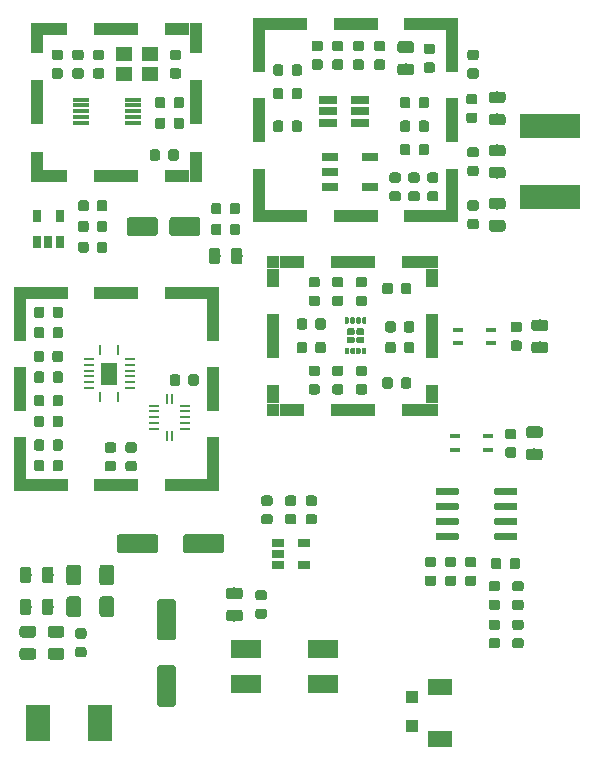
<source format=gtp>
G04 #@! TF.GenerationSoftware,KiCad,Pcbnew,(5.1.4)-1*
G04 #@! TF.CreationDate,2020-03-16T20:43:03+01:00*
G04 #@! TF.ProjectId,rf-receiver,72662d72-6563-4656-9976-65722e6b6963,Rev 2*
G04 #@! TF.SameCoordinates,Original*
G04 #@! TF.FileFunction,Paste,Top*
G04 #@! TF.FilePolarity,Positive*
%FSLAX46Y46*%
G04 Gerber Fmt 4.6, Leading zero omitted, Abs format (unit mm)*
G04 Created by KiCad (PCBNEW (5.1.4)-1) date 2020-03-16 20:43:03*
%MOMM*%
%LPD*%
G04 APERTURE LIST*
%ADD10C,0.100000*%
%ADD11C,1.600000*%
%ADD12C,0.875000*%
%ADD13C,0.975000*%
%ADD14R,0.850000X0.280000*%
%ADD15R,0.280000X0.850000*%
%ADD16R,1.450000X1.950000*%
%ADD17R,0.900000X0.240000*%
%ADD18R,0.240000X0.900000*%
%ADD19R,0.100000X0.600000*%
%ADD20R,2.000000X1.400000*%
%ADD21R,5.080000X2.000000*%
%ADD22R,1.000000X1.000000*%
%ADD23C,0.600000*%
%ADD24C,1.250000*%
%ADD25R,2.000000X3.100000*%
%ADD26R,0.900000X0.400000*%
%ADD27R,2.500000X1.500000*%
%ADD28R,2.130000X1.000000*%
%ADD29R,3.800000X1.000000*%
%ADD30R,1.000000X1.650000*%
%ADD31R,1.000000X3.800000*%
%ADD32R,1.000000X3.550000*%
%ADD33R,3.550000X1.000000*%
%ADD34C,0.350000*%
%ADD35C,0.560000*%
%ADD36R,1.400000X1.200000*%
%ADD37R,0.650000X1.060000*%
%ADD38R,1.450000X0.300000*%
%ADD39R,1.060000X0.650000*%
%ADD40R,1.560000X0.650000*%
%ADD41R,1.400000X0.760000*%
G04 APERTURE END LIST*
D10*
G36*
X100924504Y-102301204D02*
G01*
X100948773Y-102304804D01*
X100972571Y-102310765D01*
X100995671Y-102319030D01*
X101017849Y-102329520D01*
X101038893Y-102342133D01*
X101058598Y-102356747D01*
X101076777Y-102373223D01*
X101093253Y-102391402D01*
X101107867Y-102411107D01*
X101120480Y-102432151D01*
X101130970Y-102454329D01*
X101139235Y-102477429D01*
X101145196Y-102501227D01*
X101148796Y-102525496D01*
X101150000Y-102550000D01*
X101150000Y-103650000D01*
X101148796Y-103674504D01*
X101145196Y-103698773D01*
X101139235Y-103722571D01*
X101130970Y-103745671D01*
X101120480Y-103767849D01*
X101107867Y-103788893D01*
X101093253Y-103808598D01*
X101076777Y-103826777D01*
X101058598Y-103843253D01*
X101038893Y-103857867D01*
X101017849Y-103870480D01*
X100995671Y-103880970D01*
X100972571Y-103889235D01*
X100948773Y-103895196D01*
X100924504Y-103898796D01*
X100900000Y-103900000D01*
X97900000Y-103900000D01*
X97875496Y-103898796D01*
X97851227Y-103895196D01*
X97827429Y-103889235D01*
X97804329Y-103880970D01*
X97782151Y-103870480D01*
X97761107Y-103857867D01*
X97741402Y-103843253D01*
X97723223Y-103826777D01*
X97706747Y-103808598D01*
X97692133Y-103788893D01*
X97679520Y-103767849D01*
X97669030Y-103745671D01*
X97660765Y-103722571D01*
X97654804Y-103698773D01*
X97651204Y-103674504D01*
X97650000Y-103650000D01*
X97650000Y-102550000D01*
X97651204Y-102525496D01*
X97654804Y-102501227D01*
X97660765Y-102477429D01*
X97669030Y-102454329D01*
X97679520Y-102432151D01*
X97692133Y-102411107D01*
X97706747Y-102391402D01*
X97723223Y-102373223D01*
X97741402Y-102356747D01*
X97761107Y-102342133D01*
X97782151Y-102329520D01*
X97804329Y-102319030D01*
X97827429Y-102310765D01*
X97851227Y-102304804D01*
X97875496Y-102301204D01*
X97900000Y-102300000D01*
X100900000Y-102300000D01*
X100924504Y-102301204D01*
X100924504Y-102301204D01*
G37*
D11*
X99400000Y-103100000D03*
D10*
G36*
X95324504Y-102301204D02*
G01*
X95348773Y-102304804D01*
X95372571Y-102310765D01*
X95395671Y-102319030D01*
X95417849Y-102329520D01*
X95438893Y-102342133D01*
X95458598Y-102356747D01*
X95476777Y-102373223D01*
X95493253Y-102391402D01*
X95507867Y-102411107D01*
X95520480Y-102432151D01*
X95530970Y-102454329D01*
X95539235Y-102477429D01*
X95545196Y-102501227D01*
X95548796Y-102525496D01*
X95550000Y-102550000D01*
X95550000Y-103650000D01*
X95548796Y-103674504D01*
X95545196Y-103698773D01*
X95539235Y-103722571D01*
X95530970Y-103745671D01*
X95520480Y-103767849D01*
X95507867Y-103788893D01*
X95493253Y-103808598D01*
X95476777Y-103826777D01*
X95458598Y-103843253D01*
X95438893Y-103857867D01*
X95417849Y-103870480D01*
X95395671Y-103880970D01*
X95372571Y-103889235D01*
X95348773Y-103895196D01*
X95324504Y-103898796D01*
X95300000Y-103900000D01*
X92300000Y-103900000D01*
X92275496Y-103898796D01*
X92251227Y-103895196D01*
X92227429Y-103889235D01*
X92204329Y-103880970D01*
X92182151Y-103870480D01*
X92161107Y-103857867D01*
X92141402Y-103843253D01*
X92123223Y-103826777D01*
X92106747Y-103808598D01*
X92092133Y-103788893D01*
X92079520Y-103767849D01*
X92069030Y-103745671D01*
X92060765Y-103722571D01*
X92054804Y-103698773D01*
X92051204Y-103674504D01*
X92050000Y-103650000D01*
X92050000Y-102550000D01*
X92051204Y-102525496D01*
X92054804Y-102501227D01*
X92060765Y-102477429D01*
X92069030Y-102454329D01*
X92079520Y-102432151D01*
X92092133Y-102411107D01*
X92106747Y-102391402D01*
X92123223Y-102373223D01*
X92141402Y-102356747D01*
X92161107Y-102342133D01*
X92182151Y-102329520D01*
X92204329Y-102319030D01*
X92227429Y-102310765D01*
X92251227Y-102304804D01*
X92275496Y-102301204D01*
X92300000Y-102300000D01*
X95300000Y-102300000D01*
X95324504Y-102301204D01*
X95324504Y-102301204D01*
G37*
D11*
X93800000Y-103100000D03*
D10*
G36*
X97077691Y-69726053D02*
G01*
X97098926Y-69729203D01*
X97119750Y-69734419D01*
X97139962Y-69741651D01*
X97159368Y-69750830D01*
X97177781Y-69761866D01*
X97195024Y-69774654D01*
X97210930Y-69789070D01*
X97225346Y-69804976D01*
X97238134Y-69822219D01*
X97249170Y-69840632D01*
X97258349Y-69860038D01*
X97265581Y-69880250D01*
X97270797Y-69901074D01*
X97273947Y-69922309D01*
X97275000Y-69943750D01*
X97275000Y-70456250D01*
X97273947Y-70477691D01*
X97270797Y-70498926D01*
X97265581Y-70519750D01*
X97258349Y-70539962D01*
X97249170Y-70559368D01*
X97238134Y-70577781D01*
X97225346Y-70595024D01*
X97210930Y-70610930D01*
X97195024Y-70625346D01*
X97177781Y-70638134D01*
X97159368Y-70649170D01*
X97139962Y-70658349D01*
X97119750Y-70665581D01*
X97098926Y-70670797D01*
X97077691Y-70673947D01*
X97056250Y-70675000D01*
X96618750Y-70675000D01*
X96597309Y-70673947D01*
X96576074Y-70670797D01*
X96555250Y-70665581D01*
X96535038Y-70658349D01*
X96515632Y-70649170D01*
X96497219Y-70638134D01*
X96479976Y-70625346D01*
X96464070Y-70610930D01*
X96449654Y-70595024D01*
X96436866Y-70577781D01*
X96425830Y-70559368D01*
X96416651Y-70539962D01*
X96409419Y-70519750D01*
X96404203Y-70498926D01*
X96401053Y-70477691D01*
X96400000Y-70456250D01*
X96400000Y-69943750D01*
X96401053Y-69922309D01*
X96404203Y-69901074D01*
X96409419Y-69880250D01*
X96416651Y-69860038D01*
X96425830Y-69840632D01*
X96436866Y-69822219D01*
X96449654Y-69804976D01*
X96464070Y-69789070D01*
X96479976Y-69774654D01*
X96497219Y-69761866D01*
X96515632Y-69750830D01*
X96535038Y-69741651D01*
X96555250Y-69734419D01*
X96576074Y-69729203D01*
X96597309Y-69726053D01*
X96618750Y-69725000D01*
X97056250Y-69725000D01*
X97077691Y-69726053D01*
X97077691Y-69726053D01*
G37*
D12*
X96837500Y-70200000D03*
D10*
G36*
X95502691Y-69726053D02*
G01*
X95523926Y-69729203D01*
X95544750Y-69734419D01*
X95564962Y-69741651D01*
X95584368Y-69750830D01*
X95602781Y-69761866D01*
X95620024Y-69774654D01*
X95635930Y-69789070D01*
X95650346Y-69804976D01*
X95663134Y-69822219D01*
X95674170Y-69840632D01*
X95683349Y-69860038D01*
X95690581Y-69880250D01*
X95695797Y-69901074D01*
X95698947Y-69922309D01*
X95700000Y-69943750D01*
X95700000Y-70456250D01*
X95698947Y-70477691D01*
X95695797Y-70498926D01*
X95690581Y-70519750D01*
X95683349Y-70539962D01*
X95674170Y-70559368D01*
X95663134Y-70577781D01*
X95650346Y-70595024D01*
X95635930Y-70610930D01*
X95620024Y-70625346D01*
X95602781Y-70638134D01*
X95584368Y-70649170D01*
X95564962Y-70658349D01*
X95544750Y-70665581D01*
X95523926Y-70670797D01*
X95502691Y-70673947D01*
X95481250Y-70675000D01*
X95043750Y-70675000D01*
X95022309Y-70673947D01*
X95001074Y-70670797D01*
X94980250Y-70665581D01*
X94960038Y-70658349D01*
X94940632Y-70649170D01*
X94922219Y-70638134D01*
X94904976Y-70625346D01*
X94889070Y-70610930D01*
X94874654Y-70595024D01*
X94861866Y-70577781D01*
X94850830Y-70559368D01*
X94841651Y-70539962D01*
X94834419Y-70519750D01*
X94829203Y-70498926D01*
X94826053Y-70477691D01*
X94825000Y-70456250D01*
X94825000Y-69943750D01*
X94826053Y-69922309D01*
X94829203Y-69901074D01*
X94834419Y-69880250D01*
X94841651Y-69860038D01*
X94850830Y-69840632D01*
X94861866Y-69822219D01*
X94874654Y-69804976D01*
X94889070Y-69789070D01*
X94904976Y-69774654D01*
X94922219Y-69761866D01*
X94940632Y-69750830D01*
X94960038Y-69741651D01*
X94980250Y-69734419D01*
X95001074Y-69729203D01*
X95022309Y-69726053D01*
X95043750Y-69725000D01*
X95481250Y-69725000D01*
X95502691Y-69726053D01*
X95502691Y-69726053D01*
G37*
D12*
X95262500Y-70200000D03*
D10*
G36*
X124730142Y-64826174D02*
G01*
X124753803Y-64829684D01*
X124777007Y-64835496D01*
X124799529Y-64843554D01*
X124821153Y-64853782D01*
X124841670Y-64866079D01*
X124860883Y-64880329D01*
X124878607Y-64896393D01*
X124894671Y-64914117D01*
X124908921Y-64933330D01*
X124921218Y-64953847D01*
X124931446Y-64975471D01*
X124939504Y-64997993D01*
X124945316Y-65021197D01*
X124948826Y-65044858D01*
X124950000Y-65068750D01*
X124950000Y-65556250D01*
X124948826Y-65580142D01*
X124945316Y-65603803D01*
X124939504Y-65627007D01*
X124931446Y-65649529D01*
X124921218Y-65671153D01*
X124908921Y-65691670D01*
X124894671Y-65710883D01*
X124878607Y-65728607D01*
X124860883Y-65744671D01*
X124841670Y-65758921D01*
X124821153Y-65771218D01*
X124799529Y-65781446D01*
X124777007Y-65789504D01*
X124753803Y-65795316D01*
X124730142Y-65798826D01*
X124706250Y-65800000D01*
X123793750Y-65800000D01*
X123769858Y-65798826D01*
X123746197Y-65795316D01*
X123722993Y-65789504D01*
X123700471Y-65781446D01*
X123678847Y-65771218D01*
X123658330Y-65758921D01*
X123639117Y-65744671D01*
X123621393Y-65728607D01*
X123605329Y-65710883D01*
X123591079Y-65691670D01*
X123578782Y-65671153D01*
X123568554Y-65649529D01*
X123560496Y-65627007D01*
X123554684Y-65603803D01*
X123551174Y-65580142D01*
X123550000Y-65556250D01*
X123550000Y-65068750D01*
X123551174Y-65044858D01*
X123554684Y-65021197D01*
X123560496Y-64997993D01*
X123568554Y-64975471D01*
X123578782Y-64953847D01*
X123591079Y-64933330D01*
X123605329Y-64914117D01*
X123621393Y-64896393D01*
X123639117Y-64880329D01*
X123658330Y-64866079D01*
X123678847Y-64853782D01*
X123700471Y-64843554D01*
X123722993Y-64835496D01*
X123746197Y-64829684D01*
X123769858Y-64826174D01*
X123793750Y-64825000D01*
X124706250Y-64825000D01*
X124730142Y-64826174D01*
X124730142Y-64826174D01*
G37*
D13*
X124250000Y-65312500D03*
D10*
G36*
X124730142Y-66701174D02*
G01*
X124753803Y-66704684D01*
X124777007Y-66710496D01*
X124799529Y-66718554D01*
X124821153Y-66728782D01*
X124841670Y-66741079D01*
X124860883Y-66755329D01*
X124878607Y-66771393D01*
X124894671Y-66789117D01*
X124908921Y-66808330D01*
X124921218Y-66828847D01*
X124931446Y-66850471D01*
X124939504Y-66872993D01*
X124945316Y-66896197D01*
X124948826Y-66919858D01*
X124950000Y-66943750D01*
X124950000Y-67431250D01*
X124948826Y-67455142D01*
X124945316Y-67478803D01*
X124939504Y-67502007D01*
X124931446Y-67524529D01*
X124921218Y-67546153D01*
X124908921Y-67566670D01*
X124894671Y-67585883D01*
X124878607Y-67603607D01*
X124860883Y-67619671D01*
X124841670Y-67633921D01*
X124821153Y-67646218D01*
X124799529Y-67656446D01*
X124777007Y-67664504D01*
X124753803Y-67670316D01*
X124730142Y-67673826D01*
X124706250Y-67675000D01*
X123793750Y-67675000D01*
X123769858Y-67673826D01*
X123746197Y-67670316D01*
X123722993Y-67664504D01*
X123700471Y-67656446D01*
X123678847Y-67646218D01*
X123658330Y-67633921D01*
X123639117Y-67619671D01*
X123621393Y-67603607D01*
X123605329Y-67585883D01*
X123591079Y-67566670D01*
X123578782Y-67546153D01*
X123568554Y-67524529D01*
X123560496Y-67502007D01*
X123554684Y-67478803D01*
X123551174Y-67455142D01*
X123550000Y-67431250D01*
X123550000Y-66943750D01*
X123551174Y-66919858D01*
X123554684Y-66896197D01*
X123560496Y-66872993D01*
X123568554Y-66850471D01*
X123578782Y-66828847D01*
X123591079Y-66808330D01*
X123605329Y-66789117D01*
X123621393Y-66771393D01*
X123639117Y-66755329D01*
X123658330Y-66741079D01*
X123678847Y-66728782D01*
X123700471Y-66718554D01*
X123722993Y-66710496D01*
X123746197Y-66704684D01*
X123769858Y-66701174D01*
X123793750Y-66700000D01*
X124706250Y-66700000D01*
X124730142Y-66701174D01*
X124730142Y-66701174D01*
G37*
D13*
X124250000Y-67187500D03*
D10*
G36*
X89277691Y-111851053D02*
G01*
X89298926Y-111854203D01*
X89319750Y-111859419D01*
X89339962Y-111866651D01*
X89359368Y-111875830D01*
X89377781Y-111886866D01*
X89395024Y-111899654D01*
X89410930Y-111914070D01*
X89425346Y-111929976D01*
X89438134Y-111947219D01*
X89449170Y-111965632D01*
X89458349Y-111985038D01*
X89465581Y-112005250D01*
X89470797Y-112026074D01*
X89473947Y-112047309D01*
X89475000Y-112068750D01*
X89475000Y-112506250D01*
X89473947Y-112527691D01*
X89470797Y-112548926D01*
X89465581Y-112569750D01*
X89458349Y-112589962D01*
X89449170Y-112609368D01*
X89438134Y-112627781D01*
X89425346Y-112645024D01*
X89410930Y-112660930D01*
X89395024Y-112675346D01*
X89377781Y-112688134D01*
X89359368Y-112699170D01*
X89339962Y-112708349D01*
X89319750Y-112715581D01*
X89298926Y-112720797D01*
X89277691Y-112723947D01*
X89256250Y-112725000D01*
X88743750Y-112725000D01*
X88722309Y-112723947D01*
X88701074Y-112720797D01*
X88680250Y-112715581D01*
X88660038Y-112708349D01*
X88640632Y-112699170D01*
X88622219Y-112688134D01*
X88604976Y-112675346D01*
X88589070Y-112660930D01*
X88574654Y-112645024D01*
X88561866Y-112627781D01*
X88550830Y-112609368D01*
X88541651Y-112589962D01*
X88534419Y-112569750D01*
X88529203Y-112548926D01*
X88526053Y-112527691D01*
X88525000Y-112506250D01*
X88525000Y-112068750D01*
X88526053Y-112047309D01*
X88529203Y-112026074D01*
X88534419Y-112005250D01*
X88541651Y-111985038D01*
X88550830Y-111965632D01*
X88561866Y-111947219D01*
X88574654Y-111929976D01*
X88589070Y-111914070D01*
X88604976Y-111899654D01*
X88622219Y-111886866D01*
X88640632Y-111875830D01*
X88660038Y-111866651D01*
X88680250Y-111859419D01*
X88701074Y-111854203D01*
X88722309Y-111851053D01*
X88743750Y-111850000D01*
X89256250Y-111850000D01*
X89277691Y-111851053D01*
X89277691Y-111851053D01*
G37*
D12*
X89000000Y-112287500D03*
D10*
G36*
X89277691Y-110276053D02*
G01*
X89298926Y-110279203D01*
X89319750Y-110284419D01*
X89339962Y-110291651D01*
X89359368Y-110300830D01*
X89377781Y-110311866D01*
X89395024Y-110324654D01*
X89410930Y-110339070D01*
X89425346Y-110354976D01*
X89438134Y-110372219D01*
X89449170Y-110390632D01*
X89458349Y-110410038D01*
X89465581Y-110430250D01*
X89470797Y-110451074D01*
X89473947Y-110472309D01*
X89475000Y-110493750D01*
X89475000Y-110931250D01*
X89473947Y-110952691D01*
X89470797Y-110973926D01*
X89465581Y-110994750D01*
X89458349Y-111014962D01*
X89449170Y-111034368D01*
X89438134Y-111052781D01*
X89425346Y-111070024D01*
X89410930Y-111085930D01*
X89395024Y-111100346D01*
X89377781Y-111113134D01*
X89359368Y-111124170D01*
X89339962Y-111133349D01*
X89319750Y-111140581D01*
X89298926Y-111145797D01*
X89277691Y-111148947D01*
X89256250Y-111150000D01*
X88743750Y-111150000D01*
X88722309Y-111148947D01*
X88701074Y-111145797D01*
X88680250Y-111140581D01*
X88660038Y-111133349D01*
X88640632Y-111124170D01*
X88622219Y-111113134D01*
X88604976Y-111100346D01*
X88589070Y-111085930D01*
X88574654Y-111070024D01*
X88561866Y-111052781D01*
X88550830Y-111034368D01*
X88541651Y-111014962D01*
X88534419Y-110994750D01*
X88529203Y-110973926D01*
X88526053Y-110952691D01*
X88525000Y-110931250D01*
X88525000Y-110493750D01*
X88526053Y-110472309D01*
X88529203Y-110451074D01*
X88534419Y-110430250D01*
X88541651Y-110410038D01*
X88550830Y-110390632D01*
X88561866Y-110372219D01*
X88574654Y-110354976D01*
X88589070Y-110339070D01*
X88604976Y-110324654D01*
X88622219Y-110311866D01*
X88640632Y-110300830D01*
X88660038Y-110291651D01*
X88680250Y-110284419D01*
X88701074Y-110279203D01*
X88722309Y-110276053D01*
X88743750Y-110275000D01*
X89256250Y-110275000D01*
X89277691Y-110276053D01*
X89277691Y-110276053D01*
G37*
D12*
X89000000Y-110712500D03*
D10*
G36*
X87380142Y-110076174D02*
G01*
X87403803Y-110079684D01*
X87427007Y-110085496D01*
X87449529Y-110093554D01*
X87471153Y-110103782D01*
X87491670Y-110116079D01*
X87510883Y-110130329D01*
X87528607Y-110146393D01*
X87544671Y-110164117D01*
X87558921Y-110183330D01*
X87571218Y-110203847D01*
X87581446Y-110225471D01*
X87589504Y-110247993D01*
X87595316Y-110271197D01*
X87598826Y-110294858D01*
X87600000Y-110318750D01*
X87600000Y-110806250D01*
X87598826Y-110830142D01*
X87595316Y-110853803D01*
X87589504Y-110877007D01*
X87581446Y-110899529D01*
X87571218Y-110921153D01*
X87558921Y-110941670D01*
X87544671Y-110960883D01*
X87528607Y-110978607D01*
X87510883Y-110994671D01*
X87491670Y-111008921D01*
X87471153Y-111021218D01*
X87449529Y-111031446D01*
X87427007Y-111039504D01*
X87403803Y-111045316D01*
X87380142Y-111048826D01*
X87356250Y-111050000D01*
X86443750Y-111050000D01*
X86419858Y-111048826D01*
X86396197Y-111045316D01*
X86372993Y-111039504D01*
X86350471Y-111031446D01*
X86328847Y-111021218D01*
X86308330Y-111008921D01*
X86289117Y-110994671D01*
X86271393Y-110978607D01*
X86255329Y-110960883D01*
X86241079Y-110941670D01*
X86228782Y-110921153D01*
X86218554Y-110899529D01*
X86210496Y-110877007D01*
X86204684Y-110853803D01*
X86201174Y-110830142D01*
X86200000Y-110806250D01*
X86200000Y-110318750D01*
X86201174Y-110294858D01*
X86204684Y-110271197D01*
X86210496Y-110247993D01*
X86218554Y-110225471D01*
X86228782Y-110203847D01*
X86241079Y-110183330D01*
X86255329Y-110164117D01*
X86271393Y-110146393D01*
X86289117Y-110130329D01*
X86308330Y-110116079D01*
X86328847Y-110103782D01*
X86350471Y-110093554D01*
X86372993Y-110085496D01*
X86396197Y-110079684D01*
X86419858Y-110076174D01*
X86443750Y-110075000D01*
X87356250Y-110075000D01*
X87380142Y-110076174D01*
X87380142Y-110076174D01*
G37*
D13*
X86900000Y-110562500D03*
D10*
G36*
X87380142Y-111951174D02*
G01*
X87403803Y-111954684D01*
X87427007Y-111960496D01*
X87449529Y-111968554D01*
X87471153Y-111978782D01*
X87491670Y-111991079D01*
X87510883Y-112005329D01*
X87528607Y-112021393D01*
X87544671Y-112039117D01*
X87558921Y-112058330D01*
X87571218Y-112078847D01*
X87581446Y-112100471D01*
X87589504Y-112122993D01*
X87595316Y-112146197D01*
X87598826Y-112169858D01*
X87600000Y-112193750D01*
X87600000Y-112681250D01*
X87598826Y-112705142D01*
X87595316Y-112728803D01*
X87589504Y-112752007D01*
X87581446Y-112774529D01*
X87571218Y-112796153D01*
X87558921Y-112816670D01*
X87544671Y-112835883D01*
X87528607Y-112853607D01*
X87510883Y-112869671D01*
X87491670Y-112883921D01*
X87471153Y-112896218D01*
X87449529Y-112906446D01*
X87427007Y-112914504D01*
X87403803Y-112920316D01*
X87380142Y-112923826D01*
X87356250Y-112925000D01*
X86443750Y-112925000D01*
X86419858Y-112923826D01*
X86396197Y-112920316D01*
X86372993Y-112914504D01*
X86350471Y-112906446D01*
X86328847Y-112896218D01*
X86308330Y-112883921D01*
X86289117Y-112869671D01*
X86271393Y-112853607D01*
X86255329Y-112835883D01*
X86241079Y-112816670D01*
X86228782Y-112796153D01*
X86218554Y-112774529D01*
X86210496Y-112752007D01*
X86204684Y-112728803D01*
X86201174Y-112705142D01*
X86200000Y-112681250D01*
X86200000Y-112193750D01*
X86201174Y-112169858D01*
X86204684Y-112146197D01*
X86210496Y-112122993D01*
X86218554Y-112100471D01*
X86228782Y-112078847D01*
X86241079Y-112058330D01*
X86255329Y-112039117D01*
X86271393Y-112021393D01*
X86289117Y-112005329D01*
X86308330Y-111991079D01*
X86328847Y-111978782D01*
X86350471Y-111968554D01*
X86372993Y-111960496D01*
X86396197Y-111954684D01*
X86419858Y-111951174D01*
X86443750Y-111950000D01*
X87356250Y-111950000D01*
X87380142Y-111951174D01*
X87380142Y-111951174D01*
G37*
D13*
X86900000Y-112437500D03*
D14*
X93125000Y-89950000D03*
X93125000Y-89450000D03*
X93125000Y-88950000D03*
X93125000Y-88450000D03*
X93125000Y-87950000D03*
X89675000Y-87450000D03*
X89675000Y-87950000D03*
X89675000Y-88450000D03*
X89675000Y-88950000D03*
X89675000Y-89450000D03*
X93125000Y-87450000D03*
X89675000Y-89950000D03*
D15*
X90650000Y-86725000D03*
X92150000Y-86725000D03*
D16*
X91400000Y-88700000D03*
D15*
X92150000Y-90675000D03*
X90650000Y-90675000D03*
D17*
X95230000Y-91910000D03*
X95230000Y-92410000D03*
X95230000Y-92910000D03*
X95230000Y-91410000D03*
X97830000Y-92910000D03*
D18*
X96730000Y-90850000D03*
X96330000Y-90860000D03*
D17*
X95230000Y-93410000D03*
D19*
X96530000Y-92410000D03*
D18*
X96730000Y-93960000D03*
D17*
X97830000Y-91910000D03*
X97830000Y-92410000D03*
D18*
X96330000Y-93960000D03*
D17*
X97830000Y-91410000D03*
X97830000Y-93410000D03*
D10*
G36*
X124730142Y-69326174D02*
G01*
X124753803Y-69329684D01*
X124777007Y-69335496D01*
X124799529Y-69343554D01*
X124821153Y-69353782D01*
X124841670Y-69366079D01*
X124860883Y-69380329D01*
X124878607Y-69396393D01*
X124894671Y-69414117D01*
X124908921Y-69433330D01*
X124921218Y-69453847D01*
X124931446Y-69475471D01*
X124939504Y-69497993D01*
X124945316Y-69521197D01*
X124948826Y-69544858D01*
X124950000Y-69568750D01*
X124950000Y-70056250D01*
X124948826Y-70080142D01*
X124945316Y-70103803D01*
X124939504Y-70127007D01*
X124931446Y-70149529D01*
X124921218Y-70171153D01*
X124908921Y-70191670D01*
X124894671Y-70210883D01*
X124878607Y-70228607D01*
X124860883Y-70244671D01*
X124841670Y-70258921D01*
X124821153Y-70271218D01*
X124799529Y-70281446D01*
X124777007Y-70289504D01*
X124753803Y-70295316D01*
X124730142Y-70298826D01*
X124706250Y-70300000D01*
X123793750Y-70300000D01*
X123769858Y-70298826D01*
X123746197Y-70295316D01*
X123722993Y-70289504D01*
X123700471Y-70281446D01*
X123678847Y-70271218D01*
X123658330Y-70258921D01*
X123639117Y-70244671D01*
X123621393Y-70228607D01*
X123605329Y-70210883D01*
X123591079Y-70191670D01*
X123578782Y-70171153D01*
X123568554Y-70149529D01*
X123560496Y-70127007D01*
X123554684Y-70103803D01*
X123551174Y-70080142D01*
X123550000Y-70056250D01*
X123550000Y-69568750D01*
X123551174Y-69544858D01*
X123554684Y-69521197D01*
X123560496Y-69497993D01*
X123568554Y-69475471D01*
X123578782Y-69453847D01*
X123591079Y-69433330D01*
X123605329Y-69414117D01*
X123621393Y-69396393D01*
X123639117Y-69380329D01*
X123658330Y-69366079D01*
X123678847Y-69353782D01*
X123700471Y-69343554D01*
X123722993Y-69335496D01*
X123746197Y-69329684D01*
X123769858Y-69326174D01*
X123793750Y-69325000D01*
X124706250Y-69325000D01*
X124730142Y-69326174D01*
X124730142Y-69326174D01*
G37*
D13*
X124250000Y-69812500D03*
D10*
G36*
X124730142Y-71201174D02*
G01*
X124753803Y-71204684D01*
X124777007Y-71210496D01*
X124799529Y-71218554D01*
X124821153Y-71228782D01*
X124841670Y-71241079D01*
X124860883Y-71255329D01*
X124878607Y-71271393D01*
X124894671Y-71289117D01*
X124908921Y-71308330D01*
X124921218Y-71328847D01*
X124931446Y-71350471D01*
X124939504Y-71372993D01*
X124945316Y-71396197D01*
X124948826Y-71419858D01*
X124950000Y-71443750D01*
X124950000Y-71931250D01*
X124948826Y-71955142D01*
X124945316Y-71978803D01*
X124939504Y-72002007D01*
X124931446Y-72024529D01*
X124921218Y-72046153D01*
X124908921Y-72066670D01*
X124894671Y-72085883D01*
X124878607Y-72103607D01*
X124860883Y-72119671D01*
X124841670Y-72133921D01*
X124821153Y-72146218D01*
X124799529Y-72156446D01*
X124777007Y-72164504D01*
X124753803Y-72170316D01*
X124730142Y-72173826D01*
X124706250Y-72175000D01*
X123793750Y-72175000D01*
X123769858Y-72173826D01*
X123746197Y-72170316D01*
X123722993Y-72164504D01*
X123700471Y-72156446D01*
X123678847Y-72146218D01*
X123658330Y-72133921D01*
X123639117Y-72119671D01*
X123621393Y-72103607D01*
X123605329Y-72085883D01*
X123591079Y-72066670D01*
X123578782Y-72046153D01*
X123568554Y-72024529D01*
X123560496Y-72002007D01*
X123554684Y-71978803D01*
X123551174Y-71955142D01*
X123550000Y-71931250D01*
X123550000Y-71443750D01*
X123551174Y-71419858D01*
X123554684Y-71396197D01*
X123560496Y-71372993D01*
X123568554Y-71350471D01*
X123578782Y-71328847D01*
X123591079Y-71308330D01*
X123605329Y-71289117D01*
X123621393Y-71271393D01*
X123639117Y-71255329D01*
X123658330Y-71241079D01*
X123678847Y-71228782D01*
X123700471Y-71218554D01*
X123722993Y-71210496D01*
X123746197Y-71204684D01*
X123769858Y-71201174D01*
X123793750Y-71200000D01*
X124706250Y-71200000D01*
X124730142Y-71201174D01*
X124730142Y-71201174D01*
G37*
D13*
X124250000Y-71687500D03*
D10*
G36*
X124730142Y-73826174D02*
G01*
X124753803Y-73829684D01*
X124777007Y-73835496D01*
X124799529Y-73843554D01*
X124821153Y-73853782D01*
X124841670Y-73866079D01*
X124860883Y-73880329D01*
X124878607Y-73896393D01*
X124894671Y-73914117D01*
X124908921Y-73933330D01*
X124921218Y-73953847D01*
X124931446Y-73975471D01*
X124939504Y-73997993D01*
X124945316Y-74021197D01*
X124948826Y-74044858D01*
X124950000Y-74068750D01*
X124950000Y-74556250D01*
X124948826Y-74580142D01*
X124945316Y-74603803D01*
X124939504Y-74627007D01*
X124931446Y-74649529D01*
X124921218Y-74671153D01*
X124908921Y-74691670D01*
X124894671Y-74710883D01*
X124878607Y-74728607D01*
X124860883Y-74744671D01*
X124841670Y-74758921D01*
X124821153Y-74771218D01*
X124799529Y-74781446D01*
X124777007Y-74789504D01*
X124753803Y-74795316D01*
X124730142Y-74798826D01*
X124706250Y-74800000D01*
X123793750Y-74800000D01*
X123769858Y-74798826D01*
X123746197Y-74795316D01*
X123722993Y-74789504D01*
X123700471Y-74781446D01*
X123678847Y-74771218D01*
X123658330Y-74758921D01*
X123639117Y-74744671D01*
X123621393Y-74728607D01*
X123605329Y-74710883D01*
X123591079Y-74691670D01*
X123578782Y-74671153D01*
X123568554Y-74649529D01*
X123560496Y-74627007D01*
X123554684Y-74603803D01*
X123551174Y-74580142D01*
X123550000Y-74556250D01*
X123550000Y-74068750D01*
X123551174Y-74044858D01*
X123554684Y-74021197D01*
X123560496Y-73997993D01*
X123568554Y-73975471D01*
X123578782Y-73953847D01*
X123591079Y-73933330D01*
X123605329Y-73914117D01*
X123621393Y-73896393D01*
X123639117Y-73880329D01*
X123658330Y-73866079D01*
X123678847Y-73853782D01*
X123700471Y-73843554D01*
X123722993Y-73835496D01*
X123746197Y-73829684D01*
X123769858Y-73826174D01*
X123793750Y-73825000D01*
X124706250Y-73825000D01*
X124730142Y-73826174D01*
X124730142Y-73826174D01*
G37*
D13*
X124250000Y-74312500D03*
D10*
G36*
X124730142Y-75701174D02*
G01*
X124753803Y-75704684D01*
X124777007Y-75710496D01*
X124799529Y-75718554D01*
X124821153Y-75728782D01*
X124841670Y-75741079D01*
X124860883Y-75755329D01*
X124878607Y-75771393D01*
X124894671Y-75789117D01*
X124908921Y-75808330D01*
X124921218Y-75828847D01*
X124931446Y-75850471D01*
X124939504Y-75872993D01*
X124945316Y-75896197D01*
X124948826Y-75919858D01*
X124950000Y-75943750D01*
X124950000Y-76431250D01*
X124948826Y-76455142D01*
X124945316Y-76478803D01*
X124939504Y-76502007D01*
X124931446Y-76524529D01*
X124921218Y-76546153D01*
X124908921Y-76566670D01*
X124894671Y-76585883D01*
X124878607Y-76603607D01*
X124860883Y-76619671D01*
X124841670Y-76633921D01*
X124821153Y-76646218D01*
X124799529Y-76656446D01*
X124777007Y-76664504D01*
X124753803Y-76670316D01*
X124730142Y-76673826D01*
X124706250Y-76675000D01*
X123793750Y-76675000D01*
X123769858Y-76673826D01*
X123746197Y-76670316D01*
X123722993Y-76664504D01*
X123700471Y-76656446D01*
X123678847Y-76646218D01*
X123658330Y-76633921D01*
X123639117Y-76619671D01*
X123621393Y-76603607D01*
X123605329Y-76585883D01*
X123591079Y-76566670D01*
X123578782Y-76546153D01*
X123568554Y-76524529D01*
X123560496Y-76502007D01*
X123554684Y-76478803D01*
X123551174Y-76455142D01*
X123550000Y-76431250D01*
X123550000Y-75943750D01*
X123551174Y-75919858D01*
X123554684Y-75896197D01*
X123560496Y-75872993D01*
X123568554Y-75850471D01*
X123578782Y-75828847D01*
X123591079Y-75808330D01*
X123605329Y-75789117D01*
X123621393Y-75771393D01*
X123639117Y-75755329D01*
X123658330Y-75741079D01*
X123678847Y-75728782D01*
X123700471Y-75718554D01*
X123722993Y-75710496D01*
X123746197Y-75704684D01*
X123769858Y-75701174D01*
X123793750Y-75700000D01*
X124706250Y-75700000D01*
X124730142Y-75701174D01*
X124730142Y-75701174D01*
G37*
D13*
X124250000Y-76187500D03*
D10*
G36*
X122477691Y-61276053D02*
G01*
X122498926Y-61279203D01*
X122519750Y-61284419D01*
X122539962Y-61291651D01*
X122559368Y-61300830D01*
X122577781Y-61311866D01*
X122595024Y-61324654D01*
X122610930Y-61339070D01*
X122625346Y-61354976D01*
X122638134Y-61372219D01*
X122649170Y-61390632D01*
X122658349Y-61410038D01*
X122665581Y-61430250D01*
X122670797Y-61451074D01*
X122673947Y-61472309D01*
X122675000Y-61493750D01*
X122675000Y-61931250D01*
X122673947Y-61952691D01*
X122670797Y-61973926D01*
X122665581Y-61994750D01*
X122658349Y-62014962D01*
X122649170Y-62034368D01*
X122638134Y-62052781D01*
X122625346Y-62070024D01*
X122610930Y-62085930D01*
X122595024Y-62100346D01*
X122577781Y-62113134D01*
X122559368Y-62124170D01*
X122539962Y-62133349D01*
X122519750Y-62140581D01*
X122498926Y-62145797D01*
X122477691Y-62148947D01*
X122456250Y-62150000D01*
X121943750Y-62150000D01*
X121922309Y-62148947D01*
X121901074Y-62145797D01*
X121880250Y-62140581D01*
X121860038Y-62133349D01*
X121840632Y-62124170D01*
X121822219Y-62113134D01*
X121804976Y-62100346D01*
X121789070Y-62085930D01*
X121774654Y-62070024D01*
X121761866Y-62052781D01*
X121750830Y-62034368D01*
X121741651Y-62014962D01*
X121734419Y-61994750D01*
X121729203Y-61973926D01*
X121726053Y-61952691D01*
X121725000Y-61931250D01*
X121725000Y-61493750D01*
X121726053Y-61472309D01*
X121729203Y-61451074D01*
X121734419Y-61430250D01*
X121741651Y-61410038D01*
X121750830Y-61390632D01*
X121761866Y-61372219D01*
X121774654Y-61354976D01*
X121789070Y-61339070D01*
X121804976Y-61324654D01*
X121822219Y-61311866D01*
X121840632Y-61300830D01*
X121860038Y-61291651D01*
X121880250Y-61284419D01*
X121901074Y-61279203D01*
X121922309Y-61276053D01*
X121943750Y-61275000D01*
X122456250Y-61275000D01*
X122477691Y-61276053D01*
X122477691Y-61276053D01*
G37*
D12*
X122200000Y-61712500D03*
D10*
G36*
X122477691Y-62851053D02*
G01*
X122498926Y-62854203D01*
X122519750Y-62859419D01*
X122539962Y-62866651D01*
X122559368Y-62875830D01*
X122577781Y-62886866D01*
X122595024Y-62899654D01*
X122610930Y-62914070D01*
X122625346Y-62929976D01*
X122638134Y-62947219D01*
X122649170Y-62965632D01*
X122658349Y-62985038D01*
X122665581Y-63005250D01*
X122670797Y-63026074D01*
X122673947Y-63047309D01*
X122675000Y-63068750D01*
X122675000Y-63506250D01*
X122673947Y-63527691D01*
X122670797Y-63548926D01*
X122665581Y-63569750D01*
X122658349Y-63589962D01*
X122649170Y-63609368D01*
X122638134Y-63627781D01*
X122625346Y-63645024D01*
X122610930Y-63660930D01*
X122595024Y-63675346D01*
X122577781Y-63688134D01*
X122559368Y-63699170D01*
X122539962Y-63708349D01*
X122519750Y-63715581D01*
X122498926Y-63720797D01*
X122477691Y-63723947D01*
X122456250Y-63725000D01*
X121943750Y-63725000D01*
X121922309Y-63723947D01*
X121901074Y-63720797D01*
X121880250Y-63715581D01*
X121860038Y-63708349D01*
X121840632Y-63699170D01*
X121822219Y-63688134D01*
X121804976Y-63675346D01*
X121789070Y-63660930D01*
X121774654Y-63645024D01*
X121761866Y-63627781D01*
X121750830Y-63609368D01*
X121741651Y-63589962D01*
X121734419Y-63569750D01*
X121729203Y-63548926D01*
X121726053Y-63527691D01*
X121725000Y-63506250D01*
X121725000Y-63068750D01*
X121726053Y-63047309D01*
X121729203Y-63026074D01*
X121734419Y-63005250D01*
X121741651Y-62985038D01*
X121750830Y-62965632D01*
X121761866Y-62947219D01*
X121774654Y-62929976D01*
X121789070Y-62914070D01*
X121804976Y-62899654D01*
X121822219Y-62886866D01*
X121840632Y-62875830D01*
X121860038Y-62866651D01*
X121880250Y-62859419D01*
X121901074Y-62854203D01*
X121922309Y-62851053D01*
X121943750Y-62850000D01*
X122456250Y-62850000D01*
X122477691Y-62851053D01*
X122477691Y-62851053D01*
G37*
D12*
X122200000Y-63287500D03*
D10*
G36*
X122377691Y-66601053D02*
G01*
X122398926Y-66604203D01*
X122419750Y-66609419D01*
X122439962Y-66616651D01*
X122459368Y-66625830D01*
X122477781Y-66636866D01*
X122495024Y-66649654D01*
X122510930Y-66664070D01*
X122525346Y-66679976D01*
X122538134Y-66697219D01*
X122549170Y-66715632D01*
X122558349Y-66735038D01*
X122565581Y-66755250D01*
X122570797Y-66776074D01*
X122573947Y-66797309D01*
X122575000Y-66818750D01*
X122575000Y-67256250D01*
X122573947Y-67277691D01*
X122570797Y-67298926D01*
X122565581Y-67319750D01*
X122558349Y-67339962D01*
X122549170Y-67359368D01*
X122538134Y-67377781D01*
X122525346Y-67395024D01*
X122510930Y-67410930D01*
X122495024Y-67425346D01*
X122477781Y-67438134D01*
X122459368Y-67449170D01*
X122439962Y-67458349D01*
X122419750Y-67465581D01*
X122398926Y-67470797D01*
X122377691Y-67473947D01*
X122356250Y-67475000D01*
X121843750Y-67475000D01*
X121822309Y-67473947D01*
X121801074Y-67470797D01*
X121780250Y-67465581D01*
X121760038Y-67458349D01*
X121740632Y-67449170D01*
X121722219Y-67438134D01*
X121704976Y-67425346D01*
X121689070Y-67410930D01*
X121674654Y-67395024D01*
X121661866Y-67377781D01*
X121650830Y-67359368D01*
X121641651Y-67339962D01*
X121634419Y-67319750D01*
X121629203Y-67298926D01*
X121626053Y-67277691D01*
X121625000Y-67256250D01*
X121625000Y-66818750D01*
X121626053Y-66797309D01*
X121629203Y-66776074D01*
X121634419Y-66755250D01*
X121641651Y-66735038D01*
X121650830Y-66715632D01*
X121661866Y-66697219D01*
X121674654Y-66679976D01*
X121689070Y-66664070D01*
X121704976Y-66649654D01*
X121722219Y-66636866D01*
X121740632Y-66625830D01*
X121760038Y-66616651D01*
X121780250Y-66609419D01*
X121801074Y-66604203D01*
X121822309Y-66601053D01*
X121843750Y-66600000D01*
X122356250Y-66600000D01*
X122377691Y-66601053D01*
X122377691Y-66601053D01*
G37*
D12*
X122100000Y-67037500D03*
D10*
G36*
X122377691Y-65026053D02*
G01*
X122398926Y-65029203D01*
X122419750Y-65034419D01*
X122439962Y-65041651D01*
X122459368Y-65050830D01*
X122477781Y-65061866D01*
X122495024Y-65074654D01*
X122510930Y-65089070D01*
X122525346Y-65104976D01*
X122538134Y-65122219D01*
X122549170Y-65140632D01*
X122558349Y-65160038D01*
X122565581Y-65180250D01*
X122570797Y-65201074D01*
X122573947Y-65222309D01*
X122575000Y-65243750D01*
X122575000Y-65681250D01*
X122573947Y-65702691D01*
X122570797Y-65723926D01*
X122565581Y-65744750D01*
X122558349Y-65764962D01*
X122549170Y-65784368D01*
X122538134Y-65802781D01*
X122525346Y-65820024D01*
X122510930Y-65835930D01*
X122495024Y-65850346D01*
X122477781Y-65863134D01*
X122459368Y-65874170D01*
X122439962Y-65883349D01*
X122419750Y-65890581D01*
X122398926Y-65895797D01*
X122377691Y-65898947D01*
X122356250Y-65900000D01*
X121843750Y-65900000D01*
X121822309Y-65898947D01*
X121801074Y-65895797D01*
X121780250Y-65890581D01*
X121760038Y-65883349D01*
X121740632Y-65874170D01*
X121722219Y-65863134D01*
X121704976Y-65850346D01*
X121689070Y-65835930D01*
X121674654Y-65820024D01*
X121661866Y-65802781D01*
X121650830Y-65784368D01*
X121641651Y-65764962D01*
X121634419Y-65744750D01*
X121629203Y-65723926D01*
X121626053Y-65702691D01*
X121625000Y-65681250D01*
X121625000Y-65243750D01*
X121626053Y-65222309D01*
X121629203Y-65201074D01*
X121634419Y-65180250D01*
X121641651Y-65160038D01*
X121650830Y-65140632D01*
X121661866Y-65122219D01*
X121674654Y-65104976D01*
X121689070Y-65089070D01*
X121704976Y-65074654D01*
X121722219Y-65061866D01*
X121740632Y-65050830D01*
X121760038Y-65041651D01*
X121780250Y-65034419D01*
X121801074Y-65029203D01*
X121822309Y-65026053D01*
X121843750Y-65025000D01*
X122356250Y-65025000D01*
X122377691Y-65026053D01*
X122377691Y-65026053D01*
G37*
D12*
X122100000Y-65462500D03*
D10*
G36*
X119077691Y-73251053D02*
G01*
X119098926Y-73254203D01*
X119119750Y-73259419D01*
X119139962Y-73266651D01*
X119159368Y-73275830D01*
X119177781Y-73286866D01*
X119195024Y-73299654D01*
X119210930Y-73314070D01*
X119225346Y-73329976D01*
X119238134Y-73347219D01*
X119249170Y-73365632D01*
X119258349Y-73385038D01*
X119265581Y-73405250D01*
X119270797Y-73426074D01*
X119273947Y-73447309D01*
X119275000Y-73468750D01*
X119275000Y-73906250D01*
X119273947Y-73927691D01*
X119270797Y-73948926D01*
X119265581Y-73969750D01*
X119258349Y-73989962D01*
X119249170Y-74009368D01*
X119238134Y-74027781D01*
X119225346Y-74045024D01*
X119210930Y-74060930D01*
X119195024Y-74075346D01*
X119177781Y-74088134D01*
X119159368Y-74099170D01*
X119139962Y-74108349D01*
X119119750Y-74115581D01*
X119098926Y-74120797D01*
X119077691Y-74123947D01*
X119056250Y-74125000D01*
X118543750Y-74125000D01*
X118522309Y-74123947D01*
X118501074Y-74120797D01*
X118480250Y-74115581D01*
X118460038Y-74108349D01*
X118440632Y-74099170D01*
X118422219Y-74088134D01*
X118404976Y-74075346D01*
X118389070Y-74060930D01*
X118374654Y-74045024D01*
X118361866Y-74027781D01*
X118350830Y-74009368D01*
X118341651Y-73989962D01*
X118334419Y-73969750D01*
X118329203Y-73948926D01*
X118326053Y-73927691D01*
X118325000Y-73906250D01*
X118325000Y-73468750D01*
X118326053Y-73447309D01*
X118329203Y-73426074D01*
X118334419Y-73405250D01*
X118341651Y-73385038D01*
X118350830Y-73365632D01*
X118361866Y-73347219D01*
X118374654Y-73329976D01*
X118389070Y-73314070D01*
X118404976Y-73299654D01*
X118422219Y-73286866D01*
X118440632Y-73275830D01*
X118460038Y-73266651D01*
X118480250Y-73259419D01*
X118501074Y-73254203D01*
X118522309Y-73251053D01*
X118543750Y-73250000D01*
X119056250Y-73250000D01*
X119077691Y-73251053D01*
X119077691Y-73251053D01*
G37*
D12*
X118800000Y-73687500D03*
D10*
G36*
X119077691Y-71676053D02*
G01*
X119098926Y-71679203D01*
X119119750Y-71684419D01*
X119139962Y-71691651D01*
X119159368Y-71700830D01*
X119177781Y-71711866D01*
X119195024Y-71724654D01*
X119210930Y-71739070D01*
X119225346Y-71754976D01*
X119238134Y-71772219D01*
X119249170Y-71790632D01*
X119258349Y-71810038D01*
X119265581Y-71830250D01*
X119270797Y-71851074D01*
X119273947Y-71872309D01*
X119275000Y-71893750D01*
X119275000Y-72331250D01*
X119273947Y-72352691D01*
X119270797Y-72373926D01*
X119265581Y-72394750D01*
X119258349Y-72414962D01*
X119249170Y-72434368D01*
X119238134Y-72452781D01*
X119225346Y-72470024D01*
X119210930Y-72485930D01*
X119195024Y-72500346D01*
X119177781Y-72513134D01*
X119159368Y-72524170D01*
X119139962Y-72533349D01*
X119119750Y-72540581D01*
X119098926Y-72545797D01*
X119077691Y-72548947D01*
X119056250Y-72550000D01*
X118543750Y-72550000D01*
X118522309Y-72548947D01*
X118501074Y-72545797D01*
X118480250Y-72540581D01*
X118460038Y-72533349D01*
X118440632Y-72524170D01*
X118422219Y-72513134D01*
X118404976Y-72500346D01*
X118389070Y-72485930D01*
X118374654Y-72470024D01*
X118361866Y-72452781D01*
X118350830Y-72434368D01*
X118341651Y-72414962D01*
X118334419Y-72394750D01*
X118329203Y-72373926D01*
X118326053Y-72352691D01*
X118325000Y-72331250D01*
X118325000Y-71893750D01*
X118326053Y-71872309D01*
X118329203Y-71851074D01*
X118334419Y-71830250D01*
X118341651Y-71810038D01*
X118350830Y-71790632D01*
X118361866Y-71772219D01*
X118374654Y-71754976D01*
X118389070Y-71739070D01*
X118404976Y-71724654D01*
X118422219Y-71711866D01*
X118440632Y-71700830D01*
X118460038Y-71691651D01*
X118480250Y-71684419D01*
X118501074Y-71679203D01*
X118522309Y-71676053D01*
X118543750Y-71675000D01*
X119056250Y-71675000D01*
X119077691Y-71676053D01*
X119077691Y-71676053D01*
G37*
D12*
X118800000Y-72112500D03*
D10*
G36*
X122477691Y-71101053D02*
G01*
X122498926Y-71104203D01*
X122519750Y-71109419D01*
X122539962Y-71116651D01*
X122559368Y-71125830D01*
X122577781Y-71136866D01*
X122595024Y-71149654D01*
X122610930Y-71164070D01*
X122625346Y-71179976D01*
X122638134Y-71197219D01*
X122649170Y-71215632D01*
X122658349Y-71235038D01*
X122665581Y-71255250D01*
X122670797Y-71276074D01*
X122673947Y-71297309D01*
X122675000Y-71318750D01*
X122675000Y-71756250D01*
X122673947Y-71777691D01*
X122670797Y-71798926D01*
X122665581Y-71819750D01*
X122658349Y-71839962D01*
X122649170Y-71859368D01*
X122638134Y-71877781D01*
X122625346Y-71895024D01*
X122610930Y-71910930D01*
X122595024Y-71925346D01*
X122577781Y-71938134D01*
X122559368Y-71949170D01*
X122539962Y-71958349D01*
X122519750Y-71965581D01*
X122498926Y-71970797D01*
X122477691Y-71973947D01*
X122456250Y-71975000D01*
X121943750Y-71975000D01*
X121922309Y-71973947D01*
X121901074Y-71970797D01*
X121880250Y-71965581D01*
X121860038Y-71958349D01*
X121840632Y-71949170D01*
X121822219Y-71938134D01*
X121804976Y-71925346D01*
X121789070Y-71910930D01*
X121774654Y-71895024D01*
X121761866Y-71877781D01*
X121750830Y-71859368D01*
X121741651Y-71839962D01*
X121734419Y-71819750D01*
X121729203Y-71798926D01*
X121726053Y-71777691D01*
X121725000Y-71756250D01*
X121725000Y-71318750D01*
X121726053Y-71297309D01*
X121729203Y-71276074D01*
X121734419Y-71255250D01*
X121741651Y-71235038D01*
X121750830Y-71215632D01*
X121761866Y-71197219D01*
X121774654Y-71179976D01*
X121789070Y-71164070D01*
X121804976Y-71149654D01*
X121822219Y-71136866D01*
X121840632Y-71125830D01*
X121860038Y-71116651D01*
X121880250Y-71109419D01*
X121901074Y-71104203D01*
X121922309Y-71101053D01*
X121943750Y-71100000D01*
X122456250Y-71100000D01*
X122477691Y-71101053D01*
X122477691Y-71101053D01*
G37*
D12*
X122200000Y-71537500D03*
D10*
G36*
X122477691Y-69526053D02*
G01*
X122498926Y-69529203D01*
X122519750Y-69534419D01*
X122539962Y-69541651D01*
X122559368Y-69550830D01*
X122577781Y-69561866D01*
X122595024Y-69574654D01*
X122610930Y-69589070D01*
X122625346Y-69604976D01*
X122638134Y-69622219D01*
X122649170Y-69640632D01*
X122658349Y-69660038D01*
X122665581Y-69680250D01*
X122670797Y-69701074D01*
X122673947Y-69722309D01*
X122675000Y-69743750D01*
X122675000Y-70181250D01*
X122673947Y-70202691D01*
X122670797Y-70223926D01*
X122665581Y-70244750D01*
X122658349Y-70264962D01*
X122649170Y-70284368D01*
X122638134Y-70302781D01*
X122625346Y-70320024D01*
X122610930Y-70335930D01*
X122595024Y-70350346D01*
X122577781Y-70363134D01*
X122559368Y-70374170D01*
X122539962Y-70383349D01*
X122519750Y-70390581D01*
X122498926Y-70395797D01*
X122477691Y-70398947D01*
X122456250Y-70400000D01*
X121943750Y-70400000D01*
X121922309Y-70398947D01*
X121901074Y-70395797D01*
X121880250Y-70390581D01*
X121860038Y-70383349D01*
X121840632Y-70374170D01*
X121822219Y-70363134D01*
X121804976Y-70350346D01*
X121789070Y-70335930D01*
X121774654Y-70320024D01*
X121761866Y-70302781D01*
X121750830Y-70284368D01*
X121741651Y-70264962D01*
X121734419Y-70244750D01*
X121729203Y-70223926D01*
X121726053Y-70202691D01*
X121725000Y-70181250D01*
X121725000Y-69743750D01*
X121726053Y-69722309D01*
X121729203Y-69701074D01*
X121734419Y-69680250D01*
X121741651Y-69660038D01*
X121750830Y-69640632D01*
X121761866Y-69622219D01*
X121774654Y-69604976D01*
X121789070Y-69589070D01*
X121804976Y-69574654D01*
X121822219Y-69561866D01*
X121840632Y-69550830D01*
X121860038Y-69541651D01*
X121880250Y-69534419D01*
X121901074Y-69529203D01*
X121922309Y-69526053D01*
X121943750Y-69525000D01*
X122456250Y-69525000D01*
X122477691Y-69526053D01*
X122477691Y-69526053D01*
G37*
D12*
X122200000Y-69962500D03*
D10*
G36*
X117477691Y-73251053D02*
G01*
X117498926Y-73254203D01*
X117519750Y-73259419D01*
X117539962Y-73266651D01*
X117559368Y-73275830D01*
X117577781Y-73286866D01*
X117595024Y-73299654D01*
X117610930Y-73314070D01*
X117625346Y-73329976D01*
X117638134Y-73347219D01*
X117649170Y-73365632D01*
X117658349Y-73385038D01*
X117665581Y-73405250D01*
X117670797Y-73426074D01*
X117673947Y-73447309D01*
X117675000Y-73468750D01*
X117675000Y-73906250D01*
X117673947Y-73927691D01*
X117670797Y-73948926D01*
X117665581Y-73969750D01*
X117658349Y-73989962D01*
X117649170Y-74009368D01*
X117638134Y-74027781D01*
X117625346Y-74045024D01*
X117610930Y-74060930D01*
X117595024Y-74075346D01*
X117577781Y-74088134D01*
X117559368Y-74099170D01*
X117539962Y-74108349D01*
X117519750Y-74115581D01*
X117498926Y-74120797D01*
X117477691Y-74123947D01*
X117456250Y-74125000D01*
X116943750Y-74125000D01*
X116922309Y-74123947D01*
X116901074Y-74120797D01*
X116880250Y-74115581D01*
X116860038Y-74108349D01*
X116840632Y-74099170D01*
X116822219Y-74088134D01*
X116804976Y-74075346D01*
X116789070Y-74060930D01*
X116774654Y-74045024D01*
X116761866Y-74027781D01*
X116750830Y-74009368D01*
X116741651Y-73989962D01*
X116734419Y-73969750D01*
X116729203Y-73948926D01*
X116726053Y-73927691D01*
X116725000Y-73906250D01*
X116725000Y-73468750D01*
X116726053Y-73447309D01*
X116729203Y-73426074D01*
X116734419Y-73405250D01*
X116741651Y-73385038D01*
X116750830Y-73365632D01*
X116761866Y-73347219D01*
X116774654Y-73329976D01*
X116789070Y-73314070D01*
X116804976Y-73299654D01*
X116822219Y-73286866D01*
X116840632Y-73275830D01*
X116860038Y-73266651D01*
X116880250Y-73259419D01*
X116901074Y-73254203D01*
X116922309Y-73251053D01*
X116943750Y-73250000D01*
X117456250Y-73250000D01*
X117477691Y-73251053D01*
X117477691Y-73251053D01*
G37*
D12*
X117200000Y-73687500D03*
D10*
G36*
X117477691Y-71676053D02*
G01*
X117498926Y-71679203D01*
X117519750Y-71684419D01*
X117539962Y-71691651D01*
X117559368Y-71700830D01*
X117577781Y-71711866D01*
X117595024Y-71724654D01*
X117610930Y-71739070D01*
X117625346Y-71754976D01*
X117638134Y-71772219D01*
X117649170Y-71790632D01*
X117658349Y-71810038D01*
X117665581Y-71830250D01*
X117670797Y-71851074D01*
X117673947Y-71872309D01*
X117675000Y-71893750D01*
X117675000Y-72331250D01*
X117673947Y-72352691D01*
X117670797Y-72373926D01*
X117665581Y-72394750D01*
X117658349Y-72414962D01*
X117649170Y-72434368D01*
X117638134Y-72452781D01*
X117625346Y-72470024D01*
X117610930Y-72485930D01*
X117595024Y-72500346D01*
X117577781Y-72513134D01*
X117559368Y-72524170D01*
X117539962Y-72533349D01*
X117519750Y-72540581D01*
X117498926Y-72545797D01*
X117477691Y-72548947D01*
X117456250Y-72550000D01*
X116943750Y-72550000D01*
X116922309Y-72548947D01*
X116901074Y-72545797D01*
X116880250Y-72540581D01*
X116860038Y-72533349D01*
X116840632Y-72524170D01*
X116822219Y-72513134D01*
X116804976Y-72500346D01*
X116789070Y-72485930D01*
X116774654Y-72470024D01*
X116761866Y-72452781D01*
X116750830Y-72434368D01*
X116741651Y-72414962D01*
X116734419Y-72394750D01*
X116729203Y-72373926D01*
X116726053Y-72352691D01*
X116725000Y-72331250D01*
X116725000Y-71893750D01*
X116726053Y-71872309D01*
X116729203Y-71851074D01*
X116734419Y-71830250D01*
X116741651Y-71810038D01*
X116750830Y-71790632D01*
X116761866Y-71772219D01*
X116774654Y-71754976D01*
X116789070Y-71739070D01*
X116804976Y-71724654D01*
X116822219Y-71711866D01*
X116840632Y-71700830D01*
X116860038Y-71691651D01*
X116880250Y-71684419D01*
X116901074Y-71679203D01*
X116922309Y-71676053D01*
X116943750Y-71675000D01*
X117456250Y-71675000D01*
X117477691Y-71676053D01*
X117477691Y-71676053D01*
G37*
D12*
X117200000Y-72112500D03*
D10*
G36*
X122477691Y-75601053D02*
G01*
X122498926Y-75604203D01*
X122519750Y-75609419D01*
X122539962Y-75616651D01*
X122559368Y-75625830D01*
X122577781Y-75636866D01*
X122595024Y-75649654D01*
X122610930Y-75664070D01*
X122625346Y-75679976D01*
X122638134Y-75697219D01*
X122649170Y-75715632D01*
X122658349Y-75735038D01*
X122665581Y-75755250D01*
X122670797Y-75776074D01*
X122673947Y-75797309D01*
X122675000Y-75818750D01*
X122675000Y-76256250D01*
X122673947Y-76277691D01*
X122670797Y-76298926D01*
X122665581Y-76319750D01*
X122658349Y-76339962D01*
X122649170Y-76359368D01*
X122638134Y-76377781D01*
X122625346Y-76395024D01*
X122610930Y-76410930D01*
X122595024Y-76425346D01*
X122577781Y-76438134D01*
X122559368Y-76449170D01*
X122539962Y-76458349D01*
X122519750Y-76465581D01*
X122498926Y-76470797D01*
X122477691Y-76473947D01*
X122456250Y-76475000D01*
X121943750Y-76475000D01*
X121922309Y-76473947D01*
X121901074Y-76470797D01*
X121880250Y-76465581D01*
X121860038Y-76458349D01*
X121840632Y-76449170D01*
X121822219Y-76438134D01*
X121804976Y-76425346D01*
X121789070Y-76410930D01*
X121774654Y-76395024D01*
X121761866Y-76377781D01*
X121750830Y-76359368D01*
X121741651Y-76339962D01*
X121734419Y-76319750D01*
X121729203Y-76298926D01*
X121726053Y-76277691D01*
X121725000Y-76256250D01*
X121725000Y-75818750D01*
X121726053Y-75797309D01*
X121729203Y-75776074D01*
X121734419Y-75755250D01*
X121741651Y-75735038D01*
X121750830Y-75715632D01*
X121761866Y-75697219D01*
X121774654Y-75679976D01*
X121789070Y-75664070D01*
X121804976Y-75649654D01*
X121822219Y-75636866D01*
X121840632Y-75625830D01*
X121860038Y-75616651D01*
X121880250Y-75609419D01*
X121901074Y-75604203D01*
X121922309Y-75601053D01*
X121943750Y-75600000D01*
X122456250Y-75600000D01*
X122477691Y-75601053D01*
X122477691Y-75601053D01*
G37*
D12*
X122200000Y-76037500D03*
D10*
G36*
X122477691Y-74026053D02*
G01*
X122498926Y-74029203D01*
X122519750Y-74034419D01*
X122539962Y-74041651D01*
X122559368Y-74050830D01*
X122577781Y-74061866D01*
X122595024Y-74074654D01*
X122610930Y-74089070D01*
X122625346Y-74104976D01*
X122638134Y-74122219D01*
X122649170Y-74140632D01*
X122658349Y-74160038D01*
X122665581Y-74180250D01*
X122670797Y-74201074D01*
X122673947Y-74222309D01*
X122675000Y-74243750D01*
X122675000Y-74681250D01*
X122673947Y-74702691D01*
X122670797Y-74723926D01*
X122665581Y-74744750D01*
X122658349Y-74764962D01*
X122649170Y-74784368D01*
X122638134Y-74802781D01*
X122625346Y-74820024D01*
X122610930Y-74835930D01*
X122595024Y-74850346D01*
X122577781Y-74863134D01*
X122559368Y-74874170D01*
X122539962Y-74883349D01*
X122519750Y-74890581D01*
X122498926Y-74895797D01*
X122477691Y-74898947D01*
X122456250Y-74900000D01*
X121943750Y-74900000D01*
X121922309Y-74898947D01*
X121901074Y-74895797D01*
X121880250Y-74890581D01*
X121860038Y-74883349D01*
X121840632Y-74874170D01*
X121822219Y-74863134D01*
X121804976Y-74850346D01*
X121789070Y-74835930D01*
X121774654Y-74820024D01*
X121761866Y-74802781D01*
X121750830Y-74784368D01*
X121741651Y-74764962D01*
X121734419Y-74744750D01*
X121729203Y-74723926D01*
X121726053Y-74702691D01*
X121725000Y-74681250D01*
X121725000Y-74243750D01*
X121726053Y-74222309D01*
X121729203Y-74201074D01*
X121734419Y-74180250D01*
X121741651Y-74160038D01*
X121750830Y-74140632D01*
X121761866Y-74122219D01*
X121774654Y-74104976D01*
X121789070Y-74089070D01*
X121804976Y-74074654D01*
X121822219Y-74061866D01*
X121840632Y-74050830D01*
X121860038Y-74041651D01*
X121880250Y-74034419D01*
X121901074Y-74029203D01*
X121922309Y-74026053D01*
X121943750Y-74025000D01*
X122456250Y-74025000D01*
X122477691Y-74026053D01*
X122477691Y-74026053D01*
G37*
D12*
X122200000Y-74462500D03*
D10*
G36*
X115877691Y-71676053D02*
G01*
X115898926Y-71679203D01*
X115919750Y-71684419D01*
X115939962Y-71691651D01*
X115959368Y-71700830D01*
X115977781Y-71711866D01*
X115995024Y-71724654D01*
X116010930Y-71739070D01*
X116025346Y-71754976D01*
X116038134Y-71772219D01*
X116049170Y-71790632D01*
X116058349Y-71810038D01*
X116065581Y-71830250D01*
X116070797Y-71851074D01*
X116073947Y-71872309D01*
X116075000Y-71893750D01*
X116075000Y-72331250D01*
X116073947Y-72352691D01*
X116070797Y-72373926D01*
X116065581Y-72394750D01*
X116058349Y-72414962D01*
X116049170Y-72434368D01*
X116038134Y-72452781D01*
X116025346Y-72470024D01*
X116010930Y-72485930D01*
X115995024Y-72500346D01*
X115977781Y-72513134D01*
X115959368Y-72524170D01*
X115939962Y-72533349D01*
X115919750Y-72540581D01*
X115898926Y-72545797D01*
X115877691Y-72548947D01*
X115856250Y-72550000D01*
X115343750Y-72550000D01*
X115322309Y-72548947D01*
X115301074Y-72545797D01*
X115280250Y-72540581D01*
X115260038Y-72533349D01*
X115240632Y-72524170D01*
X115222219Y-72513134D01*
X115204976Y-72500346D01*
X115189070Y-72485930D01*
X115174654Y-72470024D01*
X115161866Y-72452781D01*
X115150830Y-72434368D01*
X115141651Y-72414962D01*
X115134419Y-72394750D01*
X115129203Y-72373926D01*
X115126053Y-72352691D01*
X115125000Y-72331250D01*
X115125000Y-71893750D01*
X115126053Y-71872309D01*
X115129203Y-71851074D01*
X115134419Y-71830250D01*
X115141651Y-71810038D01*
X115150830Y-71790632D01*
X115161866Y-71772219D01*
X115174654Y-71754976D01*
X115189070Y-71739070D01*
X115204976Y-71724654D01*
X115222219Y-71711866D01*
X115240632Y-71700830D01*
X115260038Y-71691651D01*
X115280250Y-71684419D01*
X115301074Y-71679203D01*
X115322309Y-71676053D01*
X115343750Y-71675000D01*
X115856250Y-71675000D01*
X115877691Y-71676053D01*
X115877691Y-71676053D01*
G37*
D12*
X115600000Y-72112500D03*
D10*
G36*
X115877691Y-73251053D02*
G01*
X115898926Y-73254203D01*
X115919750Y-73259419D01*
X115939962Y-73266651D01*
X115959368Y-73275830D01*
X115977781Y-73286866D01*
X115995024Y-73299654D01*
X116010930Y-73314070D01*
X116025346Y-73329976D01*
X116038134Y-73347219D01*
X116049170Y-73365632D01*
X116058349Y-73385038D01*
X116065581Y-73405250D01*
X116070797Y-73426074D01*
X116073947Y-73447309D01*
X116075000Y-73468750D01*
X116075000Y-73906250D01*
X116073947Y-73927691D01*
X116070797Y-73948926D01*
X116065581Y-73969750D01*
X116058349Y-73989962D01*
X116049170Y-74009368D01*
X116038134Y-74027781D01*
X116025346Y-74045024D01*
X116010930Y-74060930D01*
X115995024Y-74075346D01*
X115977781Y-74088134D01*
X115959368Y-74099170D01*
X115939962Y-74108349D01*
X115919750Y-74115581D01*
X115898926Y-74120797D01*
X115877691Y-74123947D01*
X115856250Y-74125000D01*
X115343750Y-74125000D01*
X115322309Y-74123947D01*
X115301074Y-74120797D01*
X115280250Y-74115581D01*
X115260038Y-74108349D01*
X115240632Y-74099170D01*
X115222219Y-74088134D01*
X115204976Y-74075346D01*
X115189070Y-74060930D01*
X115174654Y-74045024D01*
X115161866Y-74027781D01*
X115150830Y-74009368D01*
X115141651Y-73989962D01*
X115134419Y-73969750D01*
X115129203Y-73948926D01*
X115126053Y-73927691D01*
X115125000Y-73906250D01*
X115125000Y-73468750D01*
X115126053Y-73447309D01*
X115129203Y-73426074D01*
X115134419Y-73405250D01*
X115141651Y-73385038D01*
X115150830Y-73365632D01*
X115161866Y-73347219D01*
X115174654Y-73329976D01*
X115189070Y-73314070D01*
X115204976Y-73299654D01*
X115222219Y-73286866D01*
X115240632Y-73275830D01*
X115260038Y-73266651D01*
X115280250Y-73259419D01*
X115301074Y-73254203D01*
X115322309Y-73251053D01*
X115343750Y-73250000D01*
X115856250Y-73250000D01*
X115877691Y-73251053D01*
X115877691Y-73251053D01*
G37*
D12*
X115600000Y-73687500D03*
D20*
X119400000Y-119600000D03*
X119400000Y-115200000D03*
D21*
X128750000Y-67750000D03*
X128750000Y-73750000D03*
D10*
G36*
X116777691Y-89026053D02*
G01*
X116798926Y-89029203D01*
X116819750Y-89034419D01*
X116839962Y-89041651D01*
X116859368Y-89050830D01*
X116877781Y-89061866D01*
X116895024Y-89074654D01*
X116910930Y-89089070D01*
X116925346Y-89104976D01*
X116938134Y-89122219D01*
X116949170Y-89140632D01*
X116958349Y-89160038D01*
X116965581Y-89180250D01*
X116970797Y-89201074D01*
X116973947Y-89222309D01*
X116975000Y-89243750D01*
X116975000Y-89756250D01*
X116973947Y-89777691D01*
X116970797Y-89798926D01*
X116965581Y-89819750D01*
X116958349Y-89839962D01*
X116949170Y-89859368D01*
X116938134Y-89877781D01*
X116925346Y-89895024D01*
X116910930Y-89910930D01*
X116895024Y-89925346D01*
X116877781Y-89938134D01*
X116859368Y-89949170D01*
X116839962Y-89958349D01*
X116819750Y-89965581D01*
X116798926Y-89970797D01*
X116777691Y-89973947D01*
X116756250Y-89975000D01*
X116318750Y-89975000D01*
X116297309Y-89973947D01*
X116276074Y-89970797D01*
X116255250Y-89965581D01*
X116235038Y-89958349D01*
X116215632Y-89949170D01*
X116197219Y-89938134D01*
X116179976Y-89925346D01*
X116164070Y-89910930D01*
X116149654Y-89895024D01*
X116136866Y-89877781D01*
X116125830Y-89859368D01*
X116116651Y-89839962D01*
X116109419Y-89819750D01*
X116104203Y-89798926D01*
X116101053Y-89777691D01*
X116100000Y-89756250D01*
X116100000Y-89243750D01*
X116101053Y-89222309D01*
X116104203Y-89201074D01*
X116109419Y-89180250D01*
X116116651Y-89160038D01*
X116125830Y-89140632D01*
X116136866Y-89122219D01*
X116149654Y-89104976D01*
X116164070Y-89089070D01*
X116179976Y-89074654D01*
X116197219Y-89061866D01*
X116215632Y-89050830D01*
X116235038Y-89041651D01*
X116255250Y-89034419D01*
X116276074Y-89029203D01*
X116297309Y-89026053D01*
X116318750Y-89025000D01*
X116756250Y-89025000D01*
X116777691Y-89026053D01*
X116777691Y-89026053D01*
G37*
D12*
X116537500Y-89500000D03*
D10*
G36*
X115202691Y-89026053D02*
G01*
X115223926Y-89029203D01*
X115244750Y-89034419D01*
X115264962Y-89041651D01*
X115284368Y-89050830D01*
X115302781Y-89061866D01*
X115320024Y-89074654D01*
X115335930Y-89089070D01*
X115350346Y-89104976D01*
X115363134Y-89122219D01*
X115374170Y-89140632D01*
X115383349Y-89160038D01*
X115390581Y-89180250D01*
X115395797Y-89201074D01*
X115398947Y-89222309D01*
X115400000Y-89243750D01*
X115400000Y-89756250D01*
X115398947Y-89777691D01*
X115395797Y-89798926D01*
X115390581Y-89819750D01*
X115383349Y-89839962D01*
X115374170Y-89859368D01*
X115363134Y-89877781D01*
X115350346Y-89895024D01*
X115335930Y-89910930D01*
X115320024Y-89925346D01*
X115302781Y-89938134D01*
X115284368Y-89949170D01*
X115264962Y-89958349D01*
X115244750Y-89965581D01*
X115223926Y-89970797D01*
X115202691Y-89973947D01*
X115181250Y-89975000D01*
X114743750Y-89975000D01*
X114722309Y-89973947D01*
X114701074Y-89970797D01*
X114680250Y-89965581D01*
X114660038Y-89958349D01*
X114640632Y-89949170D01*
X114622219Y-89938134D01*
X114604976Y-89925346D01*
X114589070Y-89910930D01*
X114574654Y-89895024D01*
X114561866Y-89877781D01*
X114550830Y-89859368D01*
X114541651Y-89839962D01*
X114534419Y-89819750D01*
X114529203Y-89798926D01*
X114526053Y-89777691D01*
X114525000Y-89756250D01*
X114525000Y-89243750D01*
X114526053Y-89222309D01*
X114529203Y-89201074D01*
X114534419Y-89180250D01*
X114541651Y-89160038D01*
X114550830Y-89140632D01*
X114561866Y-89122219D01*
X114574654Y-89104976D01*
X114589070Y-89089070D01*
X114604976Y-89074654D01*
X114622219Y-89061866D01*
X114640632Y-89050830D01*
X114660038Y-89041651D01*
X114680250Y-89034419D01*
X114701074Y-89029203D01*
X114722309Y-89026053D01*
X114743750Y-89025000D01*
X115181250Y-89025000D01*
X115202691Y-89026053D01*
X115202691Y-89026053D01*
G37*
D12*
X114962500Y-89500000D03*
D22*
X117000000Y-118550000D03*
X117000000Y-116050000D03*
D10*
G36*
X125814703Y-98395722D02*
G01*
X125829264Y-98397882D01*
X125843543Y-98401459D01*
X125857403Y-98406418D01*
X125870710Y-98412712D01*
X125883336Y-98420280D01*
X125895159Y-98429048D01*
X125906066Y-98438934D01*
X125915952Y-98449841D01*
X125924720Y-98461664D01*
X125932288Y-98474290D01*
X125938582Y-98487597D01*
X125943541Y-98501457D01*
X125947118Y-98515736D01*
X125949278Y-98530297D01*
X125950000Y-98545000D01*
X125950000Y-98845000D01*
X125949278Y-98859703D01*
X125947118Y-98874264D01*
X125943541Y-98888543D01*
X125938582Y-98902403D01*
X125932288Y-98915710D01*
X125924720Y-98928336D01*
X125915952Y-98940159D01*
X125906066Y-98951066D01*
X125895159Y-98960952D01*
X125883336Y-98969720D01*
X125870710Y-98977288D01*
X125857403Y-98983582D01*
X125843543Y-98988541D01*
X125829264Y-98992118D01*
X125814703Y-98994278D01*
X125800000Y-98995000D01*
X124150000Y-98995000D01*
X124135297Y-98994278D01*
X124120736Y-98992118D01*
X124106457Y-98988541D01*
X124092597Y-98983582D01*
X124079290Y-98977288D01*
X124066664Y-98969720D01*
X124054841Y-98960952D01*
X124043934Y-98951066D01*
X124034048Y-98940159D01*
X124025280Y-98928336D01*
X124017712Y-98915710D01*
X124011418Y-98902403D01*
X124006459Y-98888543D01*
X124002882Y-98874264D01*
X124000722Y-98859703D01*
X124000000Y-98845000D01*
X124000000Y-98545000D01*
X124000722Y-98530297D01*
X124002882Y-98515736D01*
X124006459Y-98501457D01*
X124011418Y-98487597D01*
X124017712Y-98474290D01*
X124025280Y-98461664D01*
X124034048Y-98449841D01*
X124043934Y-98438934D01*
X124054841Y-98429048D01*
X124066664Y-98420280D01*
X124079290Y-98412712D01*
X124092597Y-98406418D01*
X124106457Y-98401459D01*
X124120736Y-98397882D01*
X124135297Y-98395722D01*
X124150000Y-98395000D01*
X125800000Y-98395000D01*
X125814703Y-98395722D01*
X125814703Y-98395722D01*
G37*
D23*
X124975000Y-98695000D03*
D10*
G36*
X125814703Y-99665722D02*
G01*
X125829264Y-99667882D01*
X125843543Y-99671459D01*
X125857403Y-99676418D01*
X125870710Y-99682712D01*
X125883336Y-99690280D01*
X125895159Y-99699048D01*
X125906066Y-99708934D01*
X125915952Y-99719841D01*
X125924720Y-99731664D01*
X125932288Y-99744290D01*
X125938582Y-99757597D01*
X125943541Y-99771457D01*
X125947118Y-99785736D01*
X125949278Y-99800297D01*
X125950000Y-99815000D01*
X125950000Y-100115000D01*
X125949278Y-100129703D01*
X125947118Y-100144264D01*
X125943541Y-100158543D01*
X125938582Y-100172403D01*
X125932288Y-100185710D01*
X125924720Y-100198336D01*
X125915952Y-100210159D01*
X125906066Y-100221066D01*
X125895159Y-100230952D01*
X125883336Y-100239720D01*
X125870710Y-100247288D01*
X125857403Y-100253582D01*
X125843543Y-100258541D01*
X125829264Y-100262118D01*
X125814703Y-100264278D01*
X125800000Y-100265000D01*
X124150000Y-100265000D01*
X124135297Y-100264278D01*
X124120736Y-100262118D01*
X124106457Y-100258541D01*
X124092597Y-100253582D01*
X124079290Y-100247288D01*
X124066664Y-100239720D01*
X124054841Y-100230952D01*
X124043934Y-100221066D01*
X124034048Y-100210159D01*
X124025280Y-100198336D01*
X124017712Y-100185710D01*
X124011418Y-100172403D01*
X124006459Y-100158543D01*
X124002882Y-100144264D01*
X124000722Y-100129703D01*
X124000000Y-100115000D01*
X124000000Y-99815000D01*
X124000722Y-99800297D01*
X124002882Y-99785736D01*
X124006459Y-99771457D01*
X124011418Y-99757597D01*
X124017712Y-99744290D01*
X124025280Y-99731664D01*
X124034048Y-99719841D01*
X124043934Y-99708934D01*
X124054841Y-99699048D01*
X124066664Y-99690280D01*
X124079290Y-99682712D01*
X124092597Y-99676418D01*
X124106457Y-99671459D01*
X124120736Y-99667882D01*
X124135297Y-99665722D01*
X124150000Y-99665000D01*
X125800000Y-99665000D01*
X125814703Y-99665722D01*
X125814703Y-99665722D01*
G37*
D23*
X124975000Y-99965000D03*
D10*
G36*
X125814703Y-100935722D02*
G01*
X125829264Y-100937882D01*
X125843543Y-100941459D01*
X125857403Y-100946418D01*
X125870710Y-100952712D01*
X125883336Y-100960280D01*
X125895159Y-100969048D01*
X125906066Y-100978934D01*
X125915952Y-100989841D01*
X125924720Y-101001664D01*
X125932288Y-101014290D01*
X125938582Y-101027597D01*
X125943541Y-101041457D01*
X125947118Y-101055736D01*
X125949278Y-101070297D01*
X125950000Y-101085000D01*
X125950000Y-101385000D01*
X125949278Y-101399703D01*
X125947118Y-101414264D01*
X125943541Y-101428543D01*
X125938582Y-101442403D01*
X125932288Y-101455710D01*
X125924720Y-101468336D01*
X125915952Y-101480159D01*
X125906066Y-101491066D01*
X125895159Y-101500952D01*
X125883336Y-101509720D01*
X125870710Y-101517288D01*
X125857403Y-101523582D01*
X125843543Y-101528541D01*
X125829264Y-101532118D01*
X125814703Y-101534278D01*
X125800000Y-101535000D01*
X124150000Y-101535000D01*
X124135297Y-101534278D01*
X124120736Y-101532118D01*
X124106457Y-101528541D01*
X124092597Y-101523582D01*
X124079290Y-101517288D01*
X124066664Y-101509720D01*
X124054841Y-101500952D01*
X124043934Y-101491066D01*
X124034048Y-101480159D01*
X124025280Y-101468336D01*
X124017712Y-101455710D01*
X124011418Y-101442403D01*
X124006459Y-101428543D01*
X124002882Y-101414264D01*
X124000722Y-101399703D01*
X124000000Y-101385000D01*
X124000000Y-101085000D01*
X124000722Y-101070297D01*
X124002882Y-101055736D01*
X124006459Y-101041457D01*
X124011418Y-101027597D01*
X124017712Y-101014290D01*
X124025280Y-101001664D01*
X124034048Y-100989841D01*
X124043934Y-100978934D01*
X124054841Y-100969048D01*
X124066664Y-100960280D01*
X124079290Y-100952712D01*
X124092597Y-100946418D01*
X124106457Y-100941459D01*
X124120736Y-100937882D01*
X124135297Y-100935722D01*
X124150000Y-100935000D01*
X125800000Y-100935000D01*
X125814703Y-100935722D01*
X125814703Y-100935722D01*
G37*
D23*
X124975000Y-101235000D03*
D10*
G36*
X125814703Y-102205722D02*
G01*
X125829264Y-102207882D01*
X125843543Y-102211459D01*
X125857403Y-102216418D01*
X125870710Y-102222712D01*
X125883336Y-102230280D01*
X125895159Y-102239048D01*
X125906066Y-102248934D01*
X125915952Y-102259841D01*
X125924720Y-102271664D01*
X125932288Y-102284290D01*
X125938582Y-102297597D01*
X125943541Y-102311457D01*
X125947118Y-102325736D01*
X125949278Y-102340297D01*
X125950000Y-102355000D01*
X125950000Y-102655000D01*
X125949278Y-102669703D01*
X125947118Y-102684264D01*
X125943541Y-102698543D01*
X125938582Y-102712403D01*
X125932288Y-102725710D01*
X125924720Y-102738336D01*
X125915952Y-102750159D01*
X125906066Y-102761066D01*
X125895159Y-102770952D01*
X125883336Y-102779720D01*
X125870710Y-102787288D01*
X125857403Y-102793582D01*
X125843543Y-102798541D01*
X125829264Y-102802118D01*
X125814703Y-102804278D01*
X125800000Y-102805000D01*
X124150000Y-102805000D01*
X124135297Y-102804278D01*
X124120736Y-102802118D01*
X124106457Y-102798541D01*
X124092597Y-102793582D01*
X124079290Y-102787288D01*
X124066664Y-102779720D01*
X124054841Y-102770952D01*
X124043934Y-102761066D01*
X124034048Y-102750159D01*
X124025280Y-102738336D01*
X124017712Y-102725710D01*
X124011418Y-102712403D01*
X124006459Y-102698543D01*
X124002882Y-102684264D01*
X124000722Y-102669703D01*
X124000000Y-102655000D01*
X124000000Y-102355000D01*
X124000722Y-102340297D01*
X124002882Y-102325736D01*
X124006459Y-102311457D01*
X124011418Y-102297597D01*
X124017712Y-102284290D01*
X124025280Y-102271664D01*
X124034048Y-102259841D01*
X124043934Y-102248934D01*
X124054841Y-102239048D01*
X124066664Y-102230280D01*
X124079290Y-102222712D01*
X124092597Y-102216418D01*
X124106457Y-102211459D01*
X124120736Y-102207882D01*
X124135297Y-102205722D01*
X124150000Y-102205000D01*
X125800000Y-102205000D01*
X125814703Y-102205722D01*
X125814703Y-102205722D01*
G37*
D23*
X124975000Y-102505000D03*
D10*
G36*
X120864703Y-102205722D02*
G01*
X120879264Y-102207882D01*
X120893543Y-102211459D01*
X120907403Y-102216418D01*
X120920710Y-102222712D01*
X120933336Y-102230280D01*
X120945159Y-102239048D01*
X120956066Y-102248934D01*
X120965952Y-102259841D01*
X120974720Y-102271664D01*
X120982288Y-102284290D01*
X120988582Y-102297597D01*
X120993541Y-102311457D01*
X120997118Y-102325736D01*
X120999278Y-102340297D01*
X121000000Y-102355000D01*
X121000000Y-102655000D01*
X120999278Y-102669703D01*
X120997118Y-102684264D01*
X120993541Y-102698543D01*
X120988582Y-102712403D01*
X120982288Y-102725710D01*
X120974720Y-102738336D01*
X120965952Y-102750159D01*
X120956066Y-102761066D01*
X120945159Y-102770952D01*
X120933336Y-102779720D01*
X120920710Y-102787288D01*
X120907403Y-102793582D01*
X120893543Y-102798541D01*
X120879264Y-102802118D01*
X120864703Y-102804278D01*
X120850000Y-102805000D01*
X119200000Y-102805000D01*
X119185297Y-102804278D01*
X119170736Y-102802118D01*
X119156457Y-102798541D01*
X119142597Y-102793582D01*
X119129290Y-102787288D01*
X119116664Y-102779720D01*
X119104841Y-102770952D01*
X119093934Y-102761066D01*
X119084048Y-102750159D01*
X119075280Y-102738336D01*
X119067712Y-102725710D01*
X119061418Y-102712403D01*
X119056459Y-102698543D01*
X119052882Y-102684264D01*
X119050722Y-102669703D01*
X119050000Y-102655000D01*
X119050000Y-102355000D01*
X119050722Y-102340297D01*
X119052882Y-102325736D01*
X119056459Y-102311457D01*
X119061418Y-102297597D01*
X119067712Y-102284290D01*
X119075280Y-102271664D01*
X119084048Y-102259841D01*
X119093934Y-102248934D01*
X119104841Y-102239048D01*
X119116664Y-102230280D01*
X119129290Y-102222712D01*
X119142597Y-102216418D01*
X119156457Y-102211459D01*
X119170736Y-102207882D01*
X119185297Y-102205722D01*
X119200000Y-102205000D01*
X120850000Y-102205000D01*
X120864703Y-102205722D01*
X120864703Y-102205722D01*
G37*
D23*
X120025000Y-102505000D03*
D10*
G36*
X120864703Y-100935722D02*
G01*
X120879264Y-100937882D01*
X120893543Y-100941459D01*
X120907403Y-100946418D01*
X120920710Y-100952712D01*
X120933336Y-100960280D01*
X120945159Y-100969048D01*
X120956066Y-100978934D01*
X120965952Y-100989841D01*
X120974720Y-101001664D01*
X120982288Y-101014290D01*
X120988582Y-101027597D01*
X120993541Y-101041457D01*
X120997118Y-101055736D01*
X120999278Y-101070297D01*
X121000000Y-101085000D01*
X121000000Y-101385000D01*
X120999278Y-101399703D01*
X120997118Y-101414264D01*
X120993541Y-101428543D01*
X120988582Y-101442403D01*
X120982288Y-101455710D01*
X120974720Y-101468336D01*
X120965952Y-101480159D01*
X120956066Y-101491066D01*
X120945159Y-101500952D01*
X120933336Y-101509720D01*
X120920710Y-101517288D01*
X120907403Y-101523582D01*
X120893543Y-101528541D01*
X120879264Y-101532118D01*
X120864703Y-101534278D01*
X120850000Y-101535000D01*
X119200000Y-101535000D01*
X119185297Y-101534278D01*
X119170736Y-101532118D01*
X119156457Y-101528541D01*
X119142597Y-101523582D01*
X119129290Y-101517288D01*
X119116664Y-101509720D01*
X119104841Y-101500952D01*
X119093934Y-101491066D01*
X119084048Y-101480159D01*
X119075280Y-101468336D01*
X119067712Y-101455710D01*
X119061418Y-101442403D01*
X119056459Y-101428543D01*
X119052882Y-101414264D01*
X119050722Y-101399703D01*
X119050000Y-101385000D01*
X119050000Y-101085000D01*
X119050722Y-101070297D01*
X119052882Y-101055736D01*
X119056459Y-101041457D01*
X119061418Y-101027597D01*
X119067712Y-101014290D01*
X119075280Y-101001664D01*
X119084048Y-100989841D01*
X119093934Y-100978934D01*
X119104841Y-100969048D01*
X119116664Y-100960280D01*
X119129290Y-100952712D01*
X119142597Y-100946418D01*
X119156457Y-100941459D01*
X119170736Y-100937882D01*
X119185297Y-100935722D01*
X119200000Y-100935000D01*
X120850000Y-100935000D01*
X120864703Y-100935722D01*
X120864703Y-100935722D01*
G37*
D23*
X120025000Y-101235000D03*
D10*
G36*
X120864703Y-99665722D02*
G01*
X120879264Y-99667882D01*
X120893543Y-99671459D01*
X120907403Y-99676418D01*
X120920710Y-99682712D01*
X120933336Y-99690280D01*
X120945159Y-99699048D01*
X120956066Y-99708934D01*
X120965952Y-99719841D01*
X120974720Y-99731664D01*
X120982288Y-99744290D01*
X120988582Y-99757597D01*
X120993541Y-99771457D01*
X120997118Y-99785736D01*
X120999278Y-99800297D01*
X121000000Y-99815000D01*
X121000000Y-100115000D01*
X120999278Y-100129703D01*
X120997118Y-100144264D01*
X120993541Y-100158543D01*
X120988582Y-100172403D01*
X120982288Y-100185710D01*
X120974720Y-100198336D01*
X120965952Y-100210159D01*
X120956066Y-100221066D01*
X120945159Y-100230952D01*
X120933336Y-100239720D01*
X120920710Y-100247288D01*
X120907403Y-100253582D01*
X120893543Y-100258541D01*
X120879264Y-100262118D01*
X120864703Y-100264278D01*
X120850000Y-100265000D01*
X119200000Y-100265000D01*
X119185297Y-100264278D01*
X119170736Y-100262118D01*
X119156457Y-100258541D01*
X119142597Y-100253582D01*
X119129290Y-100247288D01*
X119116664Y-100239720D01*
X119104841Y-100230952D01*
X119093934Y-100221066D01*
X119084048Y-100210159D01*
X119075280Y-100198336D01*
X119067712Y-100185710D01*
X119061418Y-100172403D01*
X119056459Y-100158543D01*
X119052882Y-100144264D01*
X119050722Y-100129703D01*
X119050000Y-100115000D01*
X119050000Y-99815000D01*
X119050722Y-99800297D01*
X119052882Y-99785736D01*
X119056459Y-99771457D01*
X119061418Y-99757597D01*
X119067712Y-99744290D01*
X119075280Y-99731664D01*
X119084048Y-99719841D01*
X119093934Y-99708934D01*
X119104841Y-99699048D01*
X119116664Y-99690280D01*
X119129290Y-99682712D01*
X119142597Y-99676418D01*
X119156457Y-99671459D01*
X119170736Y-99667882D01*
X119185297Y-99665722D01*
X119200000Y-99665000D01*
X120850000Y-99665000D01*
X120864703Y-99665722D01*
X120864703Y-99665722D01*
G37*
D23*
X120025000Y-99965000D03*
D10*
G36*
X120864703Y-98395722D02*
G01*
X120879264Y-98397882D01*
X120893543Y-98401459D01*
X120907403Y-98406418D01*
X120920710Y-98412712D01*
X120933336Y-98420280D01*
X120945159Y-98429048D01*
X120956066Y-98438934D01*
X120965952Y-98449841D01*
X120974720Y-98461664D01*
X120982288Y-98474290D01*
X120988582Y-98487597D01*
X120993541Y-98501457D01*
X120997118Y-98515736D01*
X120999278Y-98530297D01*
X121000000Y-98545000D01*
X121000000Y-98845000D01*
X120999278Y-98859703D01*
X120997118Y-98874264D01*
X120993541Y-98888543D01*
X120988582Y-98902403D01*
X120982288Y-98915710D01*
X120974720Y-98928336D01*
X120965952Y-98940159D01*
X120956066Y-98951066D01*
X120945159Y-98960952D01*
X120933336Y-98969720D01*
X120920710Y-98977288D01*
X120907403Y-98983582D01*
X120893543Y-98988541D01*
X120879264Y-98992118D01*
X120864703Y-98994278D01*
X120850000Y-98995000D01*
X119200000Y-98995000D01*
X119185297Y-98994278D01*
X119170736Y-98992118D01*
X119156457Y-98988541D01*
X119142597Y-98983582D01*
X119129290Y-98977288D01*
X119116664Y-98969720D01*
X119104841Y-98960952D01*
X119093934Y-98951066D01*
X119084048Y-98940159D01*
X119075280Y-98928336D01*
X119067712Y-98915710D01*
X119061418Y-98902403D01*
X119056459Y-98888543D01*
X119052882Y-98874264D01*
X119050722Y-98859703D01*
X119050000Y-98845000D01*
X119050000Y-98545000D01*
X119050722Y-98530297D01*
X119052882Y-98515736D01*
X119056459Y-98501457D01*
X119061418Y-98487597D01*
X119067712Y-98474290D01*
X119075280Y-98461664D01*
X119084048Y-98449841D01*
X119093934Y-98438934D01*
X119104841Y-98429048D01*
X119116664Y-98420280D01*
X119129290Y-98412712D01*
X119142597Y-98406418D01*
X119156457Y-98401459D01*
X119170736Y-98397882D01*
X119185297Y-98395722D01*
X119200000Y-98395000D01*
X120850000Y-98395000D01*
X120864703Y-98395722D01*
X120864703Y-98395722D01*
G37*
D23*
X120025000Y-98695000D03*
D10*
G36*
X86455142Y-107751174D02*
G01*
X86478803Y-107754684D01*
X86502007Y-107760496D01*
X86524529Y-107768554D01*
X86546153Y-107778782D01*
X86566670Y-107791079D01*
X86585883Y-107805329D01*
X86603607Y-107821393D01*
X86619671Y-107839117D01*
X86633921Y-107858330D01*
X86646218Y-107878847D01*
X86656446Y-107900471D01*
X86664504Y-107922993D01*
X86670316Y-107946197D01*
X86673826Y-107969858D01*
X86675000Y-107993750D01*
X86675000Y-108906250D01*
X86673826Y-108930142D01*
X86670316Y-108953803D01*
X86664504Y-108977007D01*
X86656446Y-108999529D01*
X86646218Y-109021153D01*
X86633921Y-109041670D01*
X86619671Y-109060883D01*
X86603607Y-109078607D01*
X86585883Y-109094671D01*
X86566670Y-109108921D01*
X86546153Y-109121218D01*
X86524529Y-109131446D01*
X86502007Y-109139504D01*
X86478803Y-109145316D01*
X86455142Y-109148826D01*
X86431250Y-109150000D01*
X85943750Y-109150000D01*
X85919858Y-109148826D01*
X85896197Y-109145316D01*
X85872993Y-109139504D01*
X85850471Y-109131446D01*
X85828847Y-109121218D01*
X85808330Y-109108921D01*
X85789117Y-109094671D01*
X85771393Y-109078607D01*
X85755329Y-109060883D01*
X85741079Y-109041670D01*
X85728782Y-109021153D01*
X85718554Y-108999529D01*
X85710496Y-108977007D01*
X85704684Y-108953803D01*
X85701174Y-108930142D01*
X85700000Y-108906250D01*
X85700000Y-107993750D01*
X85701174Y-107969858D01*
X85704684Y-107946197D01*
X85710496Y-107922993D01*
X85718554Y-107900471D01*
X85728782Y-107878847D01*
X85741079Y-107858330D01*
X85755329Y-107839117D01*
X85771393Y-107821393D01*
X85789117Y-107805329D01*
X85808330Y-107791079D01*
X85828847Y-107778782D01*
X85850471Y-107768554D01*
X85872993Y-107760496D01*
X85896197Y-107754684D01*
X85919858Y-107751174D01*
X85943750Y-107750000D01*
X86431250Y-107750000D01*
X86455142Y-107751174D01*
X86455142Y-107751174D01*
G37*
D13*
X86187500Y-108450000D03*
D10*
G36*
X84580142Y-107751174D02*
G01*
X84603803Y-107754684D01*
X84627007Y-107760496D01*
X84649529Y-107768554D01*
X84671153Y-107778782D01*
X84691670Y-107791079D01*
X84710883Y-107805329D01*
X84728607Y-107821393D01*
X84744671Y-107839117D01*
X84758921Y-107858330D01*
X84771218Y-107878847D01*
X84781446Y-107900471D01*
X84789504Y-107922993D01*
X84795316Y-107946197D01*
X84798826Y-107969858D01*
X84800000Y-107993750D01*
X84800000Y-108906250D01*
X84798826Y-108930142D01*
X84795316Y-108953803D01*
X84789504Y-108977007D01*
X84781446Y-108999529D01*
X84771218Y-109021153D01*
X84758921Y-109041670D01*
X84744671Y-109060883D01*
X84728607Y-109078607D01*
X84710883Y-109094671D01*
X84691670Y-109108921D01*
X84671153Y-109121218D01*
X84649529Y-109131446D01*
X84627007Y-109139504D01*
X84603803Y-109145316D01*
X84580142Y-109148826D01*
X84556250Y-109150000D01*
X84068750Y-109150000D01*
X84044858Y-109148826D01*
X84021197Y-109145316D01*
X83997993Y-109139504D01*
X83975471Y-109131446D01*
X83953847Y-109121218D01*
X83933330Y-109108921D01*
X83914117Y-109094671D01*
X83896393Y-109078607D01*
X83880329Y-109060883D01*
X83866079Y-109041670D01*
X83853782Y-109021153D01*
X83843554Y-108999529D01*
X83835496Y-108977007D01*
X83829684Y-108953803D01*
X83826174Y-108930142D01*
X83825000Y-108906250D01*
X83825000Y-107993750D01*
X83826174Y-107969858D01*
X83829684Y-107946197D01*
X83835496Y-107922993D01*
X83843554Y-107900471D01*
X83853782Y-107878847D01*
X83866079Y-107858330D01*
X83880329Y-107839117D01*
X83896393Y-107821393D01*
X83914117Y-107805329D01*
X83933330Y-107791079D01*
X83953847Y-107778782D01*
X83975471Y-107768554D01*
X83997993Y-107760496D01*
X84021197Y-107754684D01*
X84044858Y-107751174D01*
X84068750Y-107750000D01*
X84556250Y-107750000D01*
X84580142Y-107751174D01*
X84580142Y-107751174D01*
G37*
D13*
X84312500Y-108450000D03*
D10*
G36*
X118877691Y-104226053D02*
G01*
X118898926Y-104229203D01*
X118919750Y-104234419D01*
X118939962Y-104241651D01*
X118959368Y-104250830D01*
X118977781Y-104261866D01*
X118995024Y-104274654D01*
X119010930Y-104289070D01*
X119025346Y-104304976D01*
X119038134Y-104322219D01*
X119049170Y-104340632D01*
X119058349Y-104360038D01*
X119065581Y-104380250D01*
X119070797Y-104401074D01*
X119073947Y-104422309D01*
X119075000Y-104443750D01*
X119075000Y-104881250D01*
X119073947Y-104902691D01*
X119070797Y-104923926D01*
X119065581Y-104944750D01*
X119058349Y-104964962D01*
X119049170Y-104984368D01*
X119038134Y-105002781D01*
X119025346Y-105020024D01*
X119010930Y-105035930D01*
X118995024Y-105050346D01*
X118977781Y-105063134D01*
X118959368Y-105074170D01*
X118939962Y-105083349D01*
X118919750Y-105090581D01*
X118898926Y-105095797D01*
X118877691Y-105098947D01*
X118856250Y-105100000D01*
X118343750Y-105100000D01*
X118322309Y-105098947D01*
X118301074Y-105095797D01*
X118280250Y-105090581D01*
X118260038Y-105083349D01*
X118240632Y-105074170D01*
X118222219Y-105063134D01*
X118204976Y-105050346D01*
X118189070Y-105035930D01*
X118174654Y-105020024D01*
X118161866Y-105002781D01*
X118150830Y-104984368D01*
X118141651Y-104964962D01*
X118134419Y-104944750D01*
X118129203Y-104923926D01*
X118126053Y-104902691D01*
X118125000Y-104881250D01*
X118125000Y-104443750D01*
X118126053Y-104422309D01*
X118129203Y-104401074D01*
X118134419Y-104380250D01*
X118141651Y-104360038D01*
X118150830Y-104340632D01*
X118161866Y-104322219D01*
X118174654Y-104304976D01*
X118189070Y-104289070D01*
X118204976Y-104274654D01*
X118222219Y-104261866D01*
X118240632Y-104250830D01*
X118260038Y-104241651D01*
X118280250Y-104234419D01*
X118301074Y-104229203D01*
X118322309Y-104226053D01*
X118343750Y-104225000D01*
X118856250Y-104225000D01*
X118877691Y-104226053D01*
X118877691Y-104226053D01*
G37*
D12*
X118600000Y-104662500D03*
D10*
G36*
X118877691Y-105801053D02*
G01*
X118898926Y-105804203D01*
X118919750Y-105809419D01*
X118939962Y-105816651D01*
X118959368Y-105825830D01*
X118977781Y-105836866D01*
X118995024Y-105849654D01*
X119010930Y-105864070D01*
X119025346Y-105879976D01*
X119038134Y-105897219D01*
X119049170Y-105915632D01*
X119058349Y-105935038D01*
X119065581Y-105955250D01*
X119070797Y-105976074D01*
X119073947Y-105997309D01*
X119075000Y-106018750D01*
X119075000Y-106456250D01*
X119073947Y-106477691D01*
X119070797Y-106498926D01*
X119065581Y-106519750D01*
X119058349Y-106539962D01*
X119049170Y-106559368D01*
X119038134Y-106577781D01*
X119025346Y-106595024D01*
X119010930Y-106610930D01*
X118995024Y-106625346D01*
X118977781Y-106638134D01*
X118959368Y-106649170D01*
X118939962Y-106658349D01*
X118919750Y-106665581D01*
X118898926Y-106670797D01*
X118877691Y-106673947D01*
X118856250Y-106675000D01*
X118343750Y-106675000D01*
X118322309Y-106673947D01*
X118301074Y-106670797D01*
X118280250Y-106665581D01*
X118260038Y-106658349D01*
X118240632Y-106649170D01*
X118222219Y-106638134D01*
X118204976Y-106625346D01*
X118189070Y-106610930D01*
X118174654Y-106595024D01*
X118161866Y-106577781D01*
X118150830Y-106559368D01*
X118141651Y-106539962D01*
X118134419Y-106519750D01*
X118129203Y-106498926D01*
X118126053Y-106477691D01*
X118125000Y-106456250D01*
X118125000Y-106018750D01*
X118126053Y-105997309D01*
X118129203Y-105976074D01*
X118134419Y-105955250D01*
X118141651Y-105935038D01*
X118150830Y-105915632D01*
X118161866Y-105897219D01*
X118174654Y-105879976D01*
X118189070Y-105864070D01*
X118204976Y-105849654D01*
X118222219Y-105836866D01*
X118240632Y-105825830D01*
X118260038Y-105816651D01*
X118280250Y-105809419D01*
X118301074Y-105804203D01*
X118322309Y-105801053D01*
X118343750Y-105800000D01*
X118856250Y-105800000D01*
X118877691Y-105801053D01*
X118877691Y-105801053D01*
G37*
D12*
X118600000Y-106237500D03*
D10*
G36*
X122277691Y-104226053D02*
G01*
X122298926Y-104229203D01*
X122319750Y-104234419D01*
X122339962Y-104241651D01*
X122359368Y-104250830D01*
X122377781Y-104261866D01*
X122395024Y-104274654D01*
X122410930Y-104289070D01*
X122425346Y-104304976D01*
X122438134Y-104322219D01*
X122449170Y-104340632D01*
X122458349Y-104360038D01*
X122465581Y-104380250D01*
X122470797Y-104401074D01*
X122473947Y-104422309D01*
X122475000Y-104443750D01*
X122475000Y-104881250D01*
X122473947Y-104902691D01*
X122470797Y-104923926D01*
X122465581Y-104944750D01*
X122458349Y-104964962D01*
X122449170Y-104984368D01*
X122438134Y-105002781D01*
X122425346Y-105020024D01*
X122410930Y-105035930D01*
X122395024Y-105050346D01*
X122377781Y-105063134D01*
X122359368Y-105074170D01*
X122339962Y-105083349D01*
X122319750Y-105090581D01*
X122298926Y-105095797D01*
X122277691Y-105098947D01*
X122256250Y-105100000D01*
X121743750Y-105100000D01*
X121722309Y-105098947D01*
X121701074Y-105095797D01*
X121680250Y-105090581D01*
X121660038Y-105083349D01*
X121640632Y-105074170D01*
X121622219Y-105063134D01*
X121604976Y-105050346D01*
X121589070Y-105035930D01*
X121574654Y-105020024D01*
X121561866Y-105002781D01*
X121550830Y-104984368D01*
X121541651Y-104964962D01*
X121534419Y-104944750D01*
X121529203Y-104923926D01*
X121526053Y-104902691D01*
X121525000Y-104881250D01*
X121525000Y-104443750D01*
X121526053Y-104422309D01*
X121529203Y-104401074D01*
X121534419Y-104380250D01*
X121541651Y-104360038D01*
X121550830Y-104340632D01*
X121561866Y-104322219D01*
X121574654Y-104304976D01*
X121589070Y-104289070D01*
X121604976Y-104274654D01*
X121622219Y-104261866D01*
X121640632Y-104250830D01*
X121660038Y-104241651D01*
X121680250Y-104234419D01*
X121701074Y-104229203D01*
X121722309Y-104226053D01*
X121743750Y-104225000D01*
X122256250Y-104225000D01*
X122277691Y-104226053D01*
X122277691Y-104226053D01*
G37*
D12*
X122000000Y-104662500D03*
D10*
G36*
X122277691Y-105801053D02*
G01*
X122298926Y-105804203D01*
X122319750Y-105809419D01*
X122339962Y-105816651D01*
X122359368Y-105825830D01*
X122377781Y-105836866D01*
X122395024Y-105849654D01*
X122410930Y-105864070D01*
X122425346Y-105879976D01*
X122438134Y-105897219D01*
X122449170Y-105915632D01*
X122458349Y-105935038D01*
X122465581Y-105955250D01*
X122470797Y-105976074D01*
X122473947Y-105997309D01*
X122475000Y-106018750D01*
X122475000Y-106456250D01*
X122473947Y-106477691D01*
X122470797Y-106498926D01*
X122465581Y-106519750D01*
X122458349Y-106539962D01*
X122449170Y-106559368D01*
X122438134Y-106577781D01*
X122425346Y-106595024D01*
X122410930Y-106610930D01*
X122395024Y-106625346D01*
X122377781Y-106638134D01*
X122359368Y-106649170D01*
X122339962Y-106658349D01*
X122319750Y-106665581D01*
X122298926Y-106670797D01*
X122277691Y-106673947D01*
X122256250Y-106675000D01*
X121743750Y-106675000D01*
X121722309Y-106673947D01*
X121701074Y-106670797D01*
X121680250Y-106665581D01*
X121660038Y-106658349D01*
X121640632Y-106649170D01*
X121622219Y-106638134D01*
X121604976Y-106625346D01*
X121589070Y-106610930D01*
X121574654Y-106595024D01*
X121561866Y-106577781D01*
X121550830Y-106559368D01*
X121541651Y-106539962D01*
X121534419Y-106519750D01*
X121529203Y-106498926D01*
X121526053Y-106477691D01*
X121525000Y-106456250D01*
X121525000Y-106018750D01*
X121526053Y-105997309D01*
X121529203Y-105976074D01*
X121534419Y-105955250D01*
X121541651Y-105935038D01*
X121550830Y-105915632D01*
X121561866Y-105897219D01*
X121574654Y-105879976D01*
X121589070Y-105864070D01*
X121604976Y-105849654D01*
X121622219Y-105836866D01*
X121640632Y-105825830D01*
X121660038Y-105816651D01*
X121680250Y-105809419D01*
X121701074Y-105804203D01*
X121722309Y-105801053D01*
X121743750Y-105800000D01*
X122256250Y-105800000D01*
X122277691Y-105801053D01*
X122277691Y-105801053D01*
G37*
D12*
X122000000Y-106237500D03*
D10*
G36*
X120577691Y-104226053D02*
G01*
X120598926Y-104229203D01*
X120619750Y-104234419D01*
X120639962Y-104241651D01*
X120659368Y-104250830D01*
X120677781Y-104261866D01*
X120695024Y-104274654D01*
X120710930Y-104289070D01*
X120725346Y-104304976D01*
X120738134Y-104322219D01*
X120749170Y-104340632D01*
X120758349Y-104360038D01*
X120765581Y-104380250D01*
X120770797Y-104401074D01*
X120773947Y-104422309D01*
X120775000Y-104443750D01*
X120775000Y-104881250D01*
X120773947Y-104902691D01*
X120770797Y-104923926D01*
X120765581Y-104944750D01*
X120758349Y-104964962D01*
X120749170Y-104984368D01*
X120738134Y-105002781D01*
X120725346Y-105020024D01*
X120710930Y-105035930D01*
X120695024Y-105050346D01*
X120677781Y-105063134D01*
X120659368Y-105074170D01*
X120639962Y-105083349D01*
X120619750Y-105090581D01*
X120598926Y-105095797D01*
X120577691Y-105098947D01*
X120556250Y-105100000D01*
X120043750Y-105100000D01*
X120022309Y-105098947D01*
X120001074Y-105095797D01*
X119980250Y-105090581D01*
X119960038Y-105083349D01*
X119940632Y-105074170D01*
X119922219Y-105063134D01*
X119904976Y-105050346D01*
X119889070Y-105035930D01*
X119874654Y-105020024D01*
X119861866Y-105002781D01*
X119850830Y-104984368D01*
X119841651Y-104964962D01*
X119834419Y-104944750D01*
X119829203Y-104923926D01*
X119826053Y-104902691D01*
X119825000Y-104881250D01*
X119825000Y-104443750D01*
X119826053Y-104422309D01*
X119829203Y-104401074D01*
X119834419Y-104380250D01*
X119841651Y-104360038D01*
X119850830Y-104340632D01*
X119861866Y-104322219D01*
X119874654Y-104304976D01*
X119889070Y-104289070D01*
X119904976Y-104274654D01*
X119922219Y-104261866D01*
X119940632Y-104250830D01*
X119960038Y-104241651D01*
X119980250Y-104234419D01*
X120001074Y-104229203D01*
X120022309Y-104226053D01*
X120043750Y-104225000D01*
X120556250Y-104225000D01*
X120577691Y-104226053D01*
X120577691Y-104226053D01*
G37*
D12*
X120300000Y-104662500D03*
D10*
G36*
X120577691Y-105801053D02*
G01*
X120598926Y-105804203D01*
X120619750Y-105809419D01*
X120639962Y-105816651D01*
X120659368Y-105825830D01*
X120677781Y-105836866D01*
X120695024Y-105849654D01*
X120710930Y-105864070D01*
X120725346Y-105879976D01*
X120738134Y-105897219D01*
X120749170Y-105915632D01*
X120758349Y-105935038D01*
X120765581Y-105955250D01*
X120770797Y-105976074D01*
X120773947Y-105997309D01*
X120775000Y-106018750D01*
X120775000Y-106456250D01*
X120773947Y-106477691D01*
X120770797Y-106498926D01*
X120765581Y-106519750D01*
X120758349Y-106539962D01*
X120749170Y-106559368D01*
X120738134Y-106577781D01*
X120725346Y-106595024D01*
X120710930Y-106610930D01*
X120695024Y-106625346D01*
X120677781Y-106638134D01*
X120659368Y-106649170D01*
X120639962Y-106658349D01*
X120619750Y-106665581D01*
X120598926Y-106670797D01*
X120577691Y-106673947D01*
X120556250Y-106675000D01*
X120043750Y-106675000D01*
X120022309Y-106673947D01*
X120001074Y-106670797D01*
X119980250Y-106665581D01*
X119960038Y-106658349D01*
X119940632Y-106649170D01*
X119922219Y-106638134D01*
X119904976Y-106625346D01*
X119889070Y-106610930D01*
X119874654Y-106595024D01*
X119861866Y-106577781D01*
X119850830Y-106559368D01*
X119841651Y-106539962D01*
X119834419Y-106519750D01*
X119829203Y-106498926D01*
X119826053Y-106477691D01*
X119825000Y-106456250D01*
X119825000Y-106018750D01*
X119826053Y-105997309D01*
X119829203Y-105976074D01*
X119834419Y-105955250D01*
X119841651Y-105935038D01*
X119850830Y-105915632D01*
X119861866Y-105897219D01*
X119874654Y-105879976D01*
X119889070Y-105864070D01*
X119904976Y-105849654D01*
X119922219Y-105836866D01*
X119940632Y-105825830D01*
X119960038Y-105816651D01*
X119980250Y-105809419D01*
X120001074Y-105804203D01*
X120022309Y-105801053D01*
X120043750Y-105800000D01*
X120556250Y-105800000D01*
X120577691Y-105801053D01*
X120577691Y-105801053D01*
G37*
D12*
X120300000Y-106237500D03*
D10*
G36*
X86455142Y-105051174D02*
G01*
X86478803Y-105054684D01*
X86502007Y-105060496D01*
X86524529Y-105068554D01*
X86546153Y-105078782D01*
X86566670Y-105091079D01*
X86585883Y-105105329D01*
X86603607Y-105121393D01*
X86619671Y-105139117D01*
X86633921Y-105158330D01*
X86646218Y-105178847D01*
X86656446Y-105200471D01*
X86664504Y-105222993D01*
X86670316Y-105246197D01*
X86673826Y-105269858D01*
X86675000Y-105293750D01*
X86675000Y-106206250D01*
X86673826Y-106230142D01*
X86670316Y-106253803D01*
X86664504Y-106277007D01*
X86656446Y-106299529D01*
X86646218Y-106321153D01*
X86633921Y-106341670D01*
X86619671Y-106360883D01*
X86603607Y-106378607D01*
X86585883Y-106394671D01*
X86566670Y-106408921D01*
X86546153Y-106421218D01*
X86524529Y-106431446D01*
X86502007Y-106439504D01*
X86478803Y-106445316D01*
X86455142Y-106448826D01*
X86431250Y-106450000D01*
X85943750Y-106450000D01*
X85919858Y-106448826D01*
X85896197Y-106445316D01*
X85872993Y-106439504D01*
X85850471Y-106431446D01*
X85828847Y-106421218D01*
X85808330Y-106408921D01*
X85789117Y-106394671D01*
X85771393Y-106378607D01*
X85755329Y-106360883D01*
X85741079Y-106341670D01*
X85728782Y-106321153D01*
X85718554Y-106299529D01*
X85710496Y-106277007D01*
X85704684Y-106253803D01*
X85701174Y-106230142D01*
X85700000Y-106206250D01*
X85700000Y-105293750D01*
X85701174Y-105269858D01*
X85704684Y-105246197D01*
X85710496Y-105222993D01*
X85718554Y-105200471D01*
X85728782Y-105178847D01*
X85741079Y-105158330D01*
X85755329Y-105139117D01*
X85771393Y-105121393D01*
X85789117Y-105105329D01*
X85808330Y-105091079D01*
X85828847Y-105078782D01*
X85850471Y-105068554D01*
X85872993Y-105060496D01*
X85896197Y-105054684D01*
X85919858Y-105051174D01*
X85943750Y-105050000D01*
X86431250Y-105050000D01*
X86455142Y-105051174D01*
X86455142Y-105051174D01*
G37*
D13*
X86187500Y-105750000D03*
D10*
G36*
X84580142Y-105051174D02*
G01*
X84603803Y-105054684D01*
X84627007Y-105060496D01*
X84649529Y-105068554D01*
X84671153Y-105078782D01*
X84691670Y-105091079D01*
X84710883Y-105105329D01*
X84728607Y-105121393D01*
X84744671Y-105139117D01*
X84758921Y-105158330D01*
X84771218Y-105178847D01*
X84781446Y-105200471D01*
X84789504Y-105222993D01*
X84795316Y-105246197D01*
X84798826Y-105269858D01*
X84800000Y-105293750D01*
X84800000Y-106206250D01*
X84798826Y-106230142D01*
X84795316Y-106253803D01*
X84789504Y-106277007D01*
X84781446Y-106299529D01*
X84771218Y-106321153D01*
X84758921Y-106341670D01*
X84744671Y-106360883D01*
X84728607Y-106378607D01*
X84710883Y-106394671D01*
X84691670Y-106408921D01*
X84671153Y-106421218D01*
X84649529Y-106431446D01*
X84627007Y-106439504D01*
X84603803Y-106445316D01*
X84580142Y-106448826D01*
X84556250Y-106450000D01*
X84068750Y-106450000D01*
X84044858Y-106448826D01*
X84021197Y-106445316D01*
X83997993Y-106439504D01*
X83975471Y-106431446D01*
X83953847Y-106421218D01*
X83933330Y-106408921D01*
X83914117Y-106394671D01*
X83896393Y-106378607D01*
X83880329Y-106360883D01*
X83866079Y-106341670D01*
X83853782Y-106321153D01*
X83843554Y-106299529D01*
X83835496Y-106277007D01*
X83829684Y-106253803D01*
X83826174Y-106230142D01*
X83825000Y-106206250D01*
X83825000Y-105293750D01*
X83826174Y-105269858D01*
X83829684Y-105246197D01*
X83835496Y-105222993D01*
X83843554Y-105200471D01*
X83853782Y-105178847D01*
X83866079Y-105158330D01*
X83880329Y-105139117D01*
X83896393Y-105121393D01*
X83914117Y-105105329D01*
X83933330Y-105091079D01*
X83953847Y-105078782D01*
X83975471Y-105068554D01*
X83997993Y-105060496D01*
X84021197Y-105054684D01*
X84044858Y-105051174D01*
X84068750Y-105050000D01*
X84556250Y-105050000D01*
X84580142Y-105051174D01*
X84580142Y-105051174D01*
G37*
D13*
X84312500Y-105750000D03*
D10*
G36*
X88799504Y-107576204D02*
G01*
X88823773Y-107579804D01*
X88847571Y-107585765D01*
X88870671Y-107594030D01*
X88892849Y-107604520D01*
X88913893Y-107617133D01*
X88933598Y-107631747D01*
X88951777Y-107648223D01*
X88968253Y-107666402D01*
X88982867Y-107686107D01*
X88995480Y-107707151D01*
X89005970Y-107729329D01*
X89014235Y-107752429D01*
X89020196Y-107776227D01*
X89023796Y-107800496D01*
X89025000Y-107825000D01*
X89025000Y-109075000D01*
X89023796Y-109099504D01*
X89020196Y-109123773D01*
X89014235Y-109147571D01*
X89005970Y-109170671D01*
X88995480Y-109192849D01*
X88982867Y-109213893D01*
X88968253Y-109233598D01*
X88951777Y-109251777D01*
X88933598Y-109268253D01*
X88913893Y-109282867D01*
X88892849Y-109295480D01*
X88870671Y-109305970D01*
X88847571Y-109314235D01*
X88823773Y-109320196D01*
X88799504Y-109323796D01*
X88775000Y-109325000D01*
X88025000Y-109325000D01*
X88000496Y-109323796D01*
X87976227Y-109320196D01*
X87952429Y-109314235D01*
X87929329Y-109305970D01*
X87907151Y-109295480D01*
X87886107Y-109282867D01*
X87866402Y-109268253D01*
X87848223Y-109251777D01*
X87831747Y-109233598D01*
X87817133Y-109213893D01*
X87804520Y-109192849D01*
X87794030Y-109170671D01*
X87785765Y-109147571D01*
X87779804Y-109123773D01*
X87776204Y-109099504D01*
X87775000Y-109075000D01*
X87775000Y-107825000D01*
X87776204Y-107800496D01*
X87779804Y-107776227D01*
X87785765Y-107752429D01*
X87794030Y-107729329D01*
X87804520Y-107707151D01*
X87817133Y-107686107D01*
X87831747Y-107666402D01*
X87848223Y-107648223D01*
X87866402Y-107631747D01*
X87886107Y-107617133D01*
X87907151Y-107604520D01*
X87929329Y-107594030D01*
X87952429Y-107585765D01*
X87976227Y-107579804D01*
X88000496Y-107576204D01*
X88025000Y-107575000D01*
X88775000Y-107575000D01*
X88799504Y-107576204D01*
X88799504Y-107576204D01*
G37*
D24*
X88400000Y-108450000D03*
D10*
G36*
X91599504Y-107576204D02*
G01*
X91623773Y-107579804D01*
X91647571Y-107585765D01*
X91670671Y-107594030D01*
X91692849Y-107604520D01*
X91713893Y-107617133D01*
X91733598Y-107631747D01*
X91751777Y-107648223D01*
X91768253Y-107666402D01*
X91782867Y-107686107D01*
X91795480Y-107707151D01*
X91805970Y-107729329D01*
X91814235Y-107752429D01*
X91820196Y-107776227D01*
X91823796Y-107800496D01*
X91825000Y-107825000D01*
X91825000Y-109075000D01*
X91823796Y-109099504D01*
X91820196Y-109123773D01*
X91814235Y-109147571D01*
X91805970Y-109170671D01*
X91795480Y-109192849D01*
X91782867Y-109213893D01*
X91768253Y-109233598D01*
X91751777Y-109251777D01*
X91733598Y-109268253D01*
X91713893Y-109282867D01*
X91692849Y-109295480D01*
X91670671Y-109305970D01*
X91647571Y-109314235D01*
X91623773Y-109320196D01*
X91599504Y-109323796D01*
X91575000Y-109325000D01*
X90825000Y-109325000D01*
X90800496Y-109323796D01*
X90776227Y-109320196D01*
X90752429Y-109314235D01*
X90729329Y-109305970D01*
X90707151Y-109295480D01*
X90686107Y-109282867D01*
X90666402Y-109268253D01*
X90648223Y-109251777D01*
X90631747Y-109233598D01*
X90617133Y-109213893D01*
X90604520Y-109192849D01*
X90594030Y-109170671D01*
X90585765Y-109147571D01*
X90579804Y-109123773D01*
X90576204Y-109099504D01*
X90575000Y-109075000D01*
X90575000Y-107825000D01*
X90576204Y-107800496D01*
X90579804Y-107776227D01*
X90585765Y-107752429D01*
X90594030Y-107729329D01*
X90604520Y-107707151D01*
X90617133Y-107686107D01*
X90631747Y-107666402D01*
X90648223Y-107648223D01*
X90666402Y-107631747D01*
X90686107Y-107617133D01*
X90707151Y-107604520D01*
X90729329Y-107594030D01*
X90752429Y-107585765D01*
X90776227Y-107579804D01*
X90800496Y-107576204D01*
X90825000Y-107575000D01*
X91575000Y-107575000D01*
X91599504Y-107576204D01*
X91599504Y-107576204D01*
G37*
D24*
X91200000Y-108450000D03*
D10*
G36*
X88799504Y-104876204D02*
G01*
X88823773Y-104879804D01*
X88847571Y-104885765D01*
X88870671Y-104894030D01*
X88892849Y-104904520D01*
X88913893Y-104917133D01*
X88933598Y-104931747D01*
X88951777Y-104948223D01*
X88968253Y-104966402D01*
X88982867Y-104986107D01*
X88995480Y-105007151D01*
X89005970Y-105029329D01*
X89014235Y-105052429D01*
X89020196Y-105076227D01*
X89023796Y-105100496D01*
X89025000Y-105125000D01*
X89025000Y-106375000D01*
X89023796Y-106399504D01*
X89020196Y-106423773D01*
X89014235Y-106447571D01*
X89005970Y-106470671D01*
X88995480Y-106492849D01*
X88982867Y-106513893D01*
X88968253Y-106533598D01*
X88951777Y-106551777D01*
X88933598Y-106568253D01*
X88913893Y-106582867D01*
X88892849Y-106595480D01*
X88870671Y-106605970D01*
X88847571Y-106614235D01*
X88823773Y-106620196D01*
X88799504Y-106623796D01*
X88775000Y-106625000D01*
X88025000Y-106625000D01*
X88000496Y-106623796D01*
X87976227Y-106620196D01*
X87952429Y-106614235D01*
X87929329Y-106605970D01*
X87907151Y-106595480D01*
X87886107Y-106582867D01*
X87866402Y-106568253D01*
X87848223Y-106551777D01*
X87831747Y-106533598D01*
X87817133Y-106513893D01*
X87804520Y-106492849D01*
X87794030Y-106470671D01*
X87785765Y-106447571D01*
X87779804Y-106423773D01*
X87776204Y-106399504D01*
X87775000Y-106375000D01*
X87775000Y-105125000D01*
X87776204Y-105100496D01*
X87779804Y-105076227D01*
X87785765Y-105052429D01*
X87794030Y-105029329D01*
X87804520Y-105007151D01*
X87817133Y-104986107D01*
X87831747Y-104966402D01*
X87848223Y-104948223D01*
X87866402Y-104931747D01*
X87886107Y-104917133D01*
X87907151Y-104904520D01*
X87929329Y-104894030D01*
X87952429Y-104885765D01*
X87976227Y-104879804D01*
X88000496Y-104876204D01*
X88025000Y-104875000D01*
X88775000Y-104875000D01*
X88799504Y-104876204D01*
X88799504Y-104876204D01*
G37*
D24*
X88400000Y-105750000D03*
D10*
G36*
X91599504Y-104876204D02*
G01*
X91623773Y-104879804D01*
X91647571Y-104885765D01*
X91670671Y-104894030D01*
X91692849Y-104904520D01*
X91713893Y-104917133D01*
X91733598Y-104931747D01*
X91751777Y-104948223D01*
X91768253Y-104966402D01*
X91782867Y-104986107D01*
X91795480Y-105007151D01*
X91805970Y-105029329D01*
X91814235Y-105052429D01*
X91820196Y-105076227D01*
X91823796Y-105100496D01*
X91825000Y-105125000D01*
X91825000Y-106375000D01*
X91823796Y-106399504D01*
X91820196Y-106423773D01*
X91814235Y-106447571D01*
X91805970Y-106470671D01*
X91795480Y-106492849D01*
X91782867Y-106513893D01*
X91768253Y-106533598D01*
X91751777Y-106551777D01*
X91733598Y-106568253D01*
X91713893Y-106582867D01*
X91692849Y-106595480D01*
X91670671Y-106605970D01*
X91647571Y-106614235D01*
X91623773Y-106620196D01*
X91599504Y-106623796D01*
X91575000Y-106625000D01*
X90825000Y-106625000D01*
X90800496Y-106623796D01*
X90776227Y-106620196D01*
X90752429Y-106614235D01*
X90729329Y-106605970D01*
X90707151Y-106595480D01*
X90686107Y-106582867D01*
X90666402Y-106568253D01*
X90648223Y-106551777D01*
X90631747Y-106533598D01*
X90617133Y-106513893D01*
X90604520Y-106492849D01*
X90594030Y-106470671D01*
X90585765Y-106447571D01*
X90579804Y-106423773D01*
X90576204Y-106399504D01*
X90575000Y-106375000D01*
X90575000Y-105125000D01*
X90576204Y-105100496D01*
X90579804Y-105076227D01*
X90585765Y-105052429D01*
X90594030Y-105029329D01*
X90604520Y-105007151D01*
X90617133Y-104986107D01*
X90631747Y-104966402D01*
X90648223Y-104948223D01*
X90666402Y-104931747D01*
X90686107Y-104917133D01*
X90707151Y-104904520D01*
X90729329Y-104894030D01*
X90752429Y-104885765D01*
X90776227Y-104879804D01*
X90800496Y-104876204D01*
X90825000Y-104875000D01*
X91575000Y-104875000D01*
X91599504Y-104876204D01*
X91599504Y-104876204D01*
G37*
D24*
X91200000Y-105750000D03*
D10*
G36*
X124402691Y-104326053D02*
G01*
X124423926Y-104329203D01*
X124444750Y-104334419D01*
X124464962Y-104341651D01*
X124484368Y-104350830D01*
X124502781Y-104361866D01*
X124520024Y-104374654D01*
X124535930Y-104389070D01*
X124550346Y-104404976D01*
X124563134Y-104422219D01*
X124574170Y-104440632D01*
X124583349Y-104460038D01*
X124590581Y-104480250D01*
X124595797Y-104501074D01*
X124598947Y-104522309D01*
X124600000Y-104543750D01*
X124600000Y-105056250D01*
X124598947Y-105077691D01*
X124595797Y-105098926D01*
X124590581Y-105119750D01*
X124583349Y-105139962D01*
X124574170Y-105159368D01*
X124563134Y-105177781D01*
X124550346Y-105195024D01*
X124535930Y-105210930D01*
X124520024Y-105225346D01*
X124502781Y-105238134D01*
X124484368Y-105249170D01*
X124464962Y-105258349D01*
X124444750Y-105265581D01*
X124423926Y-105270797D01*
X124402691Y-105273947D01*
X124381250Y-105275000D01*
X123943750Y-105275000D01*
X123922309Y-105273947D01*
X123901074Y-105270797D01*
X123880250Y-105265581D01*
X123860038Y-105258349D01*
X123840632Y-105249170D01*
X123822219Y-105238134D01*
X123804976Y-105225346D01*
X123789070Y-105210930D01*
X123774654Y-105195024D01*
X123761866Y-105177781D01*
X123750830Y-105159368D01*
X123741651Y-105139962D01*
X123734419Y-105119750D01*
X123729203Y-105098926D01*
X123726053Y-105077691D01*
X123725000Y-105056250D01*
X123725000Y-104543750D01*
X123726053Y-104522309D01*
X123729203Y-104501074D01*
X123734419Y-104480250D01*
X123741651Y-104460038D01*
X123750830Y-104440632D01*
X123761866Y-104422219D01*
X123774654Y-104404976D01*
X123789070Y-104389070D01*
X123804976Y-104374654D01*
X123822219Y-104361866D01*
X123840632Y-104350830D01*
X123860038Y-104341651D01*
X123880250Y-104334419D01*
X123901074Y-104329203D01*
X123922309Y-104326053D01*
X123943750Y-104325000D01*
X124381250Y-104325000D01*
X124402691Y-104326053D01*
X124402691Y-104326053D01*
G37*
D12*
X124162500Y-104800000D03*
D10*
G36*
X125977691Y-104326053D02*
G01*
X125998926Y-104329203D01*
X126019750Y-104334419D01*
X126039962Y-104341651D01*
X126059368Y-104350830D01*
X126077781Y-104361866D01*
X126095024Y-104374654D01*
X126110930Y-104389070D01*
X126125346Y-104404976D01*
X126138134Y-104422219D01*
X126149170Y-104440632D01*
X126158349Y-104460038D01*
X126165581Y-104480250D01*
X126170797Y-104501074D01*
X126173947Y-104522309D01*
X126175000Y-104543750D01*
X126175000Y-105056250D01*
X126173947Y-105077691D01*
X126170797Y-105098926D01*
X126165581Y-105119750D01*
X126158349Y-105139962D01*
X126149170Y-105159368D01*
X126138134Y-105177781D01*
X126125346Y-105195024D01*
X126110930Y-105210930D01*
X126095024Y-105225346D01*
X126077781Y-105238134D01*
X126059368Y-105249170D01*
X126039962Y-105258349D01*
X126019750Y-105265581D01*
X125998926Y-105270797D01*
X125977691Y-105273947D01*
X125956250Y-105275000D01*
X125518750Y-105275000D01*
X125497309Y-105273947D01*
X125476074Y-105270797D01*
X125455250Y-105265581D01*
X125435038Y-105258349D01*
X125415632Y-105249170D01*
X125397219Y-105238134D01*
X125379976Y-105225346D01*
X125364070Y-105210930D01*
X125349654Y-105195024D01*
X125336866Y-105177781D01*
X125325830Y-105159368D01*
X125316651Y-105139962D01*
X125309419Y-105119750D01*
X125304203Y-105098926D01*
X125301053Y-105077691D01*
X125300000Y-105056250D01*
X125300000Y-104543750D01*
X125301053Y-104522309D01*
X125304203Y-104501074D01*
X125309419Y-104480250D01*
X125316651Y-104460038D01*
X125325830Y-104440632D01*
X125336866Y-104422219D01*
X125349654Y-104404976D01*
X125364070Y-104389070D01*
X125379976Y-104374654D01*
X125397219Y-104361866D01*
X125415632Y-104350830D01*
X125435038Y-104341651D01*
X125455250Y-104334419D01*
X125476074Y-104329203D01*
X125497309Y-104326053D01*
X125518750Y-104325000D01*
X125956250Y-104325000D01*
X125977691Y-104326053D01*
X125977691Y-104326053D01*
G37*
D12*
X125737500Y-104800000D03*
D25*
X85350000Y-118250000D03*
X90650000Y-118250000D03*
D10*
G36*
X84980142Y-110076174D02*
G01*
X85003803Y-110079684D01*
X85027007Y-110085496D01*
X85049529Y-110093554D01*
X85071153Y-110103782D01*
X85091670Y-110116079D01*
X85110883Y-110130329D01*
X85128607Y-110146393D01*
X85144671Y-110164117D01*
X85158921Y-110183330D01*
X85171218Y-110203847D01*
X85181446Y-110225471D01*
X85189504Y-110247993D01*
X85195316Y-110271197D01*
X85198826Y-110294858D01*
X85200000Y-110318750D01*
X85200000Y-110806250D01*
X85198826Y-110830142D01*
X85195316Y-110853803D01*
X85189504Y-110877007D01*
X85181446Y-110899529D01*
X85171218Y-110921153D01*
X85158921Y-110941670D01*
X85144671Y-110960883D01*
X85128607Y-110978607D01*
X85110883Y-110994671D01*
X85091670Y-111008921D01*
X85071153Y-111021218D01*
X85049529Y-111031446D01*
X85027007Y-111039504D01*
X85003803Y-111045316D01*
X84980142Y-111048826D01*
X84956250Y-111050000D01*
X84043750Y-111050000D01*
X84019858Y-111048826D01*
X83996197Y-111045316D01*
X83972993Y-111039504D01*
X83950471Y-111031446D01*
X83928847Y-111021218D01*
X83908330Y-111008921D01*
X83889117Y-110994671D01*
X83871393Y-110978607D01*
X83855329Y-110960883D01*
X83841079Y-110941670D01*
X83828782Y-110921153D01*
X83818554Y-110899529D01*
X83810496Y-110877007D01*
X83804684Y-110853803D01*
X83801174Y-110830142D01*
X83800000Y-110806250D01*
X83800000Y-110318750D01*
X83801174Y-110294858D01*
X83804684Y-110271197D01*
X83810496Y-110247993D01*
X83818554Y-110225471D01*
X83828782Y-110203847D01*
X83841079Y-110183330D01*
X83855329Y-110164117D01*
X83871393Y-110146393D01*
X83889117Y-110130329D01*
X83908330Y-110116079D01*
X83928847Y-110103782D01*
X83950471Y-110093554D01*
X83972993Y-110085496D01*
X83996197Y-110079684D01*
X84019858Y-110076174D01*
X84043750Y-110075000D01*
X84956250Y-110075000D01*
X84980142Y-110076174D01*
X84980142Y-110076174D01*
G37*
D13*
X84500000Y-110562500D03*
D10*
G36*
X84980142Y-111951174D02*
G01*
X85003803Y-111954684D01*
X85027007Y-111960496D01*
X85049529Y-111968554D01*
X85071153Y-111978782D01*
X85091670Y-111991079D01*
X85110883Y-112005329D01*
X85128607Y-112021393D01*
X85144671Y-112039117D01*
X85158921Y-112058330D01*
X85171218Y-112078847D01*
X85181446Y-112100471D01*
X85189504Y-112122993D01*
X85195316Y-112146197D01*
X85198826Y-112169858D01*
X85200000Y-112193750D01*
X85200000Y-112681250D01*
X85198826Y-112705142D01*
X85195316Y-112728803D01*
X85189504Y-112752007D01*
X85181446Y-112774529D01*
X85171218Y-112796153D01*
X85158921Y-112816670D01*
X85144671Y-112835883D01*
X85128607Y-112853607D01*
X85110883Y-112869671D01*
X85091670Y-112883921D01*
X85071153Y-112896218D01*
X85049529Y-112906446D01*
X85027007Y-112914504D01*
X85003803Y-112920316D01*
X84980142Y-112923826D01*
X84956250Y-112925000D01*
X84043750Y-112925000D01*
X84019858Y-112923826D01*
X83996197Y-112920316D01*
X83972993Y-112914504D01*
X83950471Y-112906446D01*
X83928847Y-112896218D01*
X83908330Y-112883921D01*
X83889117Y-112869671D01*
X83871393Y-112853607D01*
X83855329Y-112835883D01*
X83841079Y-112816670D01*
X83828782Y-112796153D01*
X83818554Y-112774529D01*
X83810496Y-112752007D01*
X83804684Y-112728803D01*
X83801174Y-112705142D01*
X83800000Y-112681250D01*
X83800000Y-112193750D01*
X83801174Y-112169858D01*
X83804684Y-112146197D01*
X83810496Y-112122993D01*
X83818554Y-112100471D01*
X83828782Y-112078847D01*
X83841079Y-112058330D01*
X83855329Y-112039117D01*
X83871393Y-112021393D01*
X83889117Y-112005329D01*
X83908330Y-111991079D01*
X83928847Y-111978782D01*
X83950471Y-111968554D01*
X83972993Y-111960496D01*
X83996197Y-111954684D01*
X84019858Y-111951174D01*
X84043750Y-111950000D01*
X84956250Y-111950000D01*
X84980142Y-111951174D01*
X84980142Y-111951174D01*
G37*
D13*
X84500000Y-112437500D03*
D26*
X120650000Y-94025000D03*
X120650000Y-95175000D03*
X123450000Y-94025000D03*
X123450000Y-95175000D03*
X120950000Y-84975000D03*
X120950000Y-86125000D03*
X123750000Y-84975000D03*
X123750000Y-86125000D03*
D10*
G36*
X102455142Y-78051174D02*
G01*
X102478803Y-78054684D01*
X102502007Y-78060496D01*
X102524529Y-78068554D01*
X102546153Y-78078782D01*
X102566670Y-78091079D01*
X102585883Y-78105329D01*
X102603607Y-78121393D01*
X102619671Y-78139117D01*
X102633921Y-78158330D01*
X102646218Y-78178847D01*
X102656446Y-78200471D01*
X102664504Y-78222993D01*
X102670316Y-78246197D01*
X102673826Y-78269858D01*
X102675000Y-78293750D01*
X102675000Y-79206250D01*
X102673826Y-79230142D01*
X102670316Y-79253803D01*
X102664504Y-79277007D01*
X102656446Y-79299529D01*
X102646218Y-79321153D01*
X102633921Y-79341670D01*
X102619671Y-79360883D01*
X102603607Y-79378607D01*
X102585883Y-79394671D01*
X102566670Y-79408921D01*
X102546153Y-79421218D01*
X102524529Y-79431446D01*
X102502007Y-79439504D01*
X102478803Y-79445316D01*
X102455142Y-79448826D01*
X102431250Y-79450000D01*
X101943750Y-79450000D01*
X101919858Y-79448826D01*
X101896197Y-79445316D01*
X101872993Y-79439504D01*
X101850471Y-79431446D01*
X101828847Y-79421218D01*
X101808330Y-79408921D01*
X101789117Y-79394671D01*
X101771393Y-79378607D01*
X101755329Y-79360883D01*
X101741079Y-79341670D01*
X101728782Y-79321153D01*
X101718554Y-79299529D01*
X101710496Y-79277007D01*
X101704684Y-79253803D01*
X101701174Y-79230142D01*
X101700000Y-79206250D01*
X101700000Y-78293750D01*
X101701174Y-78269858D01*
X101704684Y-78246197D01*
X101710496Y-78222993D01*
X101718554Y-78200471D01*
X101728782Y-78178847D01*
X101741079Y-78158330D01*
X101755329Y-78139117D01*
X101771393Y-78121393D01*
X101789117Y-78105329D01*
X101808330Y-78091079D01*
X101828847Y-78078782D01*
X101850471Y-78068554D01*
X101872993Y-78060496D01*
X101896197Y-78054684D01*
X101919858Y-78051174D01*
X101943750Y-78050000D01*
X102431250Y-78050000D01*
X102455142Y-78051174D01*
X102455142Y-78051174D01*
G37*
D13*
X102187500Y-78750000D03*
D10*
G36*
X100580142Y-78051174D02*
G01*
X100603803Y-78054684D01*
X100627007Y-78060496D01*
X100649529Y-78068554D01*
X100671153Y-78078782D01*
X100691670Y-78091079D01*
X100710883Y-78105329D01*
X100728607Y-78121393D01*
X100744671Y-78139117D01*
X100758921Y-78158330D01*
X100771218Y-78178847D01*
X100781446Y-78200471D01*
X100789504Y-78222993D01*
X100795316Y-78246197D01*
X100798826Y-78269858D01*
X100800000Y-78293750D01*
X100800000Y-79206250D01*
X100798826Y-79230142D01*
X100795316Y-79253803D01*
X100789504Y-79277007D01*
X100781446Y-79299529D01*
X100771218Y-79321153D01*
X100758921Y-79341670D01*
X100744671Y-79360883D01*
X100728607Y-79378607D01*
X100710883Y-79394671D01*
X100691670Y-79408921D01*
X100671153Y-79421218D01*
X100649529Y-79431446D01*
X100627007Y-79439504D01*
X100603803Y-79445316D01*
X100580142Y-79448826D01*
X100556250Y-79450000D01*
X100068750Y-79450000D01*
X100044858Y-79448826D01*
X100021197Y-79445316D01*
X99997993Y-79439504D01*
X99975471Y-79431446D01*
X99953847Y-79421218D01*
X99933330Y-79408921D01*
X99914117Y-79394671D01*
X99896393Y-79378607D01*
X99880329Y-79360883D01*
X99866079Y-79341670D01*
X99853782Y-79321153D01*
X99843554Y-79299529D01*
X99835496Y-79277007D01*
X99829684Y-79253803D01*
X99826174Y-79230142D01*
X99825000Y-79206250D01*
X99825000Y-78293750D01*
X99826174Y-78269858D01*
X99829684Y-78246197D01*
X99835496Y-78222993D01*
X99843554Y-78200471D01*
X99853782Y-78178847D01*
X99866079Y-78158330D01*
X99880329Y-78139117D01*
X99896393Y-78121393D01*
X99914117Y-78105329D01*
X99933330Y-78091079D01*
X99953847Y-78078782D01*
X99975471Y-78068554D01*
X99997993Y-78060496D01*
X100021197Y-78054684D01*
X100044858Y-78051174D01*
X100068750Y-78050000D01*
X100556250Y-78050000D01*
X100580142Y-78051174D01*
X100580142Y-78051174D01*
G37*
D13*
X100312500Y-78750000D03*
D10*
G36*
X104527691Y-107026053D02*
G01*
X104548926Y-107029203D01*
X104569750Y-107034419D01*
X104589962Y-107041651D01*
X104609368Y-107050830D01*
X104627781Y-107061866D01*
X104645024Y-107074654D01*
X104660930Y-107089070D01*
X104675346Y-107104976D01*
X104688134Y-107122219D01*
X104699170Y-107140632D01*
X104708349Y-107160038D01*
X104715581Y-107180250D01*
X104720797Y-107201074D01*
X104723947Y-107222309D01*
X104725000Y-107243750D01*
X104725000Y-107681250D01*
X104723947Y-107702691D01*
X104720797Y-107723926D01*
X104715581Y-107744750D01*
X104708349Y-107764962D01*
X104699170Y-107784368D01*
X104688134Y-107802781D01*
X104675346Y-107820024D01*
X104660930Y-107835930D01*
X104645024Y-107850346D01*
X104627781Y-107863134D01*
X104609368Y-107874170D01*
X104589962Y-107883349D01*
X104569750Y-107890581D01*
X104548926Y-107895797D01*
X104527691Y-107898947D01*
X104506250Y-107900000D01*
X103993750Y-107900000D01*
X103972309Y-107898947D01*
X103951074Y-107895797D01*
X103930250Y-107890581D01*
X103910038Y-107883349D01*
X103890632Y-107874170D01*
X103872219Y-107863134D01*
X103854976Y-107850346D01*
X103839070Y-107835930D01*
X103824654Y-107820024D01*
X103811866Y-107802781D01*
X103800830Y-107784368D01*
X103791651Y-107764962D01*
X103784419Y-107744750D01*
X103779203Y-107723926D01*
X103776053Y-107702691D01*
X103775000Y-107681250D01*
X103775000Y-107243750D01*
X103776053Y-107222309D01*
X103779203Y-107201074D01*
X103784419Y-107180250D01*
X103791651Y-107160038D01*
X103800830Y-107140632D01*
X103811866Y-107122219D01*
X103824654Y-107104976D01*
X103839070Y-107089070D01*
X103854976Y-107074654D01*
X103872219Y-107061866D01*
X103890632Y-107050830D01*
X103910038Y-107041651D01*
X103930250Y-107034419D01*
X103951074Y-107029203D01*
X103972309Y-107026053D01*
X103993750Y-107025000D01*
X104506250Y-107025000D01*
X104527691Y-107026053D01*
X104527691Y-107026053D01*
G37*
D12*
X104250000Y-107462500D03*
D10*
G36*
X104527691Y-108601053D02*
G01*
X104548926Y-108604203D01*
X104569750Y-108609419D01*
X104589962Y-108616651D01*
X104609368Y-108625830D01*
X104627781Y-108636866D01*
X104645024Y-108649654D01*
X104660930Y-108664070D01*
X104675346Y-108679976D01*
X104688134Y-108697219D01*
X104699170Y-108715632D01*
X104708349Y-108735038D01*
X104715581Y-108755250D01*
X104720797Y-108776074D01*
X104723947Y-108797309D01*
X104725000Y-108818750D01*
X104725000Y-109256250D01*
X104723947Y-109277691D01*
X104720797Y-109298926D01*
X104715581Y-109319750D01*
X104708349Y-109339962D01*
X104699170Y-109359368D01*
X104688134Y-109377781D01*
X104675346Y-109395024D01*
X104660930Y-109410930D01*
X104645024Y-109425346D01*
X104627781Y-109438134D01*
X104609368Y-109449170D01*
X104589962Y-109458349D01*
X104569750Y-109465581D01*
X104548926Y-109470797D01*
X104527691Y-109473947D01*
X104506250Y-109475000D01*
X103993750Y-109475000D01*
X103972309Y-109473947D01*
X103951074Y-109470797D01*
X103930250Y-109465581D01*
X103910038Y-109458349D01*
X103890632Y-109449170D01*
X103872219Y-109438134D01*
X103854976Y-109425346D01*
X103839070Y-109410930D01*
X103824654Y-109395024D01*
X103811866Y-109377781D01*
X103800830Y-109359368D01*
X103791651Y-109339962D01*
X103784419Y-109319750D01*
X103779203Y-109298926D01*
X103776053Y-109277691D01*
X103775000Y-109256250D01*
X103775000Y-108818750D01*
X103776053Y-108797309D01*
X103779203Y-108776074D01*
X103784419Y-108755250D01*
X103791651Y-108735038D01*
X103800830Y-108715632D01*
X103811866Y-108697219D01*
X103824654Y-108679976D01*
X103839070Y-108664070D01*
X103854976Y-108649654D01*
X103872219Y-108636866D01*
X103890632Y-108625830D01*
X103910038Y-108616651D01*
X103930250Y-108609419D01*
X103951074Y-108604203D01*
X103972309Y-108601053D01*
X103993750Y-108600000D01*
X104506250Y-108600000D01*
X104527691Y-108601053D01*
X104527691Y-108601053D01*
G37*
D12*
X104250000Y-109037500D03*
D10*
G36*
X125677691Y-93376053D02*
G01*
X125698926Y-93379203D01*
X125719750Y-93384419D01*
X125739962Y-93391651D01*
X125759368Y-93400830D01*
X125777781Y-93411866D01*
X125795024Y-93424654D01*
X125810930Y-93439070D01*
X125825346Y-93454976D01*
X125838134Y-93472219D01*
X125849170Y-93490632D01*
X125858349Y-93510038D01*
X125865581Y-93530250D01*
X125870797Y-93551074D01*
X125873947Y-93572309D01*
X125875000Y-93593750D01*
X125875000Y-94031250D01*
X125873947Y-94052691D01*
X125870797Y-94073926D01*
X125865581Y-94094750D01*
X125858349Y-94114962D01*
X125849170Y-94134368D01*
X125838134Y-94152781D01*
X125825346Y-94170024D01*
X125810930Y-94185930D01*
X125795024Y-94200346D01*
X125777781Y-94213134D01*
X125759368Y-94224170D01*
X125739962Y-94233349D01*
X125719750Y-94240581D01*
X125698926Y-94245797D01*
X125677691Y-94248947D01*
X125656250Y-94250000D01*
X125143750Y-94250000D01*
X125122309Y-94248947D01*
X125101074Y-94245797D01*
X125080250Y-94240581D01*
X125060038Y-94233349D01*
X125040632Y-94224170D01*
X125022219Y-94213134D01*
X125004976Y-94200346D01*
X124989070Y-94185930D01*
X124974654Y-94170024D01*
X124961866Y-94152781D01*
X124950830Y-94134368D01*
X124941651Y-94114962D01*
X124934419Y-94094750D01*
X124929203Y-94073926D01*
X124926053Y-94052691D01*
X124925000Y-94031250D01*
X124925000Y-93593750D01*
X124926053Y-93572309D01*
X124929203Y-93551074D01*
X124934419Y-93530250D01*
X124941651Y-93510038D01*
X124950830Y-93490632D01*
X124961866Y-93472219D01*
X124974654Y-93454976D01*
X124989070Y-93439070D01*
X125004976Y-93424654D01*
X125022219Y-93411866D01*
X125040632Y-93400830D01*
X125060038Y-93391651D01*
X125080250Y-93384419D01*
X125101074Y-93379203D01*
X125122309Y-93376053D01*
X125143750Y-93375000D01*
X125656250Y-93375000D01*
X125677691Y-93376053D01*
X125677691Y-93376053D01*
G37*
D12*
X125400000Y-93812500D03*
D10*
G36*
X125677691Y-94951053D02*
G01*
X125698926Y-94954203D01*
X125719750Y-94959419D01*
X125739962Y-94966651D01*
X125759368Y-94975830D01*
X125777781Y-94986866D01*
X125795024Y-94999654D01*
X125810930Y-95014070D01*
X125825346Y-95029976D01*
X125838134Y-95047219D01*
X125849170Y-95065632D01*
X125858349Y-95085038D01*
X125865581Y-95105250D01*
X125870797Y-95126074D01*
X125873947Y-95147309D01*
X125875000Y-95168750D01*
X125875000Y-95606250D01*
X125873947Y-95627691D01*
X125870797Y-95648926D01*
X125865581Y-95669750D01*
X125858349Y-95689962D01*
X125849170Y-95709368D01*
X125838134Y-95727781D01*
X125825346Y-95745024D01*
X125810930Y-95760930D01*
X125795024Y-95775346D01*
X125777781Y-95788134D01*
X125759368Y-95799170D01*
X125739962Y-95808349D01*
X125719750Y-95815581D01*
X125698926Y-95820797D01*
X125677691Y-95823947D01*
X125656250Y-95825000D01*
X125143750Y-95825000D01*
X125122309Y-95823947D01*
X125101074Y-95820797D01*
X125080250Y-95815581D01*
X125060038Y-95808349D01*
X125040632Y-95799170D01*
X125022219Y-95788134D01*
X125004976Y-95775346D01*
X124989070Y-95760930D01*
X124974654Y-95745024D01*
X124961866Y-95727781D01*
X124950830Y-95709368D01*
X124941651Y-95689962D01*
X124934419Y-95669750D01*
X124929203Y-95648926D01*
X124926053Y-95627691D01*
X124925000Y-95606250D01*
X124925000Y-95168750D01*
X124926053Y-95147309D01*
X124929203Y-95126074D01*
X124934419Y-95105250D01*
X124941651Y-95085038D01*
X124950830Y-95065632D01*
X124961866Y-95047219D01*
X124974654Y-95029976D01*
X124989070Y-95014070D01*
X125004976Y-94999654D01*
X125022219Y-94986866D01*
X125040632Y-94975830D01*
X125060038Y-94966651D01*
X125080250Y-94959419D01*
X125101074Y-94954203D01*
X125122309Y-94951053D01*
X125143750Y-94950000D01*
X125656250Y-94950000D01*
X125677691Y-94951053D01*
X125677691Y-94951053D01*
G37*
D12*
X125400000Y-95387500D03*
D10*
G36*
X126127691Y-84326053D02*
G01*
X126148926Y-84329203D01*
X126169750Y-84334419D01*
X126189962Y-84341651D01*
X126209368Y-84350830D01*
X126227781Y-84361866D01*
X126245024Y-84374654D01*
X126260930Y-84389070D01*
X126275346Y-84404976D01*
X126288134Y-84422219D01*
X126299170Y-84440632D01*
X126308349Y-84460038D01*
X126315581Y-84480250D01*
X126320797Y-84501074D01*
X126323947Y-84522309D01*
X126325000Y-84543750D01*
X126325000Y-84981250D01*
X126323947Y-85002691D01*
X126320797Y-85023926D01*
X126315581Y-85044750D01*
X126308349Y-85064962D01*
X126299170Y-85084368D01*
X126288134Y-85102781D01*
X126275346Y-85120024D01*
X126260930Y-85135930D01*
X126245024Y-85150346D01*
X126227781Y-85163134D01*
X126209368Y-85174170D01*
X126189962Y-85183349D01*
X126169750Y-85190581D01*
X126148926Y-85195797D01*
X126127691Y-85198947D01*
X126106250Y-85200000D01*
X125593750Y-85200000D01*
X125572309Y-85198947D01*
X125551074Y-85195797D01*
X125530250Y-85190581D01*
X125510038Y-85183349D01*
X125490632Y-85174170D01*
X125472219Y-85163134D01*
X125454976Y-85150346D01*
X125439070Y-85135930D01*
X125424654Y-85120024D01*
X125411866Y-85102781D01*
X125400830Y-85084368D01*
X125391651Y-85064962D01*
X125384419Y-85044750D01*
X125379203Y-85023926D01*
X125376053Y-85002691D01*
X125375000Y-84981250D01*
X125375000Y-84543750D01*
X125376053Y-84522309D01*
X125379203Y-84501074D01*
X125384419Y-84480250D01*
X125391651Y-84460038D01*
X125400830Y-84440632D01*
X125411866Y-84422219D01*
X125424654Y-84404976D01*
X125439070Y-84389070D01*
X125454976Y-84374654D01*
X125472219Y-84361866D01*
X125490632Y-84350830D01*
X125510038Y-84341651D01*
X125530250Y-84334419D01*
X125551074Y-84329203D01*
X125572309Y-84326053D01*
X125593750Y-84325000D01*
X126106250Y-84325000D01*
X126127691Y-84326053D01*
X126127691Y-84326053D01*
G37*
D12*
X125850000Y-84762500D03*
D10*
G36*
X126127691Y-85901053D02*
G01*
X126148926Y-85904203D01*
X126169750Y-85909419D01*
X126189962Y-85916651D01*
X126209368Y-85925830D01*
X126227781Y-85936866D01*
X126245024Y-85949654D01*
X126260930Y-85964070D01*
X126275346Y-85979976D01*
X126288134Y-85997219D01*
X126299170Y-86015632D01*
X126308349Y-86035038D01*
X126315581Y-86055250D01*
X126320797Y-86076074D01*
X126323947Y-86097309D01*
X126325000Y-86118750D01*
X126325000Y-86556250D01*
X126323947Y-86577691D01*
X126320797Y-86598926D01*
X126315581Y-86619750D01*
X126308349Y-86639962D01*
X126299170Y-86659368D01*
X126288134Y-86677781D01*
X126275346Y-86695024D01*
X126260930Y-86710930D01*
X126245024Y-86725346D01*
X126227781Y-86738134D01*
X126209368Y-86749170D01*
X126189962Y-86758349D01*
X126169750Y-86765581D01*
X126148926Y-86770797D01*
X126127691Y-86773947D01*
X126106250Y-86775000D01*
X125593750Y-86775000D01*
X125572309Y-86773947D01*
X125551074Y-86770797D01*
X125530250Y-86765581D01*
X125510038Y-86758349D01*
X125490632Y-86749170D01*
X125472219Y-86738134D01*
X125454976Y-86725346D01*
X125439070Y-86710930D01*
X125424654Y-86695024D01*
X125411866Y-86677781D01*
X125400830Y-86659368D01*
X125391651Y-86639962D01*
X125384419Y-86619750D01*
X125379203Y-86598926D01*
X125376053Y-86577691D01*
X125375000Y-86556250D01*
X125375000Y-86118750D01*
X125376053Y-86097309D01*
X125379203Y-86076074D01*
X125384419Y-86055250D01*
X125391651Y-86035038D01*
X125400830Y-86015632D01*
X125411866Y-85997219D01*
X125424654Y-85979976D01*
X125439070Y-85964070D01*
X125454976Y-85949654D01*
X125472219Y-85936866D01*
X125490632Y-85925830D01*
X125510038Y-85916651D01*
X125530250Y-85909419D01*
X125551074Y-85904203D01*
X125572309Y-85901053D01*
X125593750Y-85900000D01*
X126106250Y-85900000D01*
X126127691Y-85901053D01*
X126127691Y-85901053D01*
G37*
D12*
X125850000Y-86337500D03*
D10*
G36*
X102480142Y-106826174D02*
G01*
X102503803Y-106829684D01*
X102527007Y-106835496D01*
X102549529Y-106843554D01*
X102571153Y-106853782D01*
X102591670Y-106866079D01*
X102610883Y-106880329D01*
X102628607Y-106896393D01*
X102644671Y-106914117D01*
X102658921Y-106933330D01*
X102671218Y-106953847D01*
X102681446Y-106975471D01*
X102689504Y-106997993D01*
X102695316Y-107021197D01*
X102698826Y-107044858D01*
X102700000Y-107068750D01*
X102700000Y-107556250D01*
X102698826Y-107580142D01*
X102695316Y-107603803D01*
X102689504Y-107627007D01*
X102681446Y-107649529D01*
X102671218Y-107671153D01*
X102658921Y-107691670D01*
X102644671Y-107710883D01*
X102628607Y-107728607D01*
X102610883Y-107744671D01*
X102591670Y-107758921D01*
X102571153Y-107771218D01*
X102549529Y-107781446D01*
X102527007Y-107789504D01*
X102503803Y-107795316D01*
X102480142Y-107798826D01*
X102456250Y-107800000D01*
X101543750Y-107800000D01*
X101519858Y-107798826D01*
X101496197Y-107795316D01*
X101472993Y-107789504D01*
X101450471Y-107781446D01*
X101428847Y-107771218D01*
X101408330Y-107758921D01*
X101389117Y-107744671D01*
X101371393Y-107728607D01*
X101355329Y-107710883D01*
X101341079Y-107691670D01*
X101328782Y-107671153D01*
X101318554Y-107649529D01*
X101310496Y-107627007D01*
X101304684Y-107603803D01*
X101301174Y-107580142D01*
X101300000Y-107556250D01*
X101300000Y-107068750D01*
X101301174Y-107044858D01*
X101304684Y-107021197D01*
X101310496Y-106997993D01*
X101318554Y-106975471D01*
X101328782Y-106953847D01*
X101341079Y-106933330D01*
X101355329Y-106914117D01*
X101371393Y-106896393D01*
X101389117Y-106880329D01*
X101408330Y-106866079D01*
X101428847Y-106853782D01*
X101450471Y-106843554D01*
X101472993Y-106835496D01*
X101496197Y-106829684D01*
X101519858Y-106826174D01*
X101543750Y-106825000D01*
X102456250Y-106825000D01*
X102480142Y-106826174D01*
X102480142Y-106826174D01*
G37*
D13*
X102000000Y-107312500D03*
D10*
G36*
X102480142Y-108701174D02*
G01*
X102503803Y-108704684D01*
X102527007Y-108710496D01*
X102549529Y-108718554D01*
X102571153Y-108728782D01*
X102591670Y-108741079D01*
X102610883Y-108755329D01*
X102628607Y-108771393D01*
X102644671Y-108789117D01*
X102658921Y-108808330D01*
X102671218Y-108828847D01*
X102681446Y-108850471D01*
X102689504Y-108872993D01*
X102695316Y-108896197D01*
X102698826Y-108919858D01*
X102700000Y-108943750D01*
X102700000Y-109431250D01*
X102698826Y-109455142D01*
X102695316Y-109478803D01*
X102689504Y-109502007D01*
X102681446Y-109524529D01*
X102671218Y-109546153D01*
X102658921Y-109566670D01*
X102644671Y-109585883D01*
X102628607Y-109603607D01*
X102610883Y-109619671D01*
X102591670Y-109633921D01*
X102571153Y-109646218D01*
X102549529Y-109656446D01*
X102527007Y-109664504D01*
X102503803Y-109670316D01*
X102480142Y-109673826D01*
X102456250Y-109675000D01*
X101543750Y-109675000D01*
X101519858Y-109673826D01*
X101496197Y-109670316D01*
X101472993Y-109664504D01*
X101450471Y-109656446D01*
X101428847Y-109646218D01*
X101408330Y-109633921D01*
X101389117Y-109619671D01*
X101371393Y-109603607D01*
X101355329Y-109585883D01*
X101341079Y-109566670D01*
X101328782Y-109546153D01*
X101318554Y-109524529D01*
X101310496Y-109502007D01*
X101304684Y-109478803D01*
X101301174Y-109455142D01*
X101300000Y-109431250D01*
X101300000Y-108943750D01*
X101301174Y-108919858D01*
X101304684Y-108896197D01*
X101310496Y-108872993D01*
X101318554Y-108850471D01*
X101328782Y-108828847D01*
X101341079Y-108808330D01*
X101355329Y-108789117D01*
X101371393Y-108771393D01*
X101389117Y-108755329D01*
X101408330Y-108741079D01*
X101428847Y-108728782D01*
X101450471Y-108718554D01*
X101472993Y-108710496D01*
X101496197Y-108704684D01*
X101519858Y-108701174D01*
X101543750Y-108700000D01*
X102456250Y-108700000D01*
X102480142Y-108701174D01*
X102480142Y-108701174D01*
G37*
D13*
X102000000Y-109187500D03*
D10*
G36*
X127880142Y-93176174D02*
G01*
X127903803Y-93179684D01*
X127927007Y-93185496D01*
X127949529Y-93193554D01*
X127971153Y-93203782D01*
X127991670Y-93216079D01*
X128010883Y-93230329D01*
X128028607Y-93246393D01*
X128044671Y-93264117D01*
X128058921Y-93283330D01*
X128071218Y-93303847D01*
X128081446Y-93325471D01*
X128089504Y-93347993D01*
X128095316Y-93371197D01*
X128098826Y-93394858D01*
X128100000Y-93418750D01*
X128100000Y-93906250D01*
X128098826Y-93930142D01*
X128095316Y-93953803D01*
X128089504Y-93977007D01*
X128081446Y-93999529D01*
X128071218Y-94021153D01*
X128058921Y-94041670D01*
X128044671Y-94060883D01*
X128028607Y-94078607D01*
X128010883Y-94094671D01*
X127991670Y-94108921D01*
X127971153Y-94121218D01*
X127949529Y-94131446D01*
X127927007Y-94139504D01*
X127903803Y-94145316D01*
X127880142Y-94148826D01*
X127856250Y-94150000D01*
X126943750Y-94150000D01*
X126919858Y-94148826D01*
X126896197Y-94145316D01*
X126872993Y-94139504D01*
X126850471Y-94131446D01*
X126828847Y-94121218D01*
X126808330Y-94108921D01*
X126789117Y-94094671D01*
X126771393Y-94078607D01*
X126755329Y-94060883D01*
X126741079Y-94041670D01*
X126728782Y-94021153D01*
X126718554Y-93999529D01*
X126710496Y-93977007D01*
X126704684Y-93953803D01*
X126701174Y-93930142D01*
X126700000Y-93906250D01*
X126700000Y-93418750D01*
X126701174Y-93394858D01*
X126704684Y-93371197D01*
X126710496Y-93347993D01*
X126718554Y-93325471D01*
X126728782Y-93303847D01*
X126741079Y-93283330D01*
X126755329Y-93264117D01*
X126771393Y-93246393D01*
X126789117Y-93230329D01*
X126808330Y-93216079D01*
X126828847Y-93203782D01*
X126850471Y-93193554D01*
X126872993Y-93185496D01*
X126896197Y-93179684D01*
X126919858Y-93176174D01*
X126943750Y-93175000D01*
X127856250Y-93175000D01*
X127880142Y-93176174D01*
X127880142Y-93176174D01*
G37*
D13*
X127400000Y-93662500D03*
D10*
G36*
X127880142Y-95051174D02*
G01*
X127903803Y-95054684D01*
X127927007Y-95060496D01*
X127949529Y-95068554D01*
X127971153Y-95078782D01*
X127991670Y-95091079D01*
X128010883Y-95105329D01*
X128028607Y-95121393D01*
X128044671Y-95139117D01*
X128058921Y-95158330D01*
X128071218Y-95178847D01*
X128081446Y-95200471D01*
X128089504Y-95222993D01*
X128095316Y-95246197D01*
X128098826Y-95269858D01*
X128100000Y-95293750D01*
X128100000Y-95781250D01*
X128098826Y-95805142D01*
X128095316Y-95828803D01*
X128089504Y-95852007D01*
X128081446Y-95874529D01*
X128071218Y-95896153D01*
X128058921Y-95916670D01*
X128044671Y-95935883D01*
X128028607Y-95953607D01*
X128010883Y-95969671D01*
X127991670Y-95983921D01*
X127971153Y-95996218D01*
X127949529Y-96006446D01*
X127927007Y-96014504D01*
X127903803Y-96020316D01*
X127880142Y-96023826D01*
X127856250Y-96025000D01*
X126943750Y-96025000D01*
X126919858Y-96023826D01*
X126896197Y-96020316D01*
X126872993Y-96014504D01*
X126850471Y-96006446D01*
X126828847Y-95996218D01*
X126808330Y-95983921D01*
X126789117Y-95969671D01*
X126771393Y-95953607D01*
X126755329Y-95935883D01*
X126741079Y-95916670D01*
X126728782Y-95896153D01*
X126718554Y-95874529D01*
X126710496Y-95852007D01*
X126704684Y-95828803D01*
X126701174Y-95805142D01*
X126700000Y-95781250D01*
X126700000Y-95293750D01*
X126701174Y-95269858D01*
X126704684Y-95246197D01*
X126710496Y-95222993D01*
X126718554Y-95200471D01*
X126728782Y-95178847D01*
X126741079Y-95158330D01*
X126755329Y-95139117D01*
X126771393Y-95121393D01*
X126789117Y-95105329D01*
X126808330Y-95091079D01*
X126828847Y-95078782D01*
X126850471Y-95068554D01*
X126872993Y-95060496D01*
X126896197Y-95054684D01*
X126919858Y-95051174D01*
X126943750Y-95050000D01*
X127856250Y-95050000D01*
X127880142Y-95051174D01*
X127880142Y-95051174D01*
G37*
D13*
X127400000Y-95537500D03*
D10*
G36*
X128330142Y-84126174D02*
G01*
X128353803Y-84129684D01*
X128377007Y-84135496D01*
X128399529Y-84143554D01*
X128421153Y-84153782D01*
X128441670Y-84166079D01*
X128460883Y-84180329D01*
X128478607Y-84196393D01*
X128494671Y-84214117D01*
X128508921Y-84233330D01*
X128521218Y-84253847D01*
X128531446Y-84275471D01*
X128539504Y-84297993D01*
X128545316Y-84321197D01*
X128548826Y-84344858D01*
X128550000Y-84368750D01*
X128550000Y-84856250D01*
X128548826Y-84880142D01*
X128545316Y-84903803D01*
X128539504Y-84927007D01*
X128531446Y-84949529D01*
X128521218Y-84971153D01*
X128508921Y-84991670D01*
X128494671Y-85010883D01*
X128478607Y-85028607D01*
X128460883Y-85044671D01*
X128441670Y-85058921D01*
X128421153Y-85071218D01*
X128399529Y-85081446D01*
X128377007Y-85089504D01*
X128353803Y-85095316D01*
X128330142Y-85098826D01*
X128306250Y-85100000D01*
X127393750Y-85100000D01*
X127369858Y-85098826D01*
X127346197Y-85095316D01*
X127322993Y-85089504D01*
X127300471Y-85081446D01*
X127278847Y-85071218D01*
X127258330Y-85058921D01*
X127239117Y-85044671D01*
X127221393Y-85028607D01*
X127205329Y-85010883D01*
X127191079Y-84991670D01*
X127178782Y-84971153D01*
X127168554Y-84949529D01*
X127160496Y-84927007D01*
X127154684Y-84903803D01*
X127151174Y-84880142D01*
X127150000Y-84856250D01*
X127150000Y-84368750D01*
X127151174Y-84344858D01*
X127154684Y-84321197D01*
X127160496Y-84297993D01*
X127168554Y-84275471D01*
X127178782Y-84253847D01*
X127191079Y-84233330D01*
X127205329Y-84214117D01*
X127221393Y-84196393D01*
X127239117Y-84180329D01*
X127258330Y-84166079D01*
X127278847Y-84153782D01*
X127300471Y-84143554D01*
X127322993Y-84135496D01*
X127346197Y-84129684D01*
X127369858Y-84126174D01*
X127393750Y-84125000D01*
X128306250Y-84125000D01*
X128330142Y-84126174D01*
X128330142Y-84126174D01*
G37*
D13*
X127850000Y-84612500D03*
D10*
G36*
X128330142Y-86001174D02*
G01*
X128353803Y-86004684D01*
X128377007Y-86010496D01*
X128399529Y-86018554D01*
X128421153Y-86028782D01*
X128441670Y-86041079D01*
X128460883Y-86055329D01*
X128478607Y-86071393D01*
X128494671Y-86089117D01*
X128508921Y-86108330D01*
X128521218Y-86128847D01*
X128531446Y-86150471D01*
X128539504Y-86172993D01*
X128545316Y-86196197D01*
X128548826Y-86219858D01*
X128550000Y-86243750D01*
X128550000Y-86731250D01*
X128548826Y-86755142D01*
X128545316Y-86778803D01*
X128539504Y-86802007D01*
X128531446Y-86824529D01*
X128521218Y-86846153D01*
X128508921Y-86866670D01*
X128494671Y-86885883D01*
X128478607Y-86903607D01*
X128460883Y-86919671D01*
X128441670Y-86933921D01*
X128421153Y-86946218D01*
X128399529Y-86956446D01*
X128377007Y-86964504D01*
X128353803Y-86970316D01*
X128330142Y-86973826D01*
X128306250Y-86975000D01*
X127393750Y-86975000D01*
X127369858Y-86973826D01*
X127346197Y-86970316D01*
X127322993Y-86964504D01*
X127300471Y-86956446D01*
X127278847Y-86946218D01*
X127258330Y-86933921D01*
X127239117Y-86919671D01*
X127221393Y-86903607D01*
X127205329Y-86885883D01*
X127191079Y-86866670D01*
X127178782Y-86846153D01*
X127168554Y-86824529D01*
X127160496Y-86802007D01*
X127154684Y-86778803D01*
X127151174Y-86755142D01*
X127150000Y-86731250D01*
X127150000Y-86243750D01*
X127151174Y-86219858D01*
X127154684Y-86196197D01*
X127160496Y-86172993D01*
X127168554Y-86150471D01*
X127178782Y-86128847D01*
X127191079Y-86108330D01*
X127205329Y-86089117D01*
X127221393Y-86071393D01*
X127239117Y-86055329D01*
X127258330Y-86041079D01*
X127278847Y-86028782D01*
X127300471Y-86018554D01*
X127322993Y-86010496D01*
X127346197Y-86004684D01*
X127369858Y-86001174D01*
X127393750Y-86000000D01*
X128306250Y-86000000D01*
X128330142Y-86001174D01*
X128330142Y-86001174D01*
G37*
D13*
X127850000Y-86487500D03*
D10*
G36*
X96824504Y-107801204D02*
G01*
X96848773Y-107804804D01*
X96872571Y-107810765D01*
X96895671Y-107819030D01*
X96917849Y-107829520D01*
X96938893Y-107842133D01*
X96958598Y-107856747D01*
X96976777Y-107873223D01*
X96993253Y-107891402D01*
X97007867Y-107911107D01*
X97020480Y-107932151D01*
X97030970Y-107954329D01*
X97039235Y-107977429D01*
X97045196Y-108001227D01*
X97048796Y-108025496D01*
X97050000Y-108050000D01*
X97050000Y-111050000D01*
X97048796Y-111074504D01*
X97045196Y-111098773D01*
X97039235Y-111122571D01*
X97030970Y-111145671D01*
X97020480Y-111167849D01*
X97007867Y-111188893D01*
X96993253Y-111208598D01*
X96976777Y-111226777D01*
X96958598Y-111243253D01*
X96938893Y-111257867D01*
X96917849Y-111270480D01*
X96895671Y-111280970D01*
X96872571Y-111289235D01*
X96848773Y-111295196D01*
X96824504Y-111298796D01*
X96800000Y-111300000D01*
X95700000Y-111300000D01*
X95675496Y-111298796D01*
X95651227Y-111295196D01*
X95627429Y-111289235D01*
X95604329Y-111280970D01*
X95582151Y-111270480D01*
X95561107Y-111257867D01*
X95541402Y-111243253D01*
X95523223Y-111226777D01*
X95506747Y-111208598D01*
X95492133Y-111188893D01*
X95479520Y-111167849D01*
X95469030Y-111145671D01*
X95460765Y-111122571D01*
X95454804Y-111098773D01*
X95451204Y-111074504D01*
X95450000Y-111050000D01*
X95450000Y-108050000D01*
X95451204Y-108025496D01*
X95454804Y-108001227D01*
X95460765Y-107977429D01*
X95469030Y-107954329D01*
X95479520Y-107932151D01*
X95492133Y-107911107D01*
X95506747Y-107891402D01*
X95523223Y-107873223D01*
X95541402Y-107856747D01*
X95561107Y-107842133D01*
X95582151Y-107829520D01*
X95604329Y-107819030D01*
X95627429Y-107810765D01*
X95651227Y-107804804D01*
X95675496Y-107801204D01*
X95700000Y-107800000D01*
X96800000Y-107800000D01*
X96824504Y-107801204D01*
X96824504Y-107801204D01*
G37*
D11*
X96250000Y-109550000D03*
D10*
G36*
X96824504Y-113401204D02*
G01*
X96848773Y-113404804D01*
X96872571Y-113410765D01*
X96895671Y-113419030D01*
X96917849Y-113429520D01*
X96938893Y-113442133D01*
X96958598Y-113456747D01*
X96976777Y-113473223D01*
X96993253Y-113491402D01*
X97007867Y-113511107D01*
X97020480Y-113532151D01*
X97030970Y-113554329D01*
X97039235Y-113577429D01*
X97045196Y-113601227D01*
X97048796Y-113625496D01*
X97050000Y-113650000D01*
X97050000Y-116650000D01*
X97048796Y-116674504D01*
X97045196Y-116698773D01*
X97039235Y-116722571D01*
X97030970Y-116745671D01*
X97020480Y-116767849D01*
X97007867Y-116788893D01*
X96993253Y-116808598D01*
X96976777Y-116826777D01*
X96958598Y-116843253D01*
X96938893Y-116857867D01*
X96917849Y-116870480D01*
X96895671Y-116880970D01*
X96872571Y-116889235D01*
X96848773Y-116895196D01*
X96824504Y-116898796D01*
X96800000Y-116900000D01*
X95700000Y-116900000D01*
X95675496Y-116898796D01*
X95651227Y-116895196D01*
X95627429Y-116889235D01*
X95604329Y-116880970D01*
X95582151Y-116870480D01*
X95561107Y-116857867D01*
X95541402Y-116843253D01*
X95523223Y-116826777D01*
X95506747Y-116808598D01*
X95492133Y-116788893D01*
X95479520Y-116767849D01*
X95469030Y-116745671D01*
X95460765Y-116722571D01*
X95454804Y-116698773D01*
X95451204Y-116674504D01*
X95450000Y-116650000D01*
X95450000Y-113650000D01*
X95451204Y-113625496D01*
X95454804Y-113601227D01*
X95460765Y-113577429D01*
X95469030Y-113554329D01*
X95479520Y-113532151D01*
X95492133Y-113511107D01*
X95506747Y-113491402D01*
X95523223Y-113473223D01*
X95541402Y-113456747D01*
X95561107Y-113442133D01*
X95582151Y-113429520D01*
X95604329Y-113419030D01*
X95627429Y-113410765D01*
X95651227Y-113404804D01*
X95675496Y-113401204D01*
X95700000Y-113400000D01*
X96800000Y-113400000D01*
X96824504Y-113401204D01*
X96824504Y-113401204D01*
G37*
D11*
X96250000Y-115150000D03*
D27*
X109500000Y-115000000D03*
X109500000Y-112000000D03*
X103000000Y-115000000D03*
X103000000Y-112000000D03*
D10*
G36*
X95274504Y-75451204D02*
G01*
X95298773Y-75454804D01*
X95322571Y-75460765D01*
X95345671Y-75469030D01*
X95367849Y-75479520D01*
X95388893Y-75492133D01*
X95408598Y-75506747D01*
X95426777Y-75523223D01*
X95443253Y-75541402D01*
X95457867Y-75561107D01*
X95470480Y-75582151D01*
X95480970Y-75604329D01*
X95489235Y-75627429D01*
X95495196Y-75651227D01*
X95498796Y-75675496D01*
X95500000Y-75700000D01*
X95500000Y-76800000D01*
X95498796Y-76824504D01*
X95495196Y-76848773D01*
X95489235Y-76872571D01*
X95480970Y-76895671D01*
X95470480Y-76917849D01*
X95457867Y-76938893D01*
X95443253Y-76958598D01*
X95426777Y-76976777D01*
X95408598Y-76993253D01*
X95388893Y-77007867D01*
X95367849Y-77020480D01*
X95345671Y-77030970D01*
X95322571Y-77039235D01*
X95298773Y-77045196D01*
X95274504Y-77048796D01*
X95250000Y-77050000D01*
X93150000Y-77050000D01*
X93125496Y-77048796D01*
X93101227Y-77045196D01*
X93077429Y-77039235D01*
X93054329Y-77030970D01*
X93032151Y-77020480D01*
X93011107Y-77007867D01*
X92991402Y-76993253D01*
X92973223Y-76976777D01*
X92956747Y-76958598D01*
X92942133Y-76938893D01*
X92929520Y-76917849D01*
X92919030Y-76895671D01*
X92910765Y-76872571D01*
X92904804Y-76848773D01*
X92901204Y-76824504D01*
X92900000Y-76800000D01*
X92900000Y-75700000D01*
X92901204Y-75675496D01*
X92904804Y-75651227D01*
X92910765Y-75627429D01*
X92919030Y-75604329D01*
X92929520Y-75582151D01*
X92942133Y-75561107D01*
X92956747Y-75541402D01*
X92973223Y-75523223D01*
X92991402Y-75506747D01*
X93011107Y-75492133D01*
X93032151Y-75479520D01*
X93054329Y-75469030D01*
X93077429Y-75460765D01*
X93101227Y-75454804D01*
X93125496Y-75451204D01*
X93150000Y-75450000D01*
X95250000Y-75450000D01*
X95274504Y-75451204D01*
X95274504Y-75451204D01*
G37*
D11*
X94200000Y-76250000D03*
D10*
G36*
X98874504Y-75451204D02*
G01*
X98898773Y-75454804D01*
X98922571Y-75460765D01*
X98945671Y-75469030D01*
X98967849Y-75479520D01*
X98988893Y-75492133D01*
X99008598Y-75506747D01*
X99026777Y-75523223D01*
X99043253Y-75541402D01*
X99057867Y-75561107D01*
X99070480Y-75582151D01*
X99080970Y-75604329D01*
X99089235Y-75627429D01*
X99095196Y-75651227D01*
X99098796Y-75675496D01*
X99100000Y-75700000D01*
X99100000Y-76800000D01*
X99098796Y-76824504D01*
X99095196Y-76848773D01*
X99089235Y-76872571D01*
X99080970Y-76895671D01*
X99070480Y-76917849D01*
X99057867Y-76938893D01*
X99043253Y-76958598D01*
X99026777Y-76976777D01*
X99008598Y-76993253D01*
X98988893Y-77007867D01*
X98967849Y-77020480D01*
X98945671Y-77030970D01*
X98922571Y-77039235D01*
X98898773Y-77045196D01*
X98874504Y-77048796D01*
X98850000Y-77050000D01*
X96750000Y-77050000D01*
X96725496Y-77048796D01*
X96701227Y-77045196D01*
X96677429Y-77039235D01*
X96654329Y-77030970D01*
X96632151Y-77020480D01*
X96611107Y-77007867D01*
X96591402Y-76993253D01*
X96573223Y-76976777D01*
X96556747Y-76958598D01*
X96542133Y-76938893D01*
X96529520Y-76917849D01*
X96519030Y-76895671D01*
X96510765Y-76872571D01*
X96504804Y-76848773D01*
X96501204Y-76824504D01*
X96500000Y-76800000D01*
X96500000Y-75700000D01*
X96501204Y-75675496D01*
X96504804Y-75651227D01*
X96510765Y-75627429D01*
X96519030Y-75604329D01*
X96529520Y-75582151D01*
X96542133Y-75561107D01*
X96556747Y-75541402D01*
X96573223Y-75523223D01*
X96591402Y-75506747D01*
X96611107Y-75492133D01*
X96632151Y-75479520D01*
X96654329Y-75469030D01*
X96677429Y-75460765D01*
X96701227Y-75454804D01*
X96725496Y-75451204D01*
X96750000Y-75450000D01*
X98850000Y-75450000D01*
X98874504Y-75451204D01*
X98874504Y-75451204D01*
G37*
D11*
X97800000Y-76250000D03*
D10*
G36*
X109527691Y-84026053D02*
G01*
X109548926Y-84029203D01*
X109569750Y-84034419D01*
X109589962Y-84041651D01*
X109609368Y-84050830D01*
X109627781Y-84061866D01*
X109645024Y-84074654D01*
X109660930Y-84089070D01*
X109675346Y-84104976D01*
X109688134Y-84122219D01*
X109699170Y-84140632D01*
X109708349Y-84160038D01*
X109715581Y-84180250D01*
X109720797Y-84201074D01*
X109723947Y-84222309D01*
X109725000Y-84243750D01*
X109725000Y-84756250D01*
X109723947Y-84777691D01*
X109720797Y-84798926D01*
X109715581Y-84819750D01*
X109708349Y-84839962D01*
X109699170Y-84859368D01*
X109688134Y-84877781D01*
X109675346Y-84895024D01*
X109660930Y-84910930D01*
X109645024Y-84925346D01*
X109627781Y-84938134D01*
X109609368Y-84949170D01*
X109589962Y-84958349D01*
X109569750Y-84965581D01*
X109548926Y-84970797D01*
X109527691Y-84973947D01*
X109506250Y-84975000D01*
X109068750Y-84975000D01*
X109047309Y-84973947D01*
X109026074Y-84970797D01*
X109005250Y-84965581D01*
X108985038Y-84958349D01*
X108965632Y-84949170D01*
X108947219Y-84938134D01*
X108929976Y-84925346D01*
X108914070Y-84910930D01*
X108899654Y-84895024D01*
X108886866Y-84877781D01*
X108875830Y-84859368D01*
X108866651Y-84839962D01*
X108859419Y-84819750D01*
X108854203Y-84798926D01*
X108851053Y-84777691D01*
X108850000Y-84756250D01*
X108850000Y-84243750D01*
X108851053Y-84222309D01*
X108854203Y-84201074D01*
X108859419Y-84180250D01*
X108866651Y-84160038D01*
X108875830Y-84140632D01*
X108886866Y-84122219D01*
X108899654Y-84104976D01*
X108914070Y-84089070D01*
X108929976Y-84074654D01*
X108947219Y-84061866D01*
X108965632Y-84050830D01*
X108985038Y-84041651D01*
X109005250Y-84034419D01*
X109026074Y-84029203D01*
X109047309Y-84026053D01*
X109068750Y-84025000D01*
X109506250Y-84025000D01*
X109527691Y-84026053D01*
X109527691Y-84026053D01*
G37*
D12*
X109287500Y-84500000D03*
D10*
G36*
X107952691Y-84026053D02*
G01*
X107973926Y-84029203D01*
X107994750Y-84034419D01*
X108014962Y-84041651D01*
X108034368Y-84050830D01*
X108052781Y-84061866D01*
X108070024Y-84074654D01*
X108085930Y-84089070D01*
X108100346Y-84104976D01*
X108113134Y-84122219D01*
X108124170Y-84140632D01*
X108133349Y-84160038D01*
X108140581Y-84180250D01*
X108145797Y-84201074D01*
X108148947Y-84222309D01*
X108150000Y-84243750D01*
X108150000Y-84756250D01*
X108148947Y-84777691D01*
X108145797Y-84798926D01*
X108140581Y-84819750D01*
X108133349Y-84839962D01*
X108124170Y-84859368D01*
X108113134Y-84877781D01*
X108100346Y-84895024D01*
X108085930Y-84910930D01*
X108070024Y-84925346D01*
X108052781Y-84938134D01*
X108034368Y-84949170D01*
X108014962Y-84958349D01*
X107994750Y-84965581D01*
X107973926Y-84970797D01*
X107952691Y-84973947D01*
X107931250Y-84975000D01*
X107493750Y-84975000D01*
X107472309Y-84973947D01*
X107451074Y-84970797D01*
X107430250Y-84965581D01*
X107410038Y-84958349D01*
X107390632Y-84949170D01*
X107372219Y-84938134D01*
X107354976Y-84925346D01*
X107339070Y-84910930D01*
X107324654Y-84895024D01*
X107311866Y-84877781D01*
X107300830Y-84859368D01*
X107291651Y-84839962D01*
X107284419Y-84819750D01*
X107279203Y-84798926D01*
X107276053Y-84777691D01*
X107275000Y-84756250D01*
X107275000Y-84243750D01*
X107276053Y-84222309D01*
X107279203Y-84201074D01*
X107284419Y-84180250D01*
X107291651Y-84160038D01*
X107300830Y-84140632D01*
X107311866Y-84122219D01*
X107324654Y-84104976D01*
X107339070Y-84089070D01*
X107354976Y-84074654D01*
X107372219Y-84061866D01*
X107390632Y-84050830D01*
X107410038Y-84041651D01*
X107430250Y-84034419D01*
X107451074Y-84029203D01*
X107472309Y-84026053D01*
X107493750Y-84025000D01*
X107931250Y-84025000D01*
X107952691Y-84026053D01*
X107952691Y-84026053D01*
G37*
D12*
X107712500Y-84500000D03*
D10*
G36*
X91027691Y-77526053D02*
G01*
X91048926Y-77529203D01*
X91069750Y-77534419D01*
X91089962Y-77541651D01*
X91109368Y-77550830D01*
X91127781Y-77561866D01*
X91145024Y-77574654D01*
X91160930Y-77589070D01*
X91175346Y-77604976D01*
X91188134Y-77622219D01*
X91199170Y-77640632D01*
X91208349Y-77660038D01*
X91215581Y-77680250D01*
X91220797Y-77701074D01*
X91223947Y-77722309D01*
X91225000Y-77743750D01*
X91225000Y-78256250D01*
X91223947Y-78277691D01*
X91220797Y-78298926D01*
X91215581Y-78319750D01*
X91208349Y-78339962D01*
X91199170Y-78359368D01*
X91188134Y-78377781D01*
X91175346Y-78395024D01*
X91160930Y-78410930D01*
X91145024Y-78425346D01*
X91127781Y-78438134D01*
X91109368Y-78449170D01*
X91089962Y-78458349D01*
X91069750Y-78465581D01*
X91048926Y-78470797D01*
X91027691Y-78473947D01*
X91006250Y-78475000D01*
X90568750Y-78475000D01*
X90547309Y-78473947D01*
X90526074Y-78470797D01*
X90505250Y-78465581D01*
X90485038Y-78458349D01*
X90465632Y-78449170D01*
X90447219Y-78438134D01*
X90429976Y-78425346D01*
X90414070Y-78410930D01*
X90399654Y-78395024D01*
X90386866Y-78377781D01*
X90375830Y-78359368D01*
X90366651Y-78339962D01*
X90359419Y-78319750D01*
X90354203Y-78298926D01*
X90351053Y-78277691D01*
X90350000Y-78256250D01*
X90350000Y-77743750D01*
X90351053Y-77722309D01*
X90354203Y-77701074D01*
X90359419Y-77680250D01*
X90366651Y-77660038D01*
X90375830Y-77640632D01*
X90386866Y-77622219D01*
X90399654Y-77604976D01*
X90414070Y-77589070D01*
X90429976Y-77574654D01*
X90447219Y-77561866D01*
X90465632Y-77550830D01*
X90485038Y-77541651D01*
X90505250Y-77534419D01*
X90526074Y-77529203D01*
X90547309Y-77526053D01*
X90568750Y-77525000D01*
X91006250Y-77525000D01*
X91027691Y-77526053D01*
X91027691Y-77526053D01*
G37*
D12*
X90787500Y-78000000D03*
D10*
G36*
X89452691Y-77526053D02*
G01*
X89473926Y-77529203D01*
X89494750Y-77534419D01*
X89514962Y-77541651D01*
X89534368Y-77550830D01*
X89552781Y-77561866D01*
X89570024Y-77574654D01*
X89585930Y-77589070D01*
X89600346Y-77604976D01*
X89613134Y-77622219D01*
X89624170Y-77640632D01*
X89633349Y-77660038D01*
X89640581Y-77680250D01*
X89645797Y-77701074D01*
X89648947Y-77722309D01*
X89650000Y-77743750D01*
X89650000Y-78256250D01*
X89648947Y-78277691D01*
X89645797Y-78298926D01*
X89640581Y-78319750D01*
X89633349Y-78339962D01*
X89624170Y-78359368D01*
X89613134Y-78377781D01*
X89600346Y-78395024D01*
X89585930Y-78410930D01*
X89570024Y-78425346D01*
X89552781Y-78438134D01*
X89534368Y-78449170D01*
X89514962Y-78458349D01*
X89494750Y-78465581D01*
X89473926Y-78470797D01*
X89452691Y-78473947D01*
X89431250Y-78475000D01*
X88993750Y-78475000D01*
X88972309Y-78473947D01*
X88951074Y-78470797D01*
X88930250Y-78465581D01*
X88910038Y-78458349D01*
X88890632Y-78449170D01*
X88872219Y-78438134D01*
X88854976Y-78425346D01*
X88839070Y-78410930D01*
X88824654Y-78395024D01*
X88811866Y-78377781D01*
X88800830Y-78359368D01*
X88791651Y-78339962D01*
X88784419Y-78319750D01*
X88779203Y-78298926D01*
X88776053Y-78277691D01*
X88775000Y-78256250D01*
X88775000Y-77743750D01*
X88776053Y-77722309D01*
X88779203Y-77701074D01*
X88784419Y-77680250D01*
X88791651Y-77660038D01*
X88800830Y-77640632D01*
X88811866Y-77622219D01*
X88824654Y-77604976D01*
X88839070Y-77589070D01*
X88854976Y-77574654D01*
X88872219Y-77561866D01*
X88890632Y-77550830D01*
X88910038Y-77541651D01*
X88930250Y-77534419D01*
X88951074Y-77529203D01*
X88972309Y-77526053D01*
X88993750Y-77525000D01*
X89431250Y-77525000D01*
X89452691Y-77526053D01*
X89452691Y-77526053D01*
G37*
D12*
X89212500Y-78000000D03*
D10*
G36*
X91027691Y-74026053D02*
G01*
X91048926Y-74029203D01*
X91069750Y-74034419D01*
X91089962Y-74041651D01*
X91109368Y-74050830D01*
X91127781Y-74061866D01*
X91145024Y-74074654D01*
X91160930Y-74089070D01*
X91175346Y-74104976D01*
X91188134Y-74122219D01*
X91199170Y-74140632D01*
X91208349Y-74160038D01*
X91215581Y-74180250D01*
X91220797Y-74201074D01*
X91223947Y-74222309D01*
X91225000Y-74243750D01*
X91225000Y-74756250D01*
X91223947Y-74777691D01*
X91220797Y-74798926D01*
X91215581Y-74819750D01*
X91208349Y-74839962D01*
X91199170Y-74859368D01*
X91188134Y-74877781D01*
X91175346Y-74895024D01*
X91160930Y-74910930D01*
X91145024Y-74925346D01*
X91127781Y-74938134D01*
X91109368Y-74949170D01*
X91089962Y-74958349D01*
X91069750Y-74965581D01*
X91048926Y-74970797D01*
X91027691Y-74973947D01*
X91006250Y-74975000D01*
X90568750Y-74975000D01*
X90547309Y-74973947D01*
X90526074Y-74970797D01*
X90505250Y-74965581D01*
X90485038Y-74958349D01*
X90465632Y-74949170D01*
X90447219Y-74938134D01*
X90429976Y-74925346D01*
X90414070Y-74910930D01*
X90399654Y-74895024D01*
X90386866Y-74877781D01*
X90375830Y-74859368D01*
X90366651Y-74839962D01*
X90359419Y-74819750D01*
X90354203Y-74798926D01*
X90351053Y-74777691D01*
X90350000Y-74756250D01*
X90350000Y-74243750D01*
X90351053Y-74222309D01*
X90354203Y-74201074D01*
X90359419Y-74180250D01*
X90366651Y-74160038D01*
X90375830Y-74140632D01*
X90386866Y-74122219D01*
X90399654Y-74104976D01*
X90414070Y-74089070D01*
X90429976Y-74074654D01*
X90447219Y-74061866D01*
X90465632Y-74050830D01*
X90485038Y-74041651D01*
X90505250Y-74034419D01*
X90526074Y-74029203D01*
X90547309Y-74026053D01*
X90568750Y-74025000D01*
X91006250Y-74025000D01*
X91027691Y-74026053D01*
X91027691Y-74026053D01*
G37*
D12*
X90787500Y-74500000D03*
D10*
G36*
X89452691Y-74026053D02*
G01*
X89473926Y-74029203D01*
X89494750Y-74034419D01*
X89514962Y-74041651D01*
X89534368Y-74050830D01*
X89552781Y-74061866D01*
X89570024Y-74074654D01*
X89585930Y-74089070D01*
X89600346Y-74104976D01*
X89613134Y-74122219D01*
X89624170Y-74140632D01*
X89633349Y-74160038D01*
X89640581Y-74180250D01*
X89645797Y-74201074D01*
X89648947Y-74222309D01*
X89650000Y-74243750D01*
X89650000Y-74756250D01*
X89648947Y-74777691D01*
X89645797Y-74798926D01*
X89640581Y-74819750D01*
X89633349Y-74839962D01*
X89624170Y-74859368D01*
X89613134Y-74877781D01*
X89600346Y-74895024D01*
X89585930Y-74910930D01*
X89570024Y-74925346D01*
X89552781Y-74938134D01*
X89534368Y-74949170D01*
X89514962Y-74958349D01*
X89494750Y-74965581D01*
X89473926Y-74970797D01*
X89452691Y-74973947D01*
X89431250Y-74975000D01*
X88993750Y-74975000D01*
X88972309Y-74973947D01*
X88951074Y-74970797D01*
X88930250Y-74965581D01*
X88910038Y-74958349D01*
X88890632Y-74949170D01*
X88872219Y-74938134D01*
X88854976Y-74925346D01*
X88839070Y-74910930D01*
X88824654Y-74895024D01*
X88811866Y-74877781D01*
X88800830Y-74859368D01*
X88791651Y-74839962D01*
X88784419Y-74819750D01*
X88779203Y-74798926D01*
X88776053Y-74777691D01*
X88775000Y-74756250D01*
X88775000Y-74243750D01*
X88776053Y-74222309D01*
X88779203Y-74201074D01*
X88784419Y-74180250D01*
X88791651Y-74160038D01*
X88800830Y-74140632D01*
X88811866Y-74122219D01*
X88824654Y-74104976D01*
X88839070Y-74089070D01*
X88854976Y-74074654D01*
X88872219Y-74061866D01*
X88890632Y-74050830D01*
X88910038Y-74041651D01*
X88930250Y-74034419D01*
X88951074Y-74029203D01*
X88972309Y-74026053D01*
X88993750Y-74025000D01*
X89431250Y-74025000D01*
X89452691Y-74026053D01*
X89452691Y-74026053D01*
G37*
D12*
X89212500Y-74500000D03*
D10*
G36*
X105027691Y-100601053D02*
G01*
X105048926Y-100604203D01*
X105069750Y-100609419D01*
X105089962Y-100616651D01*
X105109368Y-100625830D01*
X105127781Y-100636866D01*
X105145024Y-100649654D01*
X105160930Y-100664070D01*
X105175346Y-100679976D01*
X105188134Y-100697219D01*
X105199170Y-100715632D01*
X105208349Y-100735038D01*
X105215581Y-100755250D01*
X105220797Y-100776074D01*
X105223947Y-100797309D01*
X105225000Y-100818750D01*
X105225000Y-101256250D01*
X105223947Y-101277691D01*
X105220797Y-101298926D01*
X105215581Y-101319750D01*
X105208349Y-101339962D01*
X105199170Y-101359368D01*
X105188134Y-101377781D01*
X105175346Y-101395024D01*
X105160930Y-101410930D01*
X105145024Y-101425346D01*
X105127781Y-101438134D01*
X105109368Y-101449170D01*
X105089962Y-101458349D01*
X105069750Y-101465581D01*
X105048926Y-101470797D01*
X105027691Y-101473947D01*
X105006250Y-101475000D01*
X104493750Y-101475000D01*
X104472309Y-101473947D01*
X104451074Y-101470797D01*
X104430250Y-101465581D01*
X104410038Y-101458349D01*
X104390632Y-101449170D01*
X104372219Y-101438134D01*
X104354976Y-101425346D01*
X104339070Y-101410930D01*
X104324654Y-101395024D01*
X104311866Y-101377781D01*
X104300830Y-101359368D01*
X104291651Y-101339962D01*
X104284419Y-101319750D01*
X104279203Y-101298926D01*
X104276053Y-101277691D01*
X104275000Y-101256250D01*
X104275000Y-100818750D01*
X104276053Y-100797309D01*
X104279203Y-100776074D01*
X104284419Y-100755250D01*
X104291651Y-100735038D01*
X104300830Y-100715632D01*
X104311866Y-100697219D01*
X104324654Y-100679976D01*
X104339070Y-100664070D01*
X104354976Y-100649654D01*
X104372219Y-100636866D01*
X104390632Y-100625830D01*
X104410038Y-100616651D01*
X104430250Y-100609419D01*
X104451074Y-100604203D01*
X104472309Y-100601053D01*
X104493750Y-100600000D01*
X105006250Y-100600000D01*
X105027691Y-100601053D01*
X105027691Y-100601053D01*
G37*
D12*
X104750000Y-101037500D03*
D10*
G36*
X105027691Y-99026053D02*
G01*
X105048926Y-99029203D01*
X105069750Y-99034419D01*
X105089962Y-99041651D01*
X105109368Y-99050830D01*
X105127781Y-99061866D01*
X105145024Y-99074654D01*
X105160930Y-99089070D01*
X105175346Y-99104976D01*
X105188134Y-99122219D01*
X105199170Y-99140632D01*
X105208349Y-99160038D01*
X105215581Y-99180250D01*
X105220797Y-99201074D01*
X105223947Y-99222309D01*
X105225000Y-99243750D01*
X105225000Y-99681250D01*
X105223947Y-99702691D01*
X105220797Y-99723926D01*
X105215581Y-99744750D01*
X105208349Y-99764962D01*
X105199170Y-99784368D01*
X105188134Y-99802781D01*
X105175346Y-99820024D01*
X105160930Y-99835930D01*
X105145024Y-99850346D01*
X105127781Y-99863134D01*
X105109368Y-99874170D01*
X105089962Y-99883349D01*
X105069750Y-99890581D01*
X105048926Y-99895797D01*
X105027691Y-99898947D01*
X105006250Y-99900000D01*
X104493750Y-99900000D01*
X104472309Y-99898947D01*
X104451074Y-99895797D01*
X104430250Y-99890581D01*
X104410038Y-99883349D01*
X104390632Y-99874170D01*
X104372219Y-99863134D01*
X104354976Y-99850346D01*
X104339070Y-99835930D01*
X104324654Y-99820024D01*
X104311866Y-99802781D01*
X104300830Y-99784368D01*
X104291651Y-99764962D01*
X104284419Y-99744750D01*
X104279203Y-99723926D01*
X104276053Y-99702691D01*
X104275000Y-99681250D01*
X104275000Y-99243750D01*
X104276053Y-99222309D01*
X104279203Y-99201074D01*
X104284419Y-99180250D01*
X104291651Y-99160038D01*
X104300830Y-99140632D01*
X104311866Y-99122219D01*
X104324654Y-99104976D01*
X104339070Y-99089070D01*
X104354976Y-99074654D01*
X104372219Y-99061866D01*
X104390632Y-99050830D01*
X104410038Y-99041651D01*
X104430250Y-99034419D01*
X104451074Y-99029203D01*
X104472309Y-99026053D01*
X104493750Y-99025000D01*
X105006250Y-99025000D01*
X105027691Y-99026053D01*
X105027691Y-99026053D01*
G37*
D12*
X104750000Y-99462500D03*
D10*
G36*
X109277691Y-62101053D02*
G01*
X109298926Y-62104203D01*
X109319750Y-62109419D01*
X109339962Y-62116651D01*
X109359368Y-62125830D01*
X109377781Y-62136866D01*
X109395024Y-62149654D01*
X109410930Y-62164070D01*
X109425346Y-62179976D01*
X109438134Y-62197219D01*
X109449170Y-62215632D01*
X109458349Y-62235038D01*
X109465581Y-62255250D01*
X109470797Y-62276074D01*
X109473947Y-62297309D01*
X109475000Y-62318750D01*
X109475000Y-62756250D01*
X109473947Y-62777691D01*
X109470797Y-62798926D01*
X109465581Y-62819750D01*
X109458349Y-62839962D01*
X109449170Y-62859368D01*
X109438134Y-62877781D01*
X109425346Y-62895024D01*
X109410930Y-62910930D01*
X109395024Y-62925346D01*
X109377781Y-62938134D01*
X109359368Y-62949170D01*
X109339962Y-62958349D01*
X109319750Y-62965581D01*
X109298926Y-62970797D01*
X109277691Y-62973947D01*
X109256250Y-62975000D01*
X108743750Y-62975000D01*
X108722309Y-62973947D01*
X108701074Y-62970797D01*
X108680250Y-62965581D01*
X108660038Y-62958349D01*
X108640632Y-62949170D01*
X108622219Y-62938134D01*
X108604976Y-62925346D01*
X108589070Y-62910930D01*
X108574654Y-62895024D01*
X108561866Y-62877781D01*
X108550830Y-62859368D01*
X108541651Y-62839962D01*
X108534419Y-62819750D01*
X108529203Y-62798926D01*
X108526053Y-62777691D01*
X108525000Y-62756250D01*
X108525000Y-62318750D01*
X108526053Y-62297309D01*
X108529203Y-62276074D01*
X108534419Y-62255250D01*
X108541651Y-62235038D01*
X108550830Y-62215632D01*
X108561866Y-62197219D01*
X108574654Y-62179976D01*
X108589070Y-62164070D01*
X108604976Y-62149654D01*
X108622219Y-62136866D01*
X108640632Y-62125830D01*
X108660038Y-62116651D01*
X108680250Y-62109419D01*
X108701074Y-62104203D01*
X108722309Y-62101053D01*
X108743750Y-62100000D01*
X109256250Y-62100000D01*
X109277691Y-62101053D01*
X109277691Y-62101053D01*
G37*
D12*
X109000000Y-62537500D03*
D10*
G36*
X109277691Y-60526053D02*
G01*
X109298926Y-60529203D01*
X109319750Y-60534419D01*
X109339962Y-60541651D01*
X109359368Y-60550830D01*
X109377781Y-60561866D01*
X109395024Y-60574654D01*
X109410930Y-60589070D01*
X109425346Y-60604976D01*
X109438134Y-60622219D01*
X109449170Y-60640632D01*
X109458349Y-60660038D01*
X109465581Y-60680250D01*
X109470797Y-60701074D01*
X109473947Y-60722309D01*
X109475000Y-60743750D01*
X109475000Y-61181250D01*
X109473947Y-61202691D01*
X109470797Y-61223926D01*
X109465581Y-61244750D01*
X109458349Y-61264962D01*
X109449170Y-61284368D01*
X109438134Y-61302781D01*
X109425346Y-61320024D01*
X109410930Y-61335930D01*
X109395024Y-61350346D01*
X109377781Y-61363134D01*
X109359368Y-61374170D01*
X109339962Y-61383349D01*
X109319750Y-61390581D01*
X109298926Y-61395797D01*
X109277691Y-61398947D01*
X109256250Y-61400000D01*
X108743750Y-61400000D01*
X108722309Y-61398947D01*
X108701074Y-61395797D01*
X108680250Y-61390581D01*
X108660038Y-61383349D01*
X108640632Y-61374170D01*
X108622219Y-61363134D01*
X108604976Y-61350346D01*
X108589070Y-61335930D01*
X108574654Y-61320024D01*
X108561866Y-61302781D01*
X108550830Y-61284368D01*
X108541651Y-61264962D01*
X108534419Y-61244750D01*
X108529203Y-61223926D01*
X108526053Y-61202691D01*
X108525000Y-61181250D01*
X108525000Y-60743750D01*
X108526053Y-60722309D01*
X108529203Y-60701074D01*
X108534419Y-60680250D01*
X108541651Y-60660038D01*
X108550830Y-60640632D01*
X108561866Y-60622219D01*
X108574654Y-60604976D01*
X108589070Y-60589070D01*
X108604976Y-60574654D01*
X108622219Y-60561866D01*
X108640632Y-60550830D01*
X108660038Y-60541651D01*
X108680250Y-60534419D01*
X108701074Y-60529203D01*
X108722309Y-60526053D01*
X108743750Y-60525000D01*
X109256250Y-60525000D01*
X109277691Y-60526053D01*
X109277691Y-60526053D01*
G37*
D12*
X109000000Y-60962500D03*
D10*
G36*
X107527691Y-64526053D02*
G01*
X107548926Y-64529203D01*
X107569750Y-64534419D01*
X107589962Y-64541651D01*
X107609368Y-64550830D01*
X107627781Y-64561866D01*
X107645024Y-64574654D01*
X107660930Y-64589070D01*
X107675346Y-64604976D01*
X107688134Y-64622219D01*
X107699170Y-64640632D01*
X107708349Y-64660038D01*
X107715581Y-64680250D01*
X107720797Y-64701074D01*
X107723947Y-64722309D01*
X107725000Y-64743750D01*
X107725000Y-65256250D01*
X107723947Y-65277691D01*
X107720797Y-65298926D01*
X107715581Y-65319750D01*
X107708349Y-65339962D01*
X107699170Y-65359368D01*
X107688134Y-65377781D01*
X107675346Y-65395024D01*
X107660930Y-65410930D01*
X107645024Y-65425346D01*
X107627781Y-65438134D01*
X107609368Y-65449170D01*
X107589962Y-65458349D01*
X107569750Y-65465581D01*
X107548926Y-65470797D01*
X107527691Y-65473947D01*
X107506250Y-65475000D01*
X107068750Y-65475000D01*
X107047309Y-65473947D01*
X107026074Y-65470797D01*
X107005250Y-65465581D01*
X106985038Y-65458349D01*
X106965632Y-65449170D01*
X106947219Y-65438134D01*
X106929976Y-65425346D01*
X106914070Y-65410930D01*
X106899654Y-65395024D01*
X106886866Y-65377781D01*
X106875830Y-65359368D01*
X106866651Y-65339962D01*
X106859419Y-65319750D01*
X106854203Y-65298926D01*
X106851053Y-65277691D01*
X106850000Y-65256250D01*
X106850000Y-64743750D01*
X106851053Y-64722309D01*
X106854203Y-64701074D01*
X106859419Y-64680250D01*
X106866651Y-64660038D01*
X106875830Y-64640632D01*
X106886866Y-64622219D01*
X106899654Y-64604976D01*
X106914070Y-64589070D01*
X106929976Y-64574654D01*
X106947219Y-64561866D01*
X106965632Y-64550830D01*
X106985038Y-64541651D01*
X107005250Y-64534419D01*
X107026074Y-64529203D01*
X107047309Y-64526053D01*
X107068750Y-64525000D01*
X107506250Y-64525000D01*
X107527691Y-64526053D01*
X107527691Y-64526053D01*
G37*
D12*
X107287500Y-65000000D03*
D10*
G36*
X105952691Y-64526053D02*
G01*
X105973926Y-64529203D01*
X105994750Y-64534419D01*
X106014962Y-64541651D01*
X106034368Y-64550830D01*
X106052781Y-64561866D01*
X106070024Y-64574654D01*
X106085930Y-64589070D01*
X106100346Y-64604976D01*
X106113134Y-64622219D01*
X106124170Y-64640632D01*
X106133349Y-64660038D01*
X106140581Y-64680250D01*
X106145797Y-64701074D01*
X106148947Y-64722309D01*
X106150000Y-64743750D01*
X106150000Y-65256250D01*
X106148947Y-65277691D01*
X106145797Y-65298926D01*
X106140581Y-65319750D01*
X106133349Y-65339962D01*
X106124170Y-65359368D01*
X106113134Y-65377781D01*
X106100346Y-65395024D01*
X106085930Y-65410930D01*
X106070024Y-65425346D01*
X106052781Y-65438134D01*
X106034368Y-65449170D01*
X106014962Y-65458349D01*
X105994750Y-65465581D01*
X105973926Y-65470797D01*
X105952691Y-65473947D01*
X105931250Y-65475000D01*
X105493750Y-65475000D01*
X105472309Y-65473947D01*
X105451074Y-65470797D01*
X105430250Y-65465581D01*
X105410038Y-65458349D01*
X105390632Y-65449170D01*
X105372219Y-65438134D01*
X105354976Y-65425346D01*
X105339070Y-65410930D01*
X105324654Y-65395024D01*
X105311866Y-65377781D01*
X105300830Y-65359368D01*
X105291651Y-65339962D01*
X105284419Y-65319750D01*
X105279203Y-65298926D01*
X105276053Y-65277691D01*
X105275000Y-65256250D01*
X105275000Y-64743750D01*
X105276053Y-64722309D01*
X105279203Y-64701074D01*
X105284419Y-64680250D01*
X105291651Y-64660038D01*
X105300830Y-64640632D01*
X105311866Y-64622219D01*
X105324654Y-64604976D01*
X105339070Y-64589070D01*
X105354976Y-64574654D01*
X105372219Y-64561866D01*
X105390632Y-64550830D01*
X105410038Y-64541651D01*
X105430250Y-64534419D01*
X105451074Y-64529203D01*
X105472309Y-64526053D01*
X105493750Y-64525000D01*
X105931250Y-64525000D01*
X105952691Y-64526053D01*
X105952691Y-64526053D01*
G37*
D12*
X105712500Y-65000000D03*
D10*
G36*
X107027691Y-99026053D02*
G01*
X107048926Y-99029203D01*
X107069750Y-99034419D01*
X107089962Y-99041651D01*
X107109368Y-99050830D01*
X107127781Y-99061866D01*
X107145024Y-99074654D01*
X107160930Y-99089070D01*
X107175346Y-99104976D01*
X107188134Y-99122219D01*
X107199170Y-99140632D01*
X107208349Y-99160038D01*
X107215581Y-99180250D01*
X107220797Y-99201074D01*
X107223947Y-99222309D01*
X107225000Y-99243750D01*
X107225000Y-99681250D01*
X107223947Y-99702691D01*
X107220797Y-99723926D01*
X107215581Y-99744750D01*
X107208349Y-99764962D01*
X107199170Y-99784368D01*
X107188134Y-99802781D01*
X107175346Y-99820024D01*
X107160930Y-99835930D01*
X107145024Y-99850346D01*
X107127781Y-99863134D01*
X107109368Y-99874170D01*
X107089962Y-99883349D01*
X107069750Y-99890581D01*
X107048926Y-99895797D01*
X107027691Y-99898947D01*
X107006250Y-99900000D01*
X106493750Y-99900000D01*
X106472309Y-99898947D01*
X106451074Y-99895797D01*
X106430250Y-99890581D01*
X106410038Y-99883349D01*
X106390632Y-99874170D01*
X106372219Y-99863134D01*
X106354976Y-99850346D01*
X106339070Y-99835930D01*
X106324654Y-99820024D01*
X106311866Y-99802781D01*
X106300830Y-99784368D01*
X106291651Y-99764962D01*
X106284419Y-99744750D01*
X106279203Y-99723926D01*
X106276053Y-99702691D01*
X106275000Y-99681250D01*
X106275000Y-99243750D01*
X106276053Y-99222309D01*
X106279203Y-99201074D01*
X106284419Y-99180250D01*
X106291651Y-99160038D01*
X106300830Y-99140632D01*
X106311866Y-99122219D01*
X106324654Y-99104976D01*
X106339070Y-99089070D01*
X106354976Y-99074654D01*
X106372219Y-99061866D01*
X106390632Y-99050830D01*
X106410038Y-99041651D01*
X106430250Y-99034419D01*
X106451074Y-99029203D01*
X106472309Y-99026053D01*
X106493750Y-99025000D01*
X107006250Y-99025000D01*
X107027691Y-99026053D01*
X107027691Y-99026053D01*
G37*
D12*
X106750000Y-99462500D03*
D10*
G36*
X107027691Y-100601053D02*
G01*
X107048926Y-100604203D01*
X107069750Y-100609419D01*
X107089962Y-100616651D01*
X107109368Y-100625830D01*
X107127781Y-100636866D01*
X107145024Y-100649654D01*
X107160930Y-100664070D01*
X107175346Y-100679976D01*
X107188134Y-100697219D01*
X107199170Y-100715632D01*
X107208349Y-100735038D01*
X107215581Y-100755250D01*
X107220797Y-100776074D01*
X107223947Y-100797309D01*
X107225000Y-100818750D01*
X107225000Y-101256250D01*
X107223947Y-101277691D01*
X107220797Y-101298926D01*
X107215581Y-101319750D01*
X107208349Y-101339962D01*
X107199170Y-101359368D01*
X107188134Y-101377781D01*
X107175346Y-101395024D01*
X107160930Y-101410930D01*
X107145024Y-101425346D01*
X107127781Y-101438134D01*
X107109368Y-101449170D01*
X107089962Y-101458349D01*
X107069750Y-101465581D01*
X107048926Y-101470797D01*
X107027691Y-101473947D01*
X107006250Y-101475000D01*
X106493750Y-101475000D01*
X106472309Y-101473947D01*
X106451074Y-101470797D01*
X106430250Y-101465581D01*
X106410038Y-101458349D01*
X106390632Y-101449170D01*
X106372219Y-101438134D01*
X106354976Y-101425346D01*
X106339070Y-101410930D01*
X106324654Y-101395024D01*
X106311866Y-101377781D01*
X106300830Y-101359368D01*
X106291651Y-101339962D01*
X106284419Y-101319750D01*
X106279203Y-101298926D01*
X106276053Y-101277691D01*
X106275000Y-101256250D01*
X106275000Y-100818750D01*
X106276053Y-100797309D01*
X106279203Y-100776074D01*
X106284419Y-100755250D01*
X106291651Y-100735038D01*
X106300830Y-100715632D01*
X106311866Y-100697219D01*
X106324654Y-100679976D01*
X106339070Y-100664070D01*
X106354976Y-100649654D01*
X106372219Y-100636866D01*
X106390632Y-100625830D01*
X106410038Y-100616651D01*
X106430250Y-100609419D01*
X106451074Y-100604203D01*
X106472309Y-100601053D01*
X106493750Y-100600000D01*
X107006250Y-100600000D01*
X107027691Y-100601053D01*
X107027691Y-100601053D01*
G37*
D12*
X106750000Y-101037500D03*
D10*
G36*
X115452691Y-84276053D02*
G01*
X115473926Y-84279203D01*
X115494750Y-84284419D01*
X115514962Y-84291651D01*
X115534368Y-84300830D01*
X115552781Y-84311866D01*
X115570024Y-84324654D01*
X115585930Y-84339070D01*
X115600346Y-84354976D01*
X115613134Y-84372219D01*
X115624170Y-84390632D01*
X115633349Y-84410038D01*
X115640581Y-84430250D01*
X115645797Y-84451074D01*
X115648947Y-84472309D01*
X115650000Y-84493750D01*
X115650000Y-85006250D01*
X115648947Y-85027691D01*
X115645797Y-85048926D01*
X115640581Y-85069750D01*
X115633349Y-85089962D01*
X115624170Y-85109368D01*
X115613134Y-85127781D01*
X115600346Y-85145024D01*
X115585930Y-85160930D01*
X115570024Y-85175346D01*
X115552781Y-85188134D01*
X115534368Y-85199170D01*
X115514962Y-85208349D01*
X115494750Y-85215581D01*
X115473926Y-85220797D01*
X115452691Y-85223947D01*
X115431250Y-85225000D01*
X114993750Y-85225000D01*
X114972309Y-85223947D01*
X114951074Y-85220797D01*
X114930250Y-85215581D01*
X114910038Y-85208349D01*
X114890632Y-85199170D01*
X114872219Y-85188134D01*
X114854976Y-85175346D01*
X114839070Y-85160930D01*
X114824654Y-85145024D01*
X114811866Y-85127781D01*
X114800830Y-85109368D01*
X114791651Y-85089962D01*
X114784419Y-85069750D01*
X114779203Y-85048926D01*
X114776053Y-85027691D01*
X114775000Y-85006250D01*
X114775000Y-84493750D01*
X114776053Y-84472309D01*
X114779203Y-84451074D01*
X114784419Y-84430250D01*
X114791651Y-84410038D01*
X114800830Y-84390632D01*
X114811866Y-84372219D01*
X114824654Y-84354976D01*
X114839070Y-84339070D01*
X114854976Y-84324654D01*
X114872219Y-84311866D01*
X114890632Y-84300830D01*
X114910038Y-84291651D01*
X114930250Y-84284419D01*
X114951074Y-84279203D01*
X114972309Y-84276053D01*
X114993750Y-84275000D01*
X115431250Y-84275000D01*
X115452691Y-84276053D01*
X115452691Y-84276053D01*
G37*
D12*
X115212500Y-84750000D03*
D10*
G36*
X117027691Y-84276053D02*
G01*
X117048926Y-84279203D01*
X117069750Y-84284419D01*
X117089962Y-84291651D01*
X117109368Y-84300830D01*
X117127781Y-84311866D01*
X117145024Y-84324654D01*
X117160930Y-84339070D01*
X117175346Y-84354976D01*
X117188134Y-84372219D01*
X117199170Y-84390632D01*
X117208349Y-84410038D01*
X117215581Y-84430250D01*
X117220797Y-84451074D01*
X117223947Y-84472309D01*
X117225000Y-84493750D01*
X117225000Y-85006250D01*
X117223947Y-85027691D01*
X117220797Y-85048926D01*
X117215581Y-85069750D01*
X117208349Y-85089962D01*
X117199170Y-85109368D01*
X117188134Y-85127781D01*
X117175346Y-85145024D01*
X117160930Y-85160930D01*
X117145024Y-85175346D01*
X117127781Y-85188134D01*
X117109368Y-85199170D01*
X117089962Y-85208349D01*
X117069750Y-85215581D01*
X117048926Y-85220797D01*
X117027691Y-85223947D01*
X117006250Y-85225000D01*
X116568750Y-85225000D01*
X116547309Y-85223947D01*
X116526074Y-85220797D01*
X116505250Y-85215581D01*
X116485038Y-85208349D01*
X116465632Y-85199170D01*
X116447219Y-85188134D01*
X116429976Y-85175346D01*
X116414070Y-85160930D01*
X116399654Y-85145024D01*
X116386866Y-85127781D01*
X116375830Y-85109368D01*
X116366651Y-85089962D01*
X116359419Y-85069750D01*
X116354203Y-85048926D01*
X116351053Y-85027691D01*
X116350000Y-85006250D01*
X116350000Y-84493750D01*
X116351053Y-84472309D01*
X116354203Y-84451074D01*
X116359419Y-84430250D01*
X116366651Y-84410038D01*
X116375830Y-84390632D01*
X116386866Y-84372219D01*
X116399654Y-84354976D01*
X116414070Y-84339070D01*
X116429976Y-84324654D01*
X116447219Y-84311866D01*
X116465632Y-84300830D01*
X116485038Y-84291651D01*
X116505250Y-84284419D01*
X116526074Y-84279203D01*
X116547309Y-84276053D01*
X116568750Y-84275000D01*
X117006250Y-84275000D01*
X117027691Y-84276053D01*
X117027691Y-84276053D01*
G37*
D12*
X116787500Y-84750000D03*
D28*
X86835000Y-72000000D03*
X86835000Y-59500000D03*
D29*
X92000000Y-72000000D03*
X92000000Y-59500000D03*
D28*
X97165000Y-72000000D03*
X97165000Y-59500000D03*
D30*
X85270000Y-70675000D03*
X98730000Y-70675000D03*
D31*
X85270000Y-65750000D03*
X98730000Y-65750000D03*
D30*
X85270000Y-60825000D03*
X98730000Y-60825000D03*
D22*
X85270000Y-59500000D03*
X85270000Y-72000000D03*
X98730000Y-72000000D03*
X98730000Y-59500000D03*
D28*
X106835000Y-91750000D03*
X106835000Y-79250000D03*
D29*
X112000000Y-91750000D03*
X112000000Y-79250000D03*
D28*
X117165000Y-91750000D03*
X117165000Y-79250000D03*
D30*
X105270000Y-90425000D03*
X118730000Y-90425000D03*
D31*
X105270000Y-85500000D03*
X118730000Y-85500000D03*
D30*
X105270000Y-80575000D03*
X118730000Y-80575000D03*
D22*
X105270000Y-79250000D03*
X105270000Y-91750000D03*
X118730000Y-91750000D03*
X118730000Y-79250000D03*
D32*
X83850000Y-84125000D03*
X100150000Y-84125000D03*
D31*
X83850000Y-90000000D03*
X100150000Y-90000000D03*
D32*
X83850000Y-95875000D03*
X100150000Y-95875000D03*
D33*
X86125000Y-81850000D03*
X86125000Y-98150000D03*
D29*
X92000000Y-81850000D03*
X92000000Y-98150000D03*
D33*
X97875000Y-81850000D03*
X97875000Y-98150000D03*
D22*
X100150000Y-81850000D03*
X83850000Y-81850000D03*
X83850000Y-98150000D03*
X100150000Y-98150000D03*
D32*
X120400000Y-73125000D03*
X104100000Y-73125000D03*
D31*
X120400000Y-67250000D03*
X104100000Y-67250000D03*
D32*
X120400000Y-61375000D03*
X104100000Y-61375000D03*
D33*
X118125000Y-75400000D03*
X118125000Y-59100000D03*
D29*
X112250000Y-75400000D03*
X112250000Y-59100000D03*
D33*
X106375000Y-75400000D03*
X106375000Y-59100000D03*
D22*
X104100000Y-75400000D03*
X120400000Y-75400000D03*
X120400000Y-59100000D03*
X104100000Y-59100000D03*
D10*
G36*
X113096076Y-86525421D02*
G01*
X113104570Y-86526681D01*
X113112900Y-86528768D01*
X113120985Y-86531661D01*
X113128747Y-86535332D01*
X113136112Y-86539746D01*
X113143009Y-86544862D01*
X113149372Y-86550628D01*
X113155138Y-86556991D01*
X113160254Y-86563888D01*
X113164668Y-86571253D01*
X113168339Y-86579015D01*
X113171232Y-86587100D01*
X113173319Y-86595430D01*
X113174579Y-86603924D01*
X113175000Y-86612500D01*
X113175000Y-86962500D01*
X113174579Y-86971076D01*
X113173319Y-86979570D01*
X113171232Y-86987900D01*
X113168339Y-86995985D01*
X113164668Y-87003747D01*
X113160254Y-87011112D01*
X113155138Y-87018009D01*
X113149372Y-87024372D01*
X113143009Y-87030138D01*
X113136112Y-87035254D01*
X113128747Y-87039668D01*
X113120985Y-87043339D01*
X113112900Y-87046232D01*
X113104570Y-87048319D01*
X113096076Y-87049579D01*
X113087500Y-87050000D01*
X112912500Y-87050000D01*
X112903924Y-87049579D01*
X112895430Y-87048319D01*
X112887100Y-87046232D01*
X112879015Y-87043339D01*
X112871253Y-87039668D01*
X112863888Y-87035254D01*
X112856991Y-87030138D01*
X112850628Y-87024372D01*
X112844862Y-87018009D01*
X112839746Y-87011112D01*
X112835332Y-87003747D01*
X112831661Y-86995985D01*
X112828768Y-86987900D01*
X112826681Y-86979570D01*
X112825421Y-86971076D01*
X112825000Y-86962500D01*
X112825000Y-86612500D01*
X112825421Y-86603924D01*
X112826681Y-86595430D01*
X112828768Y-86587100D01*
X112831661Y-86579015D01*
X112835332Y-86571253D01*
X112839746Y-86563888D01*
X112844862Y-86556991D01*
X112850628Y-86550628D01*
X112856991Y-86544862D01*
X112863888Y-86539746D01*
X112871253Y-86535332D01*
X112879015Y-86531661D01*
X112887100Y-86528768D01*
X112895430Y-86526681D01*
X112903924Y-86525421D01*
X112912500Y-86525000D01*
X113087500Y-86525000D01*
X113096076Y-86525421D01*
X113096076Y-86525421D01*
G37*
D34*
X113000000Y-86787500D03*
D10*
G36*
X112596076Y-86525421D02*
G01*
X112604570Y-86526681D01*
X112612900Y-86528768D01*
X112620985Y-86531661D01*
X112628747Y-86535332D01*
X112636112Y-86539746D01*
X112643009Y-86544862D01*
X112649372Y-86550628D01*
X112655138Y-86556991D01*
X112660254Y-86563888D01*
X112664668Y-86571253D01*
X112668339Y-86579015D01*
X112671232Y-86587100D01*
X112673319Y-86595430D01*
X112674579Y-86603924D01*
X112675000Y-86612500D01*
X112675000Y-86962500D01*
X112674579Y-86971076D01*
X112673319Y-86979570D01*
X112671232Y-86987900D01*
X112668339Y-86995985D01*
X112664668Y-87003747D01*
X112660254Y-87011112D01*
X112655138Y-87018009D01*
X112649372Y-87024372D01*
X112643009Y-87030138D01*
X112636112Y-87035254D01*
X112628747Y-87039668D01*
X112620985Y-87043339D01*
X112612900Y-87046232D01*
X112604570Y-87048319D01*
X112596076Y-87049579D01*
X112587500Y-87050000D01*
X112412500Y-87050000D01*
X112403924Y-87049579D01*
X112395430Y-87048319D01*
X112387100Y-87046232D01*
X112379015Y-87043339D01*
X112371253Y-87039668D01*
X112363888Y-87035254D01*
X112356991Y-87030138D01*
X112350628Y-87024372D01*
X112344862Y-87018009D01*
X112339746Y-87011112D01*
X112335332Y-87003747D01*
X112331661Y-86995985D01*
X112328768Y-86987900D01*
X112326681Y-86979570D01*
X112325421Y-86971076D01*
X112325000Y-86962500D01*
X112325000Y-86612500D01*
X112325421Y-86603924D01*
X112326681Y-86595430D01*
X112328768Y-86587100D01*
X112331661Y-86579015D01*
X112335332Y-86571253D01*
X112339746Y-86563888D01*
X112344862Y-86556991D01*
X112350628Y-86550628D01*
X112356991Y-86544862D01*
X112363888Y-86539746D01*
X112371253Y-86535332D01*
X112379015Y-86531661D01*
X112387100Y-86528768D01*
X112395430Y-86526681D01*
X112403924Y-86525421D01*
X112412500Y-86525000D01*
X112587500Y-86525000D01*
X112596076Y-86525421D01*
X112596076Y-86525421D01*
G37*
D34*
X112500000Y-86787500D03*
D10*
G36*
X112096076Y-86525421D02*
G01*
X112104570Y-86526681D01*
X112112900Y-86528768D01*
X112120985Y-86531661D01*
X112128747Y-86535332D01*
X112136112Y-86539746D01*
X112143009Y-86544862D01*
X112149372Y-86550628D01*
X112155138Y-86556991D01*
X112160254Y-86563888D01*
X112164668Y-86571253D01*
X112168339Y-86579015D01*
X112171232Y-86587100D01*
X112173319Y-86595430D01*
X112174579Y-86603924D01*
X112175000Y-86612500D01*
X112175000Y-86962500D01*
X112174579Y-86971076D01*
X112173319Y-86979570D01*
X112171232Y-86987900D01*
X112168339Y-86995985D01*
X112164668Y-87003747D01*
X112160254Y-87011112D01*
X112155138Y-87018009D01*
X112149372Y-87024372D01*
X112143009Y-87030138D01*
X112136112Y-87035254D01*
X112128747Y-87039668D01*
X112120985Y-87043339D01*
X112112900Y-87046232D01*
X112104570Y-87048319D01*
X112096076Y-87049579D01*
X112087500Y-87050000D01*
X111912500Y-87050000D01*
X111903924Y-87049579D01*
X111895430Y-87048319D01*
X111887100Y-87046232D01*
X111879015Y-87043339D01*
X111871253Y-87039668D01*
X111863888Y-87035254D01*
X111856991Y-87030138D01*
X111850628Y-87024372D01*
X111844862Y-87018009D01*
X111839746Y-87011112D01*
X111835332Y-87003747D01*
X111831661Y-86995985D01*
X111828768Y-86987900D01*
X111826681Y-86979570D01*
X111825421Y-86971076D01*
X111825000Y-86962500D01*
X111825000Y-86612500D01*
X111825421Y-86603924D01*
X111826681Y-86595430D01*
X111828768Y-86587100D01*
X111831661Y-86579015D01*
X111835332Y-86571253D01*
X111839746Y-86563888D01*
X111844862Y-86556991D01*
X111850628Y-86550628D01*
X111856991Y-86544862D01*
X111863888Y-86539746D01*
X111871253Y-86535332D01*
X111879015Y-86531661D01*
X111887100Y-86528768D01*
X111895430Y-86526681D01*
X111903924Y-86525421D01*
X111912500Y-86525000D01*
X112087500Y-86525000D01*
X112096076Y-86525421D01*
X112096076Y-86525421D01*
G37*
D34*
X112000000Y-86787500D03*
D10*
G36*
X111596076Y-86525421D02*
G01*
X111604570Y-86526681D01*
X111612900Y-86528768D01*
X111620985Y-86531661D01*
X111628747Y-86535332D01*
X111636112Y-86539746D01*
X111643009Y-86544862D01*
X111649372Y-86550628D01*
X111655138Y-86556991D01*
X111660254Y-86563888D01*
X111664668Y-86571253D01*
X111668339Y-86579015D01*
X111671232Y-86587100D01*
X111673319Y-86595430D01*
X111674579Y-86603924D01*
X111675000Y-86612500D01*
X111675000Y-86962500D01*
X111674579Y-86971076D01*
X111673319Y-86979570D01*
X111671232Y-86987900D01*
X111668339Y-86995985D01*
X111664668Y-87003747D01*
X111660254Y-87011112D01*
X111655138Y-87018009D01*
X111649372Y-87024372D01*
X111643009Y-87030138D01*
X111636112Y-87035254D01*
X111628747Y-87039668D01*
X111620985Y-87043339D01*
X111612900Y-87046232D01*
X111604570Y-87048319D01*
X111596076Y-87049579D01*
X111587500Y-87050000D01*
X111412500Y-87050000D01*
X111403924Y-87049579D01*
X111395430Y-87048319D01*
X111387100Y-87046232D01*
X111379015Y-87043339D01*
X111371253Y-87039668D01*
X111363888Y-87035254D01*
X111356991Y-87030138D01*
X111350628Y-87024372D01*
X111344862Y-87018009D01*
X111339746Y-87011112D01*
X111335332Y-87003747D01*
X111331661Y-86995985D01*
X111328768Y-86987900D01*
X111326681Y-86979570D01*
X111325421Y-86971076D01*
X111325000Y-86962500D01*
X111325000Y-86612500D01*
X111325421Y-86603924D01*
X111326681Y-86595430D01*
X111328768Y-86587100D01*
X111331661Y-86579015D01*
X111335332Y-86571253D01*
X111339746Y-86563888D01*
X111344862Y-86556991D01*
X111350628Y-86550628D01*
X111356991Y-86544862D01*
X111363888Y-86539746D01*
X111371253Y-86535332D01*
X111379015Y-86531661D01*
X111387100Y-86528768D01*
X111395430Y-86526681D01*
X111403924Y-86525421D01*
X111412500Y-86525000D01*
X111587500Y-86525000D01*
X111596076Y-86525421D01*
X111596076Y-86525421D01*
G37*
D34*
X111500000Y-86787500D03*
D10*
G36*
X111596076Y-83950421D02*
G01*
X111604570Y-83951681D01*
X111612900Y-83953768D01*
X111620985Y-83956661D01*
X111628747Y-83960332D01*
X111636112Y-83964746D01*
X111643009Y-83969862D01*
X111649372Y-83975628D01*
X111655138Y-83981991D01*
X111660254Y-83988888D01*
X111664668Y-83996253D01*
X111668339Y-84004015D01*
X111671232Y-84012100D01*
X111673319Y-84020430D01*
X111674579Y-84028924D01*
X111675000Y-84037500D01*
X111675000Y-84387500D01*
X111674579Y-84396076D01*
X111673319Y-84404570D01*
X111671232Y-84412900D01*
X111668339Y-84420985D01*
X111664668Y-84428747D01*
X111660254Y-84436112D01*
X111655138Y-84443009D01*
X111649372Y-84449372D01*
X111643009Y-84455138D01*
X111636112Y-84460254D01*
X111628747Y-84464668D01*
X111620985Y-84468339D01*
X111612900Y-84471232D01*
X111604570Y-84473319D01*
X111596076Y-84474579D01*
X111587500Y-84475000D01*
X111412500Y-84475000D01*
X111403924Y-84474579D01*
X111395430Y-84473319D01*
X111387100Y-84471232D01*
X111379015Y-84468339D01*
X111371253Y-84464668D01*
X111363888Y-84460254D01*
X111356991Y-84455138D01*
X111350628Y-84449372D01*
X111344862Y-84443009D01*
X111339746Y-84436112D01*
X111335332Y-84428747D01*
X111331661Y-84420985D01*
X111328768Y-84412900D01*
X111326681Y-84404570D01*
X111325421Y-84396076D01*
X111325000Y-84387500D01*
X111325000Y-84037500D01*
X111325421Y-84028924D01*
X111326681Y-84020430D01*
X111328768Y-84012100D01*
X111331661Y-84004015D01*
X111335332Y-83996253D01*
X111339746Y-83988888D01*
X111344862Y-83981991D01*
X111350628Y-83975628D01*
X111356991Y-83969862D01*
X111363888Y-83964746D01*
X111371253Y-83960332D01*
X111379015Y-83956661D01*
X111387100Y-83953768D01*
X111395430Y-83951681D01*
X111403924Y-83950421D01*
X111412500Y-83950000D01*
X111587500Y-83950000D01*
X111596076Y-83950421D01*
X111596076Y-83950421D01*
G37*
D34*
X111500000Y-84212500D03*
D10*
G36*
X112096076Y-83950421D02*
G01*
X112104570Y-83951681D01*
X112112900Y-83953768D01*
X112120985Y-83956661D01*
X112128747Y-83960332D01*
X112136112Y-83964746D01*
X112143009Y-83969862D01*
X112149372Y-83975628D01*
X112155138Y-83981991D01*
X112160254Y-83988888D01*
X112164668Y-83996253D01*
X112168339Y-84004015D01*
X112171232Y-84012100D01*
X112173319Y-84020430D01*
X112174579Y-84028924D01*
X112175000Y-84037500D01*
X112175000Y-84387500D01*
X112174579Y-84396076D01*
X112173319Y-84404570D01*
X112171232Y-84412900D01*
X112168339Y-84420985D01*
X112164668Y-84428747D01*
X112160254Y-84436112D01*
X112155138Y-84443009D01*
X112149372Y-84449372D01*
X112143009Y-84455138D01*
X112136112Y-84460254D01*
X112128747Y-84464668D01*
X112120985Y-84468339D01*
X112112900Y-84471232D01*
X112104570Y-84473319D01*
X112096076Y-84474579D01*
X112087500Y-84475000D01*
X111912500Y-84475000D01*
X111903924Y-84474579D01*
X111895430Y-84473319D01*
X111887100Y-84471232D01*
X111879015Y-84468339D01*
X111871253Y-84464668D01*
X111863888Y-84460254D01*
X111856991Y-84455138D01*
X111850628Y-84449372D01*
X111844862Y-84443009D01*
X111839746Y-84436112D01*
X111835332Y-84428747D01*
X111831661Y-84420985D01*
X111828768Y-84412900D01*
X111826681Y-84404570D01*
X111825421Y-84396076D01*
X111825000Y-84387500D01*
X111825000Y-84037500D01*
X111825421Y-84028924D01*
X111826681Y-84020430D01*
X111828768Y-84012100D01*
X111831661Y-84004015D01*
X111835332Y-83996253D01*
X111839746Y-83988888D01*
X111844862Y-83981991D01*
X111850628Y-83975628D01*
X111856991Y-83969862D01*
X111863888Y-83964746D01*
X111871253Y-83960332D01*
X111879015Y-83956661D01*
X111887100Y-83953768D01*
X111895430Y-83951681D01*
X111903924Y-83950421D01*
X111912500Y-83950000D01*
X112087500Y-83950000D01*
X112096076Y-83950421D01*
X112096076Y-83950421D01*
G37*
D34*
X112000000Y-84212500D03*
D10*
G36*
X112596076Y-83950421D02*
G01*
X112604570Y-83951681D01*
X112612900Y-83953768D01*
X112620985Y-83956661D01*
X112628747Y-83960332D01*
X112636112Y-83964746D01*
X112643009Y-83969862D01*
X112649372Y-83975628D01*
X112655138Y-83981991D01*
X112660254Y-83988888D01*
X112664668Y-83996253D01*
X112668339Y-84004015D01*
X112671232Y-84012100D01*
X112673319Y-84020430D01*
X112674579Y-84028924D01*
X112675000Y-84037500D01*
X112675000Y-84387500D01*
X112674579Y-84396076D01*
X112673319Y-84404570D01*
X112671232Y-84412900D01*
X112668339Y-84420985D01*
X112664668Y-84428747D01*
X112660254Y-84436112D01*
X112655138Y-84443009D01*
X112649372Y-84449372D01*
X112643009Y-84455138D01*
X112636112Y-84460254D01*
X112628747Y-84464668D01*
X112620985Y-84468339D01*
X112612900Y-84471232D01*
X112604570Y-84473319D01*
X112596076Y-84474579D01*
X112587500Y-84475000D01*
X112412500Y-84475000D01*
X112403924Y-84474579D01*
X112395430Y-84473319D01*
X112387100Y-84471232D01*
X112379015Y-84468339D01*
X112371253Y-84464668D01*
X112363888Y-84460254D01*
X112356991Y-84455138D01*
X112350628Y-84449372D01*
X112344862Y-84443009D01*
X112339746Y-84436112D01*
X112335332Y-84428747D01*
X112331661Y-84420985D01*
X112328768Y-84412900D01*
X112326681Y-84404570D01*
X112325421Y-84396076D01*
X112325000Y-84387500D01*
X112325000Y-84037500D01*
X112325421Y-84028924D01*
X112326681Y-84020430D01*
X112328768Y-84012100D01*
X112331661Y-84004015D01*
X112335332Y-83996253D01*
X112339746Y-83988888D01*
X112344862Y-83981991D01*
X112350628Y-83975628D01*
X112356991Y-83969862D01*
X112363888Y-83964746D01*
X112371253Y-83960332D01*
X112379015Y-83956661D01*
X112387100Y-83953768D01*
X112395430Y-83951681D01*
X112403924Y-83950421D01*
X112412500Y-83950000D01*
X112587500Y-83950000D01*
X112596076Y-83950421D01*
X112596076Y-83950421D01*
G37*
D34*
X112500000Y-84212500D03*
D10*
G36*
X113096076Y-83950421D02*
G01*
X113104570Y-83951681D01*
X113112900Y-83953768D01*
X113120985Y-83956661D01*
X113128747Y-83960332D01*
X113136112Y-83964746D01*
X113143009Y-83969862D01*
X113149372Y-83975628D01*
X113155138Y-83981991D01*
X113160254Y-83988888D01*
X113164668Y-83996253D01*
X113168339Y-84004015D01*
X113171232Y-84012100D01*
X113173319Y-84020430D01*
X113174579Y-84028924D01*
X113175000Y-84037500D01*
X113175000Y-84387500D01*
X113174579Y-84396076D01*
X113173319Y-84404570D01*
X113171232Y-84412900D01*
X113168339Y-84420985D01*
X113164668Y-84428747D01*
X113160254Y-84436112D01*
X113155138Y-84443009D01*
X113149372Y-84449372D01*
X113143009Y-84455138D01*
X113136112Y-84460254D01*
X113128747Y-84464668D01*
X113120985Y-84468339D01*
X113112900Y-84471232D01*
X113104570Y-84473319D01*
X113096076Y-84474579D01*
X113087500Y-84475000D01*
X112912500Y-84475000D01*
X112903924Y-84474579D01*
X112895430Y-84473319D01*
X112887100Y-84471232D01*
X112879015Y-84468339D01*
X112871253Y-84464668D01*
X112863888Y-84460254D01*
X112856991Y-84455138D01*
X112850628Y-84449372D01*
X112844862Y-84443009D01*
X112839746Y-84436112D01*
X112835332Y-84428747D01*
X112831661Y-84420985D01*
X112828768Y-84412900D01*
X112826681Y-84404570D01*
X112825421Y-84396076D01*
X112825000Y-84387500D01*
X112825000Y-84037500D01*
X112825421Y-84028924D01*
X112826681Y-84020430D01*
X112828768Y-84012100D01*
X112831661Y-84004015D01*
X112835332Y-83996253D01*
X112839746Y-83988888D01*
X112844862Y-83981991D01*
X112850628Y-83975628D01*
X112856991Y-83969862D01*
X112863888Y-83964746D01*
X112871253Y-83960332D01*
X112879015Y-83956661D01*
X112887100Y-83953768D01*
X112895430Y-83951681D01*
X112903924Y-83950421D01*
X112912500Y-83950000D01*
X113087500Y-83950000D01*
X113096076Y-83950421D01*
X113096076Y-83950421D01*
G37*
D34*
X113000000Y-84212500D03*
D10*
G36*
X112043722Y-85570674D02*
G01*
X112057313Y-85572690D01*
X112070640Y-85576028D01*
X112083576Y-85580657D01*
X112095996Y-85586531D01*
X112107780Y-85593594D01*
X112118815Y-85601779D01*
X112128995Y-85611005D01*
X112138221Y-85621185D01*
X112146406Y-85632220D01*
X112153469Y-85644004D01*
X112159343Y-85656424D01*
X112163972Y-85669360D01*
X112167310Y-85682687D01*
X112169326Y-85696278D01*
X112170000Y-85710000D01*
X112170000Y-85990000D01*
X112169326Y-86003722D01*
X112167310Y-86017313D01*
X112163972Y-86030640D01*
X112159343Y-86043576D01*
X112153469Y-86055996D01*
X112146406Y-86067780D01*
X112138221Y-86078815D01*
X112128995Y-86088995D01*
X112118815Y-86098221D01*
X112107780Y-86106406D01*
X112095996Y-86113469D01*
X112083576Y-86119343D01*
X112070640Y-86123972D01*
X112057313Y-86127310D01*
X112043722Y-86129326D01*
X112030000Y-86130000D01*
X111670000Y-86130000D01*
X111656278Y-86129326D01*
X111642687Y-86127310D01*
X111629360Y-86123972D01*
X111616424Y-86119343D01*
X111604004Y-86113469D01*
X111592220Y-86106406D01*
X111581185Y-86098221D01*
X111571005Y-86088995D01*
X111561779Y-86078815D01*
X111553594Y-86067780D01*
X111546531Y-86055996D01*
X111540657Y-86043576D01*
X111536028Y-86030640D01*
X111532690Y-86017313D01*
X111530674Y-86003722D01*
X111530000Y-85990000D01*
X111530000Y-85710000D01*
X111530674Y-85696278D01*
X111532690Y-85682687D01*
X111536028Y-85669360D01*
X111540657Y-85656424D01*
X111546531Y-85644004D01*
X111553594Y-85632220D01*
X111561779Y-85621185D01*
X111571005Y-85611005D01*
X111581185Y-85601779D01*
X111592220Y-85593594D01*
X111604004Y-85586531D01*
X111616424Y-85580657D01*
X111629360Y-85576028D01*
X111642687Y-85572690D01*
X111656278Y-85570674D01*
X111670000Y-85570000D01*
X112030000Y-85570000D01*
X112043722Y-85570674D01*
X112043722Y-85570674D01*
G37*
D35*
X111850000Y-85850000D03*
D10*
G36*
X112843722Y-85570674D02*
G01*
X112857313Y-85572690D01*
X112870640Y-85576028D01*
X112883576Y-85580657D01*
X112895996Y-85586531D01*
X112907780Y-85593594D01*
X112918815Y-85601779D01*
X112928995Y-85611005D01*
X112938221Y-85621185D01*
X112946406Y-85632220D01*
X112953469Y-85644004D01*
X112959343Y-85656424D01*
X112963972Y-85669360D01*
X112967310Y-85682687D01*
X112969326Y-85696278D01*
X112970000Y-85710000D01*
X112970000Y-85990000D01*
X112969326Y-86003722D01*
X112967310Y-86017313D01*
X112963972Y-86030640D01*
X112959343Y-86043576D01*
X112953469Y-86055996D01*
X112946406Y-86067780D01*
X112938221Y-86078815D01*
X112928995Y-86088995D01*
X112918815Y-86098221D01*
X112907780Y-86106406D01*
X112895996Y-86113469D01*
X112883576Y-86119343D01*
X112870640Y-86123972D01*
X112857313Y-86127310D01*
X112843722Y-86129326D01*
X112830000Y-86130000D01*
X112470000Y-86130000D01*
X112456278Y-86129326D01*
X112442687Y-86127310D01*
X112429360Y-86123972D01*
X112416424Y-86119343D01*
X112404004Y-86113469D01*
X112392220Y-86106406D01*
X112381185Y-86098221D01*
X112371005Y-86088995D01*
X112361779Y-86078815D01*
X112353594Y-86067780D01*
X112346531Y-86055996D01*
X112340657Y-86043576D01*
X112336028Y-86030640D01*
X112332690Y-86017313D01*
X112330674Y-86003722D01*
X112330000Y-85990000D01*
X112330000Y-85710000D01*
X112330674Y-85696278D01*
X112332690Y-85682687D01*
X112336028Y-85669360D01*
X112340657Y-85656424D01*
X112346531Y-85644004D01*
X112353594Y-85632220D01*
X112361779Y-85621185D01*
X112371005Y-85611005D01*
X112381185Y-85601779D01*
X112392220Y-85593594D01*
X112404004Y-85586531D01*
X112416424Y-85580657D01*
X112429360Y-85576028D01*
X112442687Y-85572690D01*
X112456278Y-85570674D01*
X112470000Y-85570000D01*
X112830000Y-85570000D01*
X112843722Y-85570674D01*
X112843722Y-85570674D01*
G37*
D35*
X112650000Y-85850000D03*
D10*
G36*
X112043722Y-84870674D02*
G01*
X112057313Y-84872690D01*
X112070640Y-84876028D01*
X112083576Y-84880657D01*
X112095996Y-84886531D01*
X112107780Y-84893594D01*
X112118815Y-84901779D01*
X112128995Y-84911005D01*
X112138221Y-84921185D01*
X112146406Y-84932220D01*
X112153469Y-84944004D01*
X112159343Y-84956424D01*
X112163972Y-84969360D01*
X112167310Y-84982687D01*
X112169326Y-84996278D01*
X112170000Y-85010000D01*
X112170000Y-85290000D01*
X112169326Y-85303722D01*
X112167310Y-85317313D01*
X112163972Y-85330640D01*
X112159343Y-85343576D01*
X112153469Y-85355996D01*
X112146406Y-85367780D01*
X112138221Y-85378815D01*
X112128995Y-85388995D01*
X112118815Y-85398221D01*
X112107780Y-85406406D01*
X112095996Y-85413469D01*
X112083576Y-85419343D01*
X112070640Y-85423972D01*
X112057313Y-85427310D01*
X112043722Y-85429326D01*
X112030000Y-85430000D01*
X111670000Y-85430000D01*
X111656278Y-85429326D01*
X111642687Y-85427310D01*
X111629360Y-85423972D01*
X111616424Y-85419343D01*
X111604004Y-85413469D01*
X111592220Y-85406406D01*
X111581185Y-85398221D01*
X111571005Y-85388995D01*
X111561779Y-85378815D01*
X111553594Y-85367780D01*
X111546531Y-85355996D01*
X111540657Y-85343576D01*
X111536028Y-85330640D01*
X111532690Y-85317313D01*
X111530674Y-85303722D01*
X111530000Y-85290000D01*
X111530000Y-85010000D01*
X111530674Y-84996278D01*
X111532690Y-84982687D01*
X111536028Y-84969360D01*
X111540657Y-84956424D01*
X111546531Y-84944004D01*
X111553594Y-84932220D01*
X111561779Y-84921185D01*
X111571005Y-84911005D01*
X111581185Y-84901779D01*
X111592220Y-84893594D01*
X111604004Y-84886531D01*
X111616424Y-84880657D01*
X111629360Y-84876028D01*
X111642687Y-84872690D01*
X111656278Y-84870674D01*
X111670000Y-84870000D01*
X112030000Y-84870000D01*
X112043722Y-84870674D01*
X112043722Y-84870674D01*
G37*
D35*
X111850000Y-85150000D03*
D10*
G36*
X112843722Y-84870674D02*
G01*
X112857313Y-84872690D01*
X112870640Y-84876028D01*
X112883576Y-84880657D01*
X112895996Y-84886531D01*
X112907780Y-84893594D01*
X112918815Y-84901779D01*
X112928995Y-84911005D01*
X112938221Y-84921185D01*
X112946406Y-84932220D01*
X112953469Y-84944004D01*
X112959343Y-84956424D01*
X112963972Y-84969360D01*
X112967310Y-84982687D01*
X112969326Y-84996278D01*
X112970000Y-85010000D01*
X112970000Y-85290000D01*
X112969326Y-85303722D01*
X112967310Y-85317313D01*
X112963972Y-85330640D01*
X112959343Y-85343576D01*
X112953469Y-85355996D01*
X112946406Y-85367780D01*
X112938221Y-85378815D01*
X112928995Y-85388995D01*
X112918815Y-85398221D01*
X112907780Y-85406406D01*
X112895996Y-85413469D01*
X112883576Y-85419343D01*
X112870640Y-85423972D01*
X112857313Y-85427310D01*
X112843722Y-85429326D01*
X112830000Y-85430000D01*
X112470000Y-85430000D01*
X112456278Y-85429326D01*
X112442687Y-85427310D01*
X112429360Y-85423972D01*
X112416424Y-85419343D01*
X112404004Y-85413469D01*
X112392220Y-85406406D01*
X112381185Y-85398221D01*
X112371005Y-85388995D01*
X112361779Y-85378815D01*
X112353594Y-85367780D01*
X112346531Y-85355996D01*
X112340657Y-85343576D01*
X112336028Y-85330640D01*
X112332690Y-85317313D01*
X112330674Y-85303722D01*
X112330000Y-85290000D01*
X112330000Y-85010000D01*
X112330674Y-84996278D01*
X112332690Y-84982687D01*
X112336028Y-84969360D01*
X112340657Y-84956424D01*
X112346531Y-84944004D01*
X112353594Y-84932220D01*
X112361779Y-84921185D01*
X112371005Y-84911005D01*
X112381185Y-84901779D01*
X112392220Y-84893594D01*
X112404004Y-84886531D01*
X112416424Y-84880657D01*
X112429360Y-84876028D01*
X112442687Y-84872690D01*
X112456278Y-84870674D01*
X112470000Y-84870000D01*
X112830000Y-84870000D01*
X112843722Y-84870674D01*
X112843722Y-84870674D01*
G37*
D35*
X112650000Y-85150000D03*
D36*
X94850000Y-63350000D03*
X92650000Y-63350000D03*
X92650000Y-61650000D03*
X94850000Y-61650000D03*
D37*
X85300000Y-75400000D03*
X87200000Y-75400000D03*
X87200000Y-77600000D03*
X86250000Y-77600000D03*
X85300000Y-77600000D03*
D10*
G36*
X89027691Y-62851053D02*
G01*
X89048926Y-62854203D01*
X89069750Y-62859419D01*
X89089962Y-62866651D01*
X89109368Y-62875830D01*
X89127781Y-62886866D01*
X89145024Y-62899654D01*
X89160930Y-62914070D01*
X89175346Y-62929976D01*
X89188134Y-62947219D01*
X89199170Y-62965632D01*
X89208349Y-62985038D01*
X89215581Y-63005250D01*
X89220797Y-63026074D01*
X89223947Y-63047309D01*
X89225000Y-63068750D01*
X89225000Y-63506250D01*
X89223947Y-63527691D01*
X89220797Y-63548926D01*
X89215581Y-63569750D01*
X89208349Y-63589962D01*
X89199170Y-63609368D01*
X89188134Y-63627781D01*
X89175346Y-63645024D01*
X89160930Y-63660930D01*
X89145024Y-63675346D01*
X89127781Y-63688134D01*
X89109368Y-63699170D01*
X89089962Y-63708349D01*
X89069750Y-63715581D01*
X89048926Y-63720797D01*
X89027691Y-63723947D01*
X89006250Y-63725000D01*
X88493750Y-63725000D01*
X88472309Y-63723947D01*
X88451074Y-63720797D01*
X88430250Y-63715581D01*
X88410038Y-63708349D01*
X88390632Y-63699170D01*
X88372219Y-63688134D01*
X88354976Y-63675346D01*
X88339070Y-63660930D01*
X88324654Y-63645024D01*
X88311866Y-63627781D01*
X88300830Y-63609368D01*
X88291651Y-63589962D01*
X88284419Y-63569750D01*
X88279203Y-63548926D01*
X88276053Y-63527691D01*
X88275000Y-63506250D01*
X88275000Y-63068750D01*
X88276053Y-63047309D01*
X88279203Y-63026074D01*
X88284419Y-63005250D01*
X88291651Y-62985038D01*
X88300830Y-62965632D01*
X88311866Y-62947219D01*
X88324654Y-62929976D01*
X88339070Y-62914070D01*
X88354976Y-62899654D01*
X88372219Y-62886866D01*
X88390632Y-62875830D01*
X88410038Y-62866651D01*
X88430250Y-62859419D01*
X88451074Y-62854203D01*
X88472309Y-62851053D01*
X88493750Y-62850000D01*
X89006250Y-62850000D01*
X89027691Y-62851053D01*
X89027691Y-62851053D01*
G37*
D12*
X88750000Y-63287500D03*
D10*
G36*
X89027691Y-61276053D02*
G01*
X89048926Y-61279203D01*
X89069750Y-61284419D01*
X89089962Y-61291651D01*
X89109368Y-61300830D01*
X89127781Y-61311866D01*
X89145024Y-61324654D01*
X89160930Y-61339070D01*
X89175346Y-61354976D01*
X89188134Y-61372219D01*
X89199170Y-61390632D01*
X89208349Y-61410038D01*
X89215581Y-61430250D01*
X89220797Y-61451074D01*
X89223947Y-61472309D01*
X89225000Y-61493750D01*
X89225000Y-61931250D01*
X89223947Y-61952691D01*
X89220797Y-61973926D01*
X89215581Y-61994750D01*
X89208349Y-62014962D01*
X89199170Y-62034368D01*
X89188134Y-62052781D01*
X89175346Y-62070024D01*
X89160930Y-62085930D01*
X89145024Y-62100346D01*
X89127781Y-62113134D01*
X89109368Y-62124170D01*
X89089962Y-62133349D01*
X89069750Y-62140581D01*
X89048926Y-62145797D01*
X89027691Y-62148947D01*
X89006250Y-62150000D01*
X88493750Y-62150000D01*
X88472309Y-62148947D01*
X88451074Y-62145797D01*
X88430250Y-62140581D01*
X88410038Y-62133349D01*
X88390632Y-62124170D01*
X88372219Y-62113134D01*
X88354976Y-62100346D01*
X88339070Y-62085930D01*
X88324654Y-62070024D01*
X88311866Y-62052781D01*
X88300830Y-62034368D01*
X88291651Y-62014962D01*
X88284419Y-61994750D01*
X88279203Y-61973926D01*
X88276053Y-61952691D01*
X88275000Y-61931250D01*
X88275000Y-61493750D01*
X88276053Y-61472309D01*
X88279203Y-61451074D01*
X88284419Y-61430250D01*
X88291651Y-61410038D01*
X88300830Y-61390632D01*
X88311866Y-61372219D01*
X88324654Y-61354976D01*
X88339070Y-61339070D01*
X88354976Y-61324654D01*
X88372219Y-61311866D01*
X88390632Y-61300830D01*
X88410038Y-61291651D01*
X88430250Y-61284419D01*
X88451074Y-61279203D01*
X88472309Y-61276053D01*
X88493750Y-61275000D01*
X89006250Y-61275000D01*
X89027691Y-61276053D01*
X89027691Y-61276053D01*
G37*
D12*
X88750000Y-61712500D03*
D10*
G36*
X87277691Y-62851053D02*
G01*
X87298926Y-62854203D01*
X87319750Y-62859419D01*
X87339962Y-62866651D01*
X87359368Y-62875830D01*
X87377781Y-62886866D01*
X87395024Y-62899654D01*
X87410930Y-62914070D01*
X87425346Y-62929976D01*
X87438134Y-62947219D01*
X87449170Y-62965632D01*
X87458349Y-62985038D01*
X87465581Y-63005250D01*
X87470797Y-63026074D01*
X87473947Y-63047309D01*
X87475000Y-63068750D01*
X87475000Y-63506250D01*
X87473947Y-63527691D01*
X87470797Y-63548926D01*
X87465581Y-63569750D01*
X87458349Y-63589962D01*
X87449170Y-63609368D01*
X87438134Y-63627781D01*
X87425346Y-63645024D01*
X87410930Y-63660930D01*
X87395024Y-63675346D01*
X87377781Y-63688134D01*
X87359368Y-63699170D01*
X87339962Y-63708349D01*
X87319750Y-63715581D01*
X87298926Y-63720797D01*
X87277691Y-63723947D01*
X87256250Y-63725000D01*
X86743750Y-63725000D01*
X86722309Y-63723947D01*
X86701074Y-63720797D01*
X86680250Y-63715581D01*
X86660038Y-63708349D01*
X86640632Y-63699170D01*
X86622219Y-63688134D01*
X86604976Y-63675346D01*
X86589070Y-63660930D01*
X86574654Y-63645024D01*
X86561866Y-63627781D01*
X86550830Y-63609368D01*
X86541651Y-63589962D01*
X86534419Y-63569750D01*
X86529203Y-63548926D01*
X86526053Y-63527691D01*
X86525000Y-63506250D01*
X86525000Y-63068750D01*
X86526053Y-63047309D01*
X86529203Y-63026074D01*
X86534419Y-63005250D01*
X86541651Y-62985038D01*
X86550830Y-62965632D01*
X86561866Y-62947219D01*
X86574654Y-62929976D01*
X86589070Y-62914070D01*
X86604976Y-62899654D01*
X86622219Y-62886866D01*
X86640632Y-62875830D01*
X86660038Y-62866651D01*
X86680250Y-62859419D01*
X86701074Y-62854203D01*
X86722309Y-62851053D01*
X86743750Y-62850000D01*
X87256250Y-62850000D01*
X87277691Y-62851053D01*
X87277691Y-62851053D01*
G37*
D12*
X87000000Y-63287500D03*
D10*
G36*
X87277691Y-61276053D02*
G01*
X87298926Y-61279203D01*
X87319750Y-61284419D01*
X87339962Y-61291651D01*
X87359368Y-61300830D01*
X87377781Y-61311866D01*
X87395024Y-61324654D01*
X87410930Y-61339070D01*
X87425346Y-61354976D01*
X87438134Y-61372219D01*
X87449170Y-61390632D01*
X87458349Y-61410038D01*
X87465581Y-61430250D01*
X87470797Y-61451074D01*
X87473947Y-61472309D01*
X87475000Y-61493750D01*
X87475000Y-61931250D01*
X87473947Y-61952691D01*
X87470797Y-61973926D01*
X87465581Y-61994750D01*
X87458349Y-62014962D01*
X87449170Y-62034368D01*
X87438134Y-62052781D01*
X87425346Y-62070024D01*
X87410930Y-62085930D01*
X87395024Y-62100346D01*
X87377781Y-62113134D01*
X87359368Y-62124170D01*
X87339962Y-62133349D01*
X87319750Y-62140581D01*
X87298926Y-62145797D01*
X87277691Y-62148947D01*
X87256250Y-62150000D01*
X86743750Y-62150000D01*
X86722309Y-62148947D01*
X86701074Y-62145797D01*
X86680250Y-62140581D01*
X86660038Y-62133349D01*
X86640632Y-62124170D01*
X86622219Y-62113134D01*
X86604976Y-62100346D01*
X86589070Y-62085930D01*
X86574654Y-62070024D01*
X86561866Y-62052781D01*
X86550830Y-62034368D01*
X86541651Y-62014962D01*
X86534419Y-61994750D01*
X86529203Y-61973926D01*
X86526053Y-61952691D01*
X86525000Y-61931250D01*
X86525000Y-61493750D01*
X86526053Y-61472309D01*
X86529203Y-61451074D01*
X86534419Y-61430250D01*
X86541651Y-61410038D01*
X86550830Y-61390632D01*
X86561866Y-61372219D01*
X86574654Y-61354976D01*
X86589070Y-61339070D01*
X86604976Y-61324654D01*
X86622219Y-61311866D01*
X86640632Y-61300830D01*
X86660038Y-61291651D01*
X86680250Y-61284419D01*
X86701074Y-61279203D01*
X86722309Y-61276053D01*
X86743750Y-61275000D01*
X87256250Y-61275000D01*
X87277691Y-61276053D01*
X87277691Y-61276053D01*
G37*
D12*
X87000000Y-61712500D03*
D10*
G36*
X108777691Y-100601053D02*
G01*
X108798926Y-100604203D01*
X108819750Y-100609419D01*
X108839962Y-100616651D01*
X108859368Y-100625830D01*
X108877781Y-100636866D01*
X108895024Y-100649654D01*
X108910930Y-100664070D01*
X108925346Y-100679976D01*
X108938134Y-100697219D01*
X108949170Y-100715632D01*
X108958349Y-100735038D01*
X108965581Y-100755250D01*
X108970797Y-100776074D01*
X108973947Y-100797309D01*
X108975000Y-100818750D01*
X108975000Y-101256250D01*
X108973947Y-101277691D01*
X108970797Y-101298926D01*
X108965581Y-101319750D01*
X108958349Y-101339962D01*
X108949170Y-101359368D01*
X108938134Y-101377781D01*
X108925346Y-101395024D01*
X108910930Y-101410930D01*
X108895024Y-101425346D01*
X108877781Y-101438134D01*
X108859368Y-101449170D01*
X108839962Y-101458349D01*
X108819750Y-101465581D01*
X108798926Y-101470797D01*
X108777691Y-101473947D01*
X108756250Y-101475000D01*
X108243750Y-101475000D01*
X108222309Y-101473947D01*
X108201074Y-101470797D01*
X108180250Y-101465581D01*
X108160038Y-101458349D01*
X108140632Y-101449170D01*
X108122219Y-101438134D01*
X108104976Y-101425346D01*
X108089070Y-101410930D01*
X108074654Y-101395024D01*
X108061866Y-101377781D01*
X108050830Y-101359368D01*
X108041651Y-101339962D01*
X108034419Y-101319750D01*
X108029203Y-101298926D01*
X108026053Y-101277691D01*
X108025000Y-101256250D01*
X108025000Y-100818750D01*
X108026053Y-100797309D01*
X108029203Y-100776074D01*
X108034419Y-100755250D01*
X108041651Y-100735038D01*
X108050830Y-100715632D01*
X108061866Y-100697219D01*
X108074654Y-100679976D01*
X108089070Y-100664070D01*
X108104976Y-100649654D01*
X108122219Y-100636866D01*
X108140632Y-100625830D01*
X108160038Y-100616651D01*
X108180250Y-100609419D01*
X108201074Y-100604203D01*
X108222309Y-100601053D01*
X108243750Y-100600000D01*
X108756250Y-100600000D01*
X108777691Y-100601053D01*
X108777691Y-100601053D01*
G37*
D12*
X108500000Y-101037500D03*
D10*
G36*
X108777691Y-99026053D02*
G01*
X108798926Y-99029203D01*
X108819750Y-99034419D01*
X108839962Y-99041651D01*
X108859368Y-99050830D01*
X108877781Y-99061866D01*
X108895024Y-99074654D01*
X108910930Y-99089070D01*
X108925346Y-99104976D01*
X108938134Y-99122219D01*
X108949170Y-99140632D01*
X108958349Y-99160038D01*
X108965581Y-99180250D01*
X108970797Y-99201074D01*
X108973947Y-99222309D01*
X108975000Y-99243750D01*
X108975000Y-99681250D01*
X108973947Y-99702691D01*
X108970797Y-99723926D01*
X108965581Y-99744750D01*
X108958349Y-99764962D01*
X108949170Y-99784368D01*
X108938134Y-99802781D01*
X108925346Y-99820024D01*
X108910930Y-99835930D01*
X108895024Y-99850346D01*
X108877781Y-99863134D01*
X108859368Y-99874170D01*
X108839962Y-99883349D01*
X108819750Y-99890581D01*
X108798926Y-99895797D01*
X108777691Y-99898947D01*
X108756250Y-99900000D01*
X108243750Y-99900000D01*
X108222309Y-99898947D01*
X108201074Y-99895797D01*
X108180250Y-99890581D01*
X108160038Y-99883349D01*
X108140632Y-99874170D01*
X108122219Y-99863134D01*
X108104976Y-99850346D01*
X108089070Y-99835930D01*
X108074654Y-99820024D01*
X108061866Y-99802781D01*
X108050830Y-99784368D01*
X108041651Y-99764962D01*
X108034419Y-99744750D01*
X108029203Y-99723926D01*
X108026053Y-99702691D01*
X108025000Y-99681250D01*
X108025000Y-99243750D01*
X108026053Y-99222309D01*
X108029203Y-99201074D01*
X108034419Y-99180250D01*
X108041651Y-99160038D01*
X108050830Y-99140632D01*
X108061866Y-99122219D01*
X108074654Y-99104976D01*
X108089070Y-99089070D01*
X108104976Y-99074654D01*
X108122219Y-99061866D01*
X108140632Y-99050830D01*
X108160038Y-99041651D01*
X108180250Y-99034419D01*
X108201074Y-99029203D01*
X108222309Y-99026053D01*
X108243750Y-99025000D01*
X108756250Y-99025000D01*
X108777691Y-99026053D01*
X108777691Y-99026053D01*
G37*
D12*
X108500000Y-99462500D03*
D10*
G36*
X91027691Y-75776053D02*
G01*
X91048926Y-75779203D01*
X91069750Y-75784419D01*
X91089962Y-75791651D01*
X91109368Y-75800830D01*
X91127781Y-75811866D01*
X91145024Y-75824654D01*
X91160930Y-75839070D01*
X91175346Y-75854976D01*
X91188134Y-75872219D01*
X91199170Y-75890632D01*
X91208349Y-75910038D01*
X91215581Y-75930250D01*
X91220797Y-75951074D01*
X91223947Y-75972309D01*
X91225000Y-75993750D01*
X91225000Y
... [146157 chars truncated]
</source>
